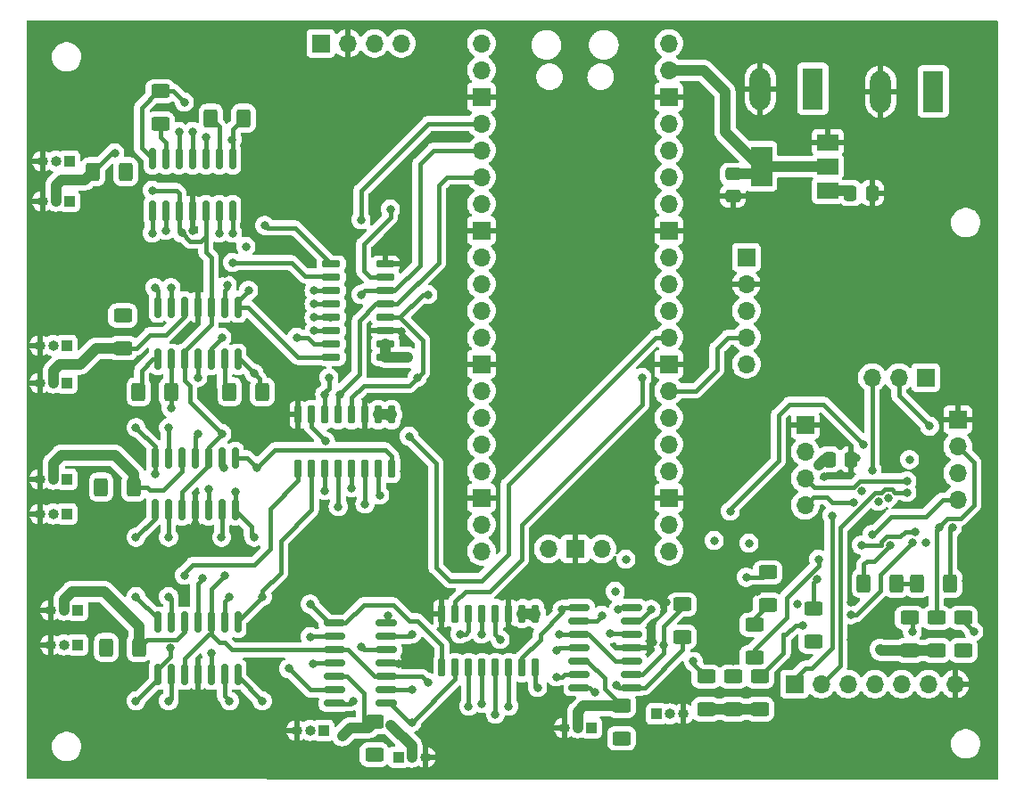
<source format=gbl>
%TF.GenerationSoftware,KiCad,Pcbnew,7.0.1*%
%TF.CreationDate,2023-04-28T23:02:29+02:00*%
%TF.ProjectId,Hexapod_Hardware,48657861-706f-4645-9f48-617264776172,rev?*%
%TF.SameCoordinates,Original*%
%TF.FileFunction,Copper,L4,Bot*%
%TF.FilePolarity,Positive*%
%FSLAX46Y46*%
G04 Gerber Fmt 4.6, Leading zero omitted, Abs format (unit mm)*
G04 Created by KiCad (PCBNEW 7.0.1) date 2023-04-28 23:02:29*
%MOMM*%
%LPD*%
G01*
G04 APERTURE LIST*
G04 Aperture macros list*
%AMRoundRect*
0 Rectangle with rounded corners*
0 $1 Rounding radius*
0 $2 $3 $4 $5 $6 $7 $8 $9 X,Y pos of 4 corners*
0 Add a 4 corners polygon primitive as box body*
4,1,4,$2,$3,$4,$5,$6,$7,$8,$9,$2,$3,0*
0 Add four circle primitives for the rounded corners*
1,1,$1+$1,$2,$3*
1,1,$1+$1,$4,$5*
1,1,$1+$1,$6,$7*
1,1,$1+$1,$8,$9*
0 Add four rect primitives between the rounded corners*
20,1,$1+$1,$2,$3,$4,$5,0*
20,1,$1+$1,$4,$5,$6,$7,0*
20,1,$1+$1,$6,$7,$8,$9,0*
20,1,$1+$1,$8,$9,$2,$3,0*%
G04 Aperture macros list end*
%TA.AperFunction,ComponentPad*%
%ADD10R,1.700000X1.700000*%
%TD*%
%TA.AperFunction,ComponentPad*%
%ADD11O,1.700000X1.700000*%
%TD*%
%TA.AperFunction,ComponentPad*%
%ADD12R,1.980000X3.960000*%
%TD*%
%TA.AperFunction,ComponentPad*%
%ADD13O,1.980000X3.960000*%
%TD*%
%TA.AperFunction,ComponentPad*%
%ADD14R,1.000000X1.000000*%
%TD*%
%TA.AperFunction,ComponentPad*%
%ADD15O,1.000000X1.000000*%
%TD*%
%TA.AperFunction,SMDPad,CuDef*%
%ADD16RoundRect,0.150000X-0.825000X-0.150000X0.825000X-0.150000X0.825000X0.150000X-0.825000X0.150000X0*%
%TD*%
%TA.AperFunction,SMDPad,CuDef*%
%ADD17R,2.000000X1.500000*%
%TD*%
%TA.AperFunction,SMDPad,CuDef*%
%ADD18R,2.000000X3.800000*%
%TD*%
%TA.AperFunction,SMDPad,CuDef*%
%ADD19RoundRect,0.250000X-0.400000X-0.625000X0.400000X-0.625000X0.400000X0.625000X-0.400000X0.625000X0*%
%TD*%
%TA.AperFunction,SMDPad,CuDef*%
%ADD20RoundRect,0.150000X-0.725000X-0.150000X0.725000X-0.150000X0.725000X0.150000X-0.725000X0.150000X0*%
%TD*%
%TA.AperFunction,SMDPad,CuDef*%
%ADD21RoundRect,0.250000X-0.625000X0.400000X-0.625000X-0.400000X0.625000X-0.400000X0.625000X0.400000X0*%
%TD*%
%TA.AperFunction,SMDPad,CuDef*%
%ADD22RoundRect,0.250000X0.625000X-0.400000X0.625000X0.400000X-0.625000X0.400000X-0.625000X-0.400000X0*%
%TD*%
%TA.AperFunction,SMDPad,CuDef*%
%ADD23RoundRect,0.250000X0.400000X0.625000X-0.400000X0.625000X-0.400000X-0.625000X0.400000X-0.625000X0*%
%TD*%
%TA.AperFunction,SMDPad,CuDef*%
%ADD24RoundRect,0.150000X-0.150000X0.825000X-0.150000X-0.825000X0.150000X-0.825000X0.150000X0.825000X0*%
%TD*%
%TA.AperFunction,SMDPad,CuDef*%
%ADD25RoundRect,0.250000X-0.337500X-0.475000X0.337500X-0.475000X0.337500X0.475000X-0.337500X0.475000X0*%
%TD*%
%TA.AperFunction,SMDPad,CuDef*%
%ADD26RoundRect,0.150000X0.150000X-0.725000X0.150000X0.725000X-0.150000X0.725000X-0.150000X-0.725000X0*%
%TD*%
%TA.AperFunction,SMDPad,CuDef*%
%ADD27RoundRect,0.250000X-0.475000X0.337500X-0.475000X-0.337500X0.475000X-0.337500X0.475000X0.337500X0*%
%TD*%
%TA.AperFunction,SMDPad,CuDef*%
%ADD28RoundRect,0.150000X0.150000X-0.825000X0.150000X0.825000X-0.150000X0.825000X-0.150000X-0.825000X0*%
%TD*%
%TA.AperFunction,SMDPad,CuDef*%
%ADD29RoundRect,0.250000X0.337500X0.475000X-0.337500X0.475000X-0.337500X-0.475000X0.337500X-0.475000X0*%
%TD*%
%TA.AperFunction,ViaPad*%
%ADD30C,0.800000*%
%TD*%
%TA.AperFunction,Conductor*%
%ADD31C,0.400000*%
%TD*%
%TA.AperFunction,Conductor*%
%ADD32C,1.000000*%
%TD*%
%TA.AperFunction,Conductor*%
%ADD33C,0.700000*%
%TD*%
G04 APERTURE END LIST*
D10*
%TO.P,J20,1,Pin_1*%
%TO.N,GND*%
X132588000Y-81466629D03*
D11*
%TO.P,J20,2,Pin_2*%
%TO.N,/Gripper/Gripper_servo/SERVO_PWR_0*%
X132588000Y-84006629D03*
%TO.P,J20,3,Pin_3*%
%TO.N,/Gripper/Gripper_servo/SERVO_PWM_0*%
X132588000Y-86546629D03*
%TO.P,J20,4,Pin_4*%
%TO.N,/Gripper/Gripper_servo/SERVO_POTENTIOMETER_0*%
X132588000Y-89086629D03*
%TD*%
D12*
%TO.P,J18,1,Pin_1*%
%TO.N,+8V*%
X133321000Y-49530000D03*
D13*
%TO.P,J18,2,Pin_2*%
%TO.N,GND*%
X128321000Y-49530000D03*
%TD*%
D14*
%TO.P,J9,1,Pin_1*%
%TO.N,/MCU/SERVO_6*%
X63500000Y-99060000D03*
D15*
%TO.P,J9,2,Pin_2*%
%TO.N,/SERVO + ADC/Current Sensors/SERVO_PWR_6*%
X62230000Y-99060000D03*
%TO.P,J9,3,Pin_3*%
%TO.N,GND*%
X60960000Y-99060000D03*
%TD*%
D10*
%TO.P,J2,1,Pin_1*%
%TO.N,+5V*%
X86614000Y-45212000D03*
D11*
%TO.P,J2,2,Pin_2*%
%TO.N,GND*%
X89154000Y-45212000D03*
%TO.P,J2,3,Pin_3*%
%TO.N,/MCU/RX*%
X91694000Y-45212000D03*
%TO.P,J2,4,Pin_4*%
%TO.N,/MCU/TX*%
X94234000Y-45212000D03*
%TD*%
D14*
%TO.P,J11,1,Pin_1*%
%TO.N,/MCU/SERVO_8*%
X86873000Y-110490000D03*
D15*
%TO.P,J11,2,Pin_2*%
%TO.N,/SERVO + ADC/Current Sensors/SERVO_PWR_8*%
X85603000Y-110490000D03*
%TO.P,J11,3,Pin_3*%
%TO.N,GND*%
X84333000Y-110490000D03*
%TD*%
D10*
%TO.P,J23,1,Pin_1*%
%TO.N,/Gripper/MCU_GRIPPER/SWCLK*%
X144018000Y-76949629D03*
D11*
%TO.P,J23,2,Pin_2*%
%TO.N,/Gripper/MCU_GRIPPER/SWDIO*%
X141478000Y-76949629D03*
%TO.P,J23,3,Pin_3*%
%TO.N,/Gripper/MCU_GRIPPER/NRST*%
X138938000Y-76949629D03*
%TD*%
D14*
%TO.P,J12,1,Pin_1*%
%TO.N,/MCU/SERVO_9*%
X93980000Y-113030000D03*
D15*
%TO.P,J12,2,Pin_2*%
%TO.N,/SERVO + ADC/Current Sensors/SERVO_PWR_9*%
X95250000Y-113030000D03*
%TO.P,J12,3,Pin_3*%
%TO.N,GND*%
X96520000Y-113030000D03*
%TD*%
D14*
%TO.P,J14,1,Pin_1*%
%TO.N,/MCU/SERVO_11*%
X118461500Y-108933500D03*
D15*
%TO.P,J14,2,Pin_2*%
%TO.N,/SERVO + ADC/Current Sensors/SERVO_PWR_11*%
X119731500Y-108933500D03*
%TO.P,J14,3,Pin_3*%
%TO.N,GND*%
X121001500Y-108933500D03*
%TD*%
D14*
%TO.P,J10,1,Pin_1*%
%TO.N,/MCU/SERVO_7*%
X63500000Y-102362000D03*
D15*
%TO.P,J10,2,Pin_2*%
%TO.N,/SERVO + ADC/Current Sensors/SERVO_PWR_7*%
X62230000Y-102362000D03*
%TO.P,J10,3,Pin_3*%
%TO.N,GND*%
X60960000Y-102362000D03*
%TD*%
D14*
%TO.P,J4,1,Pin_1*%
%TO.N,/MCU/SERVO_1*%
X62738000Y-60198000D03*
D15*
%TO.P,J4,2,Pin_2*%
%TO.N,/SERVO + ADC/Current Sensors/SERVO_PWR_1*%
X61468000Y-60198000D03*
%TO.P,J4,3,Pin_3*%
%TO.N,GND*%
X60198000Y-60198000D03*
%TD*%
D14*
%TO.P,J6,1,Pin_1*%
%TO.N,/MCU/SERVO_3*%
X62489000Y-77470000D03*
D15*
%TO.P,J6,2,Pin_2*%
%TO.N,/SERVO + ADC/Current Sensors/SERVO_PWR_3*%
X61219000Y-77470000D03*
%TO.P,J6,3,Pin_3*%
%TO.N,GND*%
X59949000Y-77470000D03*
%TD*%
D14*
%TO.P,J3,1,Pin_1*%
%TO.N,/MCU/SERVO_0*%
X62738000Y-56388000D03*
D15*
%TO.P,J3,2,Pin_2*%
%TO.N,/SERVO + ADC/Current Sensors/SERVO_PWR_0*%
X61468000Y-56388000D03*
%TO.P,J3,3,Pin_3*%
%TO.N,GND*%
X60198000Y-56388000D03*
%TD*%
D14*
%TO.P,J5,1,Pin_1*%
%TO.N,/MCU/SERVO_2*%
X62484000Y-73914000D03*
D15*
%TO.P,J5,2,Pin_2*%
%TO.N,/SERVO + ADC/Current Sensors/SERVO_PWR_2*%
X61214000Y-73914000D03*
%TO.P,J5,3,Pin_3*%
%TO.N,GND*%
X59944000Y-73914000D03*
%TD*%
D10*
%TO.P,J22,1,Pin_1*%
%TO.N,/Gripper/Gripper_servo/SERVO_POTENTIOMETER_GRIPPER*%
X131572000Y-106094629D03*
D11*
%TO.P,J22,2,Pin_2*%
%TO.N,/Gripper/Gripper_servo/SERVO_PWM_GRIPPER*%
X134112000Y-106094629D03*
%TO.P,J22,3,Pin_3*%
%TO.N,/Gripper/Gripper_servo/SERVO_PWR_GRIPPER*%
X136652000Y-106094629D03*
%TO.P,J22,4,Pin_4*%
%TO.N,/Gripper/Gripper_servo/SERVO_POTENTIOMETER_2*%
X139192000Y-106094629D03*
%TO.P,J22,5,Pin_5*%
%TO.N,/Gripper/Gripper_servo/SERVO_PWM_2*%
X141732000Y-106094629D03*
%TO.P,J22,6,Pin_6*%
%TO.N,/Gripper/Gripper_servo/SERVO_PWR_2*%
X144272000Y-106094629D03*
%TO.P,J22,7,Pin_7*%
%TO.N,GND*%
X146812000Y-106094629D03*
%TD*%
D10*
%TO.P,J21,1,Pin_1*%
%TO.N,GND*%
X147066000Y-80958629D03*
D11*
%TO.P,J21,2,Pin_2*%
%TO.N,/Gripper/Gripper_servo/SERVO_PWR_1*%
X147066000Y-83498629D03*
%TO.P,J21,3,Pin_3*%
%TO.N,/Gripper/Gripper_servo/SERVO_PWM_1*%
X147066000Y-86038629D03*
%TO.P,J21,4,Pin_4*%
%TO.N,/Gripper/Gripper_servo/SERVO_POTENTIOMETER_1*%
X147066000Y-88578629D03*
%TD*%
D12*
%TO.P,J19,1,Pin_1*%
%TO.N,+6V*%
X144751000Y-49784000D03*
D13*
%TO.P,J19,2,Pin_2*%
%TO.N,GND*%
X139751000Y-49784000D03*
%TD*%
D14*
%TO.P,J13,1,Pin_1*%
%TO.N,/MCU/SERVO_10*%
X112268000Y-110236000D03*
D15*
%TO.P,J13,2,Pin_2*%
%TO.N,/SERVO + ADC/Current Sensors/SERVO_PWR_10*%
X110998000Y-110236000D03*
%TO.P,J13,3,Pin_3*%
%TO.N,GND*%
X109728000Y-110236000D03*
%TD*%
D14*
%TO.P,J8,1,Pin_1*%
%TO.N,/MCU/SERVO_5*%
X62484000Y-89916000D03*
D15*
%TO.P,J8,2,Pin_2*%
%TO.N,/SERVO + ADC/Current Sensors/SERVO_PWR_5*%
X61214000Y-89916000D03*
%TO.P,J8,3,Pin_3*%
%TO.N,GND*%
X59944000Y-89916000D03*
%TD*%
D11*
%TO.P,U1,1,GPIO0*%
%TO.N,/MCU/TX*%
X101854000Y-45212000D03*
%TO.P,U1,2,GPIO1*%
%TO.N,/MCU/RX*%
X101854000Y-47752000D03*
D10*
%TO.P,U1,3,GND*%
%TO.N,GND*%
X101854000Y-50292000D03*
D11*
%TO.P,U1,4,GPIO2*%
%TO.N,/Gripper/SPI_SCK*%
X101854000Y-52832000D03*
%TO.P,U1,5,GPIO3*%
%TO.N,/Gripper/SPI_MOSI*%
X101854000Y-55372000D03*
%TO.P,U1,6,GPIO4*%
%TO.N,/Gripper/SPI_MISO*%
X101854000Y-57912000D03*
%TO.P,U1,7,GPIO5*%
%TO.N,/MCU/SPI_CS_0*%
X101854000Y-60452000D03*
D10*
%TO.P,U1,8,GND*%
%TO.N,GND*%
X101854000Y-62992000D03*
D11*
%TO.P,U1,9,GPIO6*%
%TO.N,/MCU/SERVO_0*%
X101854000Y-65532000D03*
%TO.P,U1,10,GPIO7*%
%TO.N,/MCU/SERVO_1*%
X101854000Y-68072000D03*
%TO.P,U1,11,GPIO8*%
%TO.N,/MCU/SERVO_2*%
X101854000Y-70612000D03*
%TO.P,U1,12,GPIO9*%
%TO.N,/MCU/SERVO_3*%
X101854000Y-73152000D03*
D10*
%TO.P,U1,13,GND*%
%TO.N,GND*%
X101854000Y-75692000D03*
D11*
%TO.P,U1,14,GPIO10*%
%TO.N,/MCU/SERVO_4*%
X101854000Y-78232000D03*
%TO.P,U1,15,GPIO11*%
%TO.N,/MCU/SERVO_5*%
X101854000Y-80772000D03*
%TO.P,U1,16,GPIO12*%
%TO.N,/MCU/SERVO_6*%
X101854000Y-83312000D03*
%TO.P,U1,17,GPIO13*%
%TO.N,/MCU/SERVO_7*%
X101854000Y-85852000D03*
D10*
%TO.P,U1,18,GND*%
%TO.N,GND*%
X101854000Y-88392000D03*
D11*
%TO.P,U1,19,GPIO14*%
%TO.N,/MCU/SERVO_8*%
X101854000Y-90932000D03*
%TO.P,U1,20,GPIO15*%
%TO.N,/MCU/SERVO_9*%
X101854000Y-93472000D03*
%TO.P,U1,21,GPIO16*%
%TO.N,/MCU/SERVO_10*%
X119634000Y-93472000D03*
%TO.P,U1,22,GPIO17*%
%TO.N,/MCU/SERVO_11*%
X119634000Y-90932000D03*
D10*
%TO.P,U1,23,GND*%
%TO.N,GND*%
X119634000Y-88392000D03*
D11*
%TO.P,U1,24,GPIO18*%
%TO.N,/Gripper/SPI_CS_GRIPPER*%
X119634000Y-85852000D03*
%TO.P,U1,25,GPIO19*%
%TO.N,/MCU/MPU6050_INT*%
X119634000Y-83312000D03*
%TO.P,U1,26,GPIO20*%
%TO.N,/MCU/I2C_SDA*%
X119634000Y-80772000D03*
%TO.P,U1,27,GPIO21*%
%TO.N,/MCU/I2C_SCL*%
X119634000Y-78232000D03*
D10*
%TO.P,U1,28,GND*%
%TO.N,GND*%
X119634000Y-75692000D03*
D11*
%TO.P,U1,29,GPIO22*%
%TO.N,/MCU/SPI_CS_1*%
X119634000Y-73152000D03*
%TO.P,U1,30,RUN*%
%TO.N,Net-(U1-RUN)*%
X119634000Y-70612000D03*
%TO.P,U1,31,GPIO26_ADC0*%
%TO.N,unconnected-(U1-GPIO26_ADC0-Pad31)*%
X119634000Y-68072000D03*
%TO.P,U1,32,GPIO27_ADC1*%
%TO.N,unconnected-(U1-GPIO27_ADC1-Pad32)*%
X119634000Y-65532000D03*
D10*
%TO.P,U1,33,AGND*%
%TO.N,GND*%
X119634000Y-62992000D03*
D11*
%TO.P,U1,34,GPIO28_ADC2*%
%TO.N,/MCU/SPI_CS_2*%
X119634000Y-60452000D03*
%TO.P,U1,35,ADC_VREF*%
%TO.N,unconnected-(U1-ADC_VREF-Pad35)*%
X119634000Y-57912000D03*
%TO.P,U1,36,3V3*%
%TO.N,+3.3V*%
X119634000Y-55372000D03*
%TO.P,U1,37,3V3_EN*%
%TO.N,unconnected-(U1-3V3_EN-Pad37)*%
X119634000Y-52832000D03*
D10*
%TO.P,U1,38,GND*%
%TO.N,GND*%
X119634000Y-50292000D03*
D11*
%TO.P,U1,39,VSYS*%
%TO.N,+5V*%
X119634000Y-47752000D03*
%TO.P,U1,40,VBUS*%
%TO.N,USB_CONNECTED*%
X119634000Y-45212000D03*
%TO.P,U1,41,SWCLK*%
%TO.N,unconnected-(U1-SWCLK-Pad41)*%
X108204000Y-93242000D03*
D10*
%TO.P,U1,42,GND*%
%TO.N,GND*%
X110744000Y-93242000D03*
D11*
%TO.P,U1,43,SWDIO*%
%TO.N,unconnected-(U1-SWDIO-Pad43)*%
X113284000Y-93242000D03*
%TD*%
D14*
%TO.P,J7,1,Pin_1*%
%TO.N,/MCU/SERVO_4*%
X62484000Y-86614000D03*
D15*
%TO.P,J7,2,Pin_2*%
%TO.N,/SERVO + ADC/Current Sensors/SERVO_PWR_4*%
X61214000Y-86614000D03*
%TO.P,J7,3,Pin_3*%
%TO.N,GND*%
X59944000Y-86614000D03*
%TD*%
D10*
%TO.P,J1,1,Pin_1*%
%TO.N,+3.3V*%
X127000000Y-65532000D03*
D11*
%TO.P,J1,2,Pin_2*%
%TO.N,GND*%
X127000000Y-68072000D03*
%TO.P,J1,3,Pin_3*%
%TO.N,/MCU/I2C_SDA*%
X127000000Y-70612000D03*
%TO.P,J1,4,Pin_4*%
%TO.N,/MCU/I2C_SCL*%
X127000000Y-73152000D03*
%TO.P,J1,5,Pin_5*%
%TO.N,/MCU/MPU6050_INT*%
X127000000Y-75692000D03*
%TD*%
D16*
%TO.P,U7,1*%
%TO.N,Net-(R34-Pad1)*%
X111128000Y-106426000D03*
%TO.P,U7,2,-*%
%TO.N,Net-(U7A--)*%
X111128000Y-105156000D03*
%TO.P,U7,3,+*%
%TO.N,/SERVO + ADC/Current Sensors/SERVO_PWR_10*%
X111128000Y-103886000D03*
%TO.P,U7,4,V+*%
%TO.N,+8V*%
X111128000Y-102616000D03*
%TO.P,U7,5,+*%
%TO.N,/SERVO + ADC/Current Sensors/V_BAT_REF*%
X111128000Y-101346000D03*
%TO.P,U7,6,-*%
%TO.N,Net-(U7B--)*%
X111128000Y-100076000D03*
%TO.P,U7,7*%
%TO.N,/SERVO + ADC/ADC/CURRENT_SENSOR_10*%
X111128000Y-98806000D03*
%TO.P,U7,8*%
%TO.N,Net-(R31-Pad1)*%
X116078000Y-98806000D03*
%TO.P,U7,9,-*%
%TO.N,Net-(U7C--)*%
X116078000Y-100076000D03*
%TO.P,U7,10,+*%
%TO.N,/SERVO + ADC/Current Sensors/SERVO_PWR_11*%
X116078000Y-101346000D03*
%TO.P,U7,11,V-*%
%TO.N,GND*%
X116078000Y-102616000D03*
%TO.P,U7,12,+*%
%TO.N,/SERVO + ADC/Current Sensors/V_BAT_REF*%
X116078000Y-103886000D03*
%TO.P,U7,13,-*%
%TO.N,Net-(U7D--)*%
X116078000Y-105156000D03*
%TO.P,U7,14*%
%TO.N,/SERVO + ADC/ADC/CURRENT_SENSOR_11*%
X116078000Y-106426000D03*
%TD*%
D17*
%TO.P,U8,1,ADJ*%
%TO.N,GND*%
X134722000Y-54596000D03*
%TO.P,U8,2,VO*%
%TO.N,+5V*%
X134722000Y-56896000D03*
D18*
X128422000Y-56896000D03*
D17*
%TO.P,U8,3,VI*%
%TO.N,+6V*%
X134722000Y-59196000D03*
%TD*%
D19*
%TO.P,R55,1*%
%TO.N,Net-(U2A--)*%
X77952000Y-78326500D03*
%TO.P,R55,2*%
%TO.N,Net-(R55-Pad2)*%
X81052000Y-78326500D03*
%TD*%
D20*
%TO.P,IC1,1,CH0*%
%TO.N,/SERVO + ADC/ADC/CURRENT_SENSOR_3*%
X87595000Y-75057000D03*
%TO.P,IC1,2,CH1*%
%TO.N,/SERVO + ADC/ADC/CURRENT_SENSOR_2*%
X87595000Y-73787000D03*
%TO.P,IC1,3,CH2*%
%TO.N,/SERVO + ADC/ADC/SERVO_POTENTIOMETER_3*%
X87595000Y-72517000D03*
%TO.P,IC1,4,CH3*%
%TO.N,/SERVO + ADC/ADC/SERVO_POTENTIOMETER_2*%
X87595000Y-71247000D03*
%TO.P,IC1,5,CH4*%
%TO.N,/SERVO + ADC/ADC/SERVO_POTENTIOMETER_1*%
X87595000Y-69977000D03*
%TO.P,IC1,6,CH5*%
%TO.N,/SERVO + ADC/ADC/SERVO_POTENTIOMETER_0*%
X87595000Y-68707000D03*
%TO.P,IC1,7,CH6*%
%TO.N,/SERVO + ADC/ADC/CURRENT_SENSOR_1*%
X87595000Y-67437000D03*
%TO.P,IC1,8,CH7*%
%TO.N,/SERVO + ADC/ADC/CURRENT_SENSOR_0*%
X87595000Y-66167000D03*
%TO.P,IC1,9,DGND*%
%TO.N,GND*%
X92745000Y-66167000D03*
%TO.P,IC1,10,~{CS}/SHDN*%
%TO.N,/MCU/SPI_CS_0*%
X92745000Y-67437000D03*
%TO.P,IC1,11,DIN*%
%TO.N,/Gripper/SPI_MOSI*%
X92745000Y-68707000D03*
%TO.P,IC1,12,DOUT*%
%TO.N,/Gripper/SPI_MISO*%
X92745000Y-69977000D03*
%TO.P,IC1,13,CLK*%
%TO.N,/Gripper/SPI_SCK*%
X92745000Y-71247000D03*
%TO.P,IC1,14,AGND*%
%TO.N,GND*%
X92745000Y-72517000D03*
%TO.P,IC1,15,VREF*%
%TO.N,+3.3V*%
X92745000Y-73787000D03*
%TO.P,IC1,16,VDD*%
X92745000Y-75057000D03*
%TD*%
D21*
%TO.P,R2,1*%
%TO.N,+6V*%
X67818000Y-71068000D03*
%TO.P,R2,2*%
%TO.N,/SERVO + ADC/Current Sensors/SERVO_PWR_3*%
X67818000Y-74168000D03*
%TD*%
D22*
%TO.P,R41,1*%
%TO.N,+6V*%
X145034000Y-102896000D03*
%TO.P,R41,2*%
%TO.N,/Gripper/Gripper_servo/SERVO_PWR_1*%
X145034000Y-99796000D03*
%TD*%
%TO.P,R53,1*%
%TO.N,Net-(U3A--)*%
X71374000Y-52858000D03*
%TO.P,R53,2*%
%TO.N,Net-(R53-Pad2)*%
X71374000Y-49758000D03*
%TD*%
%TO.P,R30,1*%
%TO.N,+6V*%
X115159500Y-111245500D03*
%TO.P,R30,2*%
%TO.N,/SERVO + ADC/Current Sensors/SERVO_PWR_10*%
X115159500Y-108145500D03*
%TD*%
D23*
%TO.P,R51,1*%
%TO.N,Net-(U11B--)*%
X141250000Y-96520000D03*
%TO.P,R51,2*%
%TO.N,/Gripper/Gripper_servo/SERVO_1_CURRENT*%
X138150000Y-96520000D03*
%TD*%
D19*
%TO.P,R54,1*%
%TO.N,Net-(U3B--)*%
X76174000Y-52324000D03*
%TO.P,R54,2*%
%TO.N,Net-(R54-Pad2)*%
X79274000Y-52324000D03*
%TD*%
D22*
%TO.P,R40,1*%
%TO.N,+6V*%
X123190000Y-108484000D03*
%TO.P,R40,2*%
%TO.N,/Gripper/Gripper_servo/SERVO_PWR_0*%
X123190000Y-105384000D03*
%TD*%
D24*
%TO.P,U4,1*%
%TO.N,Net-(R19-Pad1)*%
X70866000Y-84582000D03*
%TO.P,U4,2,-*%
%TO.N,Net-(U4A--)*%
X72136000Y-84582000D03*
%TO.P,U4,3,+*%
%TO.N,/SERVO + ADC/Current Sensors/SERVO_PWR_4*%
X73406000Y-84582000D03*
%TO.P,U4,4,V+*%
%TO.N,+8V*%
X74676000Y-84582000D03*
%TO.P,U4,5,+*%
%TO.N,/SERVO + ADC/Current Sensors/V_BAT_REF*%
X75946000Y-84582000D03*
%TO.P,U4,6,-*%
%TO.N,Net-(U4B--)*%
X77216000Y-84582000D03*
%TO.P,U4,7*%
%TO.N,/SERVO + ADC/ADC/CURRENT_SENSOR_4*%
X78486000Y-84582000D03*
%TO.P,U4,8*%
%TO.N,Net-(R20-Pad1)*%
X78486000Y-89532000D03*
%TO.P,U4,9,-*%
%TO.N,Net-(U4C--)*%
X77216000Y-89532000D03*
%TO.P,U4,10,+*%
%TO.N,/SERVO + ADC/Current Sensors/SERVO_PWR_5*%
X75946000Y-89532000D03*
%TO.P,U4,11,V-*%
%TO.N,GND*%
X74676000Y-89532000D03*
%TO.P,U4,12,+*%
%TO.N,/SERVO + ADC/Current Sensors/V_BAT_REF*%
X73406000Y-89532000D03*
%TO.P,U4,13,-*%
%TO.N,Net-(U4D--)*%
X72136000Y-89532000D03*
%TO.P,U4,14*%
%TO.N,/SERVO + ADC/ADC/CURRENT_SENSOR_5*%
X70866000Y-89532000D03*
%TD*%
D25*
%TO.P,C4,1*%
%TO.N,+6V*%
X136884500Y-59436000D03*
%TO.P,C4,2*%
%TO.N,GND*%
X138959500Y-59436000D03*
%TD*%
D26*
%TO.P,IC3,1,CH0*%
%TO.N,/SERVO + ADC/ADC/CURRENT_SENSOR_11*%
X106992000Y-104531000D03*
%TO.P,IC3,2,CH1*%
%TO.N,/SERVO + ADC/ADC/CURRENT_SENSOR_10*%
X105722000Y-104531000D03*
%TO.P,IC3,3,CH2*%
%TO.N,/SERVO + ADC/ADC/SERVO_POTENTIOMETER_11*%
X104452000Y-104531000D03*
%TO.P,IC3,4,CH3*%
%TO.N,/SERVO + ADC/ADC/SERVO_POTENTIOMETER_10*%
X103182000Y-104531000D03*
%TO.P,IC3,5,CH4*%
%TO.N,/SERVO + ADC/ADC/SERVO_POTENTIOMETER_9*%
X101912000Y-104531000D03*
%TO.P,IC3,6,CH5*%
%TO.N,/SERVO + ADC/ADC/SERVO_POTENTIOMETER_8*%
X100642000Y-104531000D03*
%TO.P,IC3,7,CH6*%
%TO.N,/SERVO + ADC/ADC/CURRENT_SENSOR_9*%
X99372000Y-104531000D03*
%TO.P,IC3,8,CH7*%
%TO.N,/SERVO + ADC/ADC/CURRENT_SENSOR_8*%
X98102000Y-104531000D03*
%TO.P,IC3,9,DGND*%
%TO.N,GND*%
X98102000Y-99381000D03*
%TO.P,IC3,10,~{CS}/SHDN*%
%TO.N,/MCU/SPI_CS_2*%
X99372000Y-99381000D03*
%TO.P,IC3,11,DIN*%
%TO.N,/Gripper/SPI_MOSI*%
X100642000Y-99381000D03*
%TO.P,IC3,12,DOUT*%
%TO.N,/Gripper/SPI_MISO*%
X101912000Y-99381000D03*
%TO.P,IC3,13,CLK*%
%TO.N,/Gripper/SPI_SCK*%
X103182000Y-99381000D03*
%TO.P,IC3,14,AGND*%
%TO.N,GND*%
X104452000Y-99381000D03*
%TO.P,IC3,15,VREF*%
%TO.N,+3.3V*%
X105722000Y-99381000D03*
%TO.P,IC3,16,VDD*%
X106992000Y-99381000D03*
%TD*%
D22*
%TO.P,R28,1*%
%TO.N,+6V*%
X91694000Y-112802000D03*
%TO.P,R28,2*%
%TO.N,/SERVO + ADC/Current Sensors/SERVO_PWR_8*%
X91694000Y-109702000D03*
%TD*%
D21*
%TO.P,R50,1*%
%TO.N,Net-(U10D--)*%
X127762000Y-100454629D03*
%TO.P,R50,2*%
%TO.N,/Gripper/Gripper_servo/SERVO_0_CURRENT*%
X127762000Y-103554629D03*
%TD*%
D22*
%TO.P,R52,1*%
%TO.N,Net-(U11D--)*%
X147574000Y-102896000D03*
%TO.P,R52,2*%
%TO.N,/Gripper/Gripper_servo/SERVO_2_CURRENT*%
X147574000Y-99796000D03*
%TD*%
D19*
%TO.P,R15,1*%
%TO.N,+6V*%
X65760000Y-87376000D03*
%TO.P,R15,2*%
%TO.N,/SERVO + ADC/Current Sensors/SERVO_PWR_4*%
X68860000Y-87376000D03*
%TD*%
D22*
%TO.P,R39,1*%
%TO.N,+6V*%
X128270000Y-108484000D03*
%TO.P,R39,2*%
%TO.N,/Gripper/Gripper_servo/SERVO_PWR_GRIPPER*%
X128270000Y-105384000D03*
%TD*%
D21*
%TO.P,R45,1*%
%TO.N,Net-(U10C--)*%
X129032000Y-95478000D03*
%TO.P,R45,2*%
%TO.N,Net-(U10D--)*%
X129032000Y-98578000D03*
%TD*%
D27*
%TO.P,C5,1*%
%TO.N,+5V*%
X125730000Y-57636500D03*
%TO.P,C5,2*%
%TO.N,GND*%
X125730000Y-59711500D03*
%TD*%
D23*
%TO.P,R11,1*%
%TO.N,Net-(U2B--)*%
X72416000Y-78326500D03*
%TO.P,R11,2*%
%TO.N,/SERVO + ADC/ADC/CURRENT_SENSOR_2*%
X69316000Y-78326500D03*
%TD*%
D21*
%TO.P,R38,1*%
%TO.N,Net-(U7D--)*%
X120904000Y-98526000D03*
%TO.P,R38,2*%
%TO.N,/SERVO + ADC/ADC/CURRENT_SENSOR_11*%
X120904000Y-101626000D03*
%TD*%
D23*
%TO.P,R46,1*%
%TO.N,Net-(U11A--)*%
X146330000Y-96520000D03*
%TO.P,R46,2*%
%TO.N,Net-(U11B--)*%
X143230000Y-96520000D03*
%TD*%
D22*
%TO.P,R43,1*%
%TO.N,+6V*%
X125730000Y-108484000D03*
%TO.P,R43,2*%
%TO.N,/Gripper/Gripper_servo/V_BAT_REF*%
X125730000Y-105384000D03*
%TD*%
D16*
%TO.P,U6,1*%
%TO.N,Net-(R32-Pad1)*%
X87884000Y-107924000D03*
%TO.P,U6,2,-*%
%TO.N,Net-(U6A--)*%
X87884000Y-106654000D03*
%TO.P,U6,3,+*%
%TO.N,/SERVO + ADC/Current Sensors/SERVO_PWR_8*%
X87884000Y-105384000D03*
%TO.P,U6,4,V+*%
%TO.N,+8V*%
X87884000Y-104114000D03*
%TO.P,U6,5,+*%
%TO.N,/SERVO + ADC/Current Sensors/V_BAT_REF*%
X87884000Y-102844000D03*
%TO.P,U6,6,-*%
%TO.N,Net-(U6B--)*%
X87884000Y-101574000D03*
%TO.P,U6,7*%
%TO.N,/SERVO + ADC/ADC/CURRENT_SENSOR_8*%
X87884000Y-100304000D03*
%TO.P,U6,8*%
%TO.N,Net-(R33-Pad1)*%
X92834000Y-100304000D03*
%TO.P,U6,9,-*%
%TO.N,Net-(U6C--)*%
X92834000Y-101574000D03*
%TO.P,U6,10,+*%
%TO.N,/SERVO + ADC/Current Sensors/SERVO_PWR_9*%
X92834000Y-102844000D03*
%TO.P,U6,11,V-*%
%TO.N,GND*%
X92834000Y-104114000D03*
%TO.P,U6,12,+*%
%TO.N,/SERVO + ADC/Current Sensors/V_BAT_REF*%
X92834000Y-105384000D03*
%TO.P,U6,13,-*%
%TO.N,Net-(U6D--)*%
X92834000Y-106654000D03*
%TO.P,U6,14*%
%TO.N,/SERVO + ADC/ADC/CURRENT_SENSOR_9*%
X92834000Y-107924000D03*
%TD*%
D24*
%TO.P,U5,1*%
%TO.N,Net-(R21-Pad1)*%
X71120000Y-100206000D03*
%TO.P,U5,2,-*%
%TO.N,Net-(U5A--)*%
X72390000Y-100206000D03*
%TO.P,U5,3,+*%
%TO.N,/SERVO + ADC/Current Sensors/SERVO_PWR_6*%
X73660000Y-100206000D03*
%TO.P,U5,4,V+*%
%TO.N,+8V*%
X74930000Y-100206000D03*
%TO.P,U5,5,+*%
%TO.N,/SERVO + ADC/Current Sensors/V_BAT_REF*%
X76200000Y-100206000D03*
%TO.P,U5,6,-*%
%TO.N,Net-(U5B--)*%
X77470000Y-100206000D03*
%TO.P,U5,7*%
%TO.N,/SERVO + ADC/ADC/CURRENT_SENSOR_6*%
X78740000Y-100206000D03*
%TO.P,U5,8*%
%TO.N,Net-(R22-Pad1)*%
X78740000Y-105156000D03*
%TO.P,U5,9,-*%
%TO.N,Net-(U5C--)*%
X77470000Y-105156000D03*
%TO.P,U5,10,+*%
%TO.N,/SERVO + ADC/Current Sensors/SERVO_PWR_7*%
X76200000Y-105156000D03*
%TO.P,U5,11,V-*%
%TO.N,GND*%
X74930000Y-105156000D03*
%TO.P,U5,12,+*%
%TO.N,/SERVO + ADC/Current Sensors/V_BAT_REF*%
X73660000Y-105156000D03*
%TO.P,U5,13,-*%
%TO.N,Net-(U5D--)*%
X72390000Y-105156000D03*
%TO.P,U5,14*%
%TO.N,/SERVO + ADC/ADC/CURRENT_SENSOR_7*%
X71120000Y-105156000D03*
%TD*%
D23*
%TO.P,R3,1*%
%TO.N,+6V*%
X68098000Y-57404000D03*
%TO.P,R3,2*%
%TO.N,/SERVO + ADC/Current Sensors/SERVO_PWR_1*%
X64998000Y-57404000D03*
%TD*%
D22*
%TO.P,R42,1*%
%TO.N,+6V*%
X142494000Y-102896000D03*
%TO.P,R42,2*%
%TO.N,/Gripper/Gripper_servo/SERVO_PWR_2*%
X142494000Y-99796000D03*
%TD*%
%TO.P,R44,1*%
%TO.N,Net-(U10A--)*%
X133350000Y-102056629D03*
%TO.P,R44,2*%
%TO.N,Net-(U10B--)*%
X133350000Y-98956629D03*
%TD*%
D26*
%TO.P,IC2,1,CH0*%
%TO.N,/SERVO + ADC/ADC/CURRENT_SENSOR_4*%
X93345000Y-85633000D03*
%TO.P,IC2,2,CH1*%
%TO.N,/SERVO + ADC/ADC/CURRENT_SENSOR_5*%
X92075000Y-85633000D03*
%TO.P,IC2,3,CH2*%
%TO.N,/SERVO + ADC/ADC/SERVO_POTENTIOMETER_4*%
X90805000Y-85633000D03*
%TO.P,IC2,4,CH3*%
%TO.N,/SERVO + ADC/ADC/SERVO_POTENTIOMETER_5*%
X89535000Y-85633000D03*
%TO.P,IC2,5,CH4*%
%TO.N,/SERVO + ADC/ADC/SERVO_POTENTIOMETER_6*%
X88265000Y-85633000D03*
%TO.P,IC2,6,CH5*%
%TO.N,/SERVO + ADC/ADC/SERVO_POTENTIOMETER_7*%
X86995000Y-85633000D03*
%TO.P,IC2,7,CH6*%
%TO.N,/SERVO + ADC/ADC/CURRENT_SENSOR_6*%
X85725000Y-85633000D03*
%TO.P,IC2,8,CH7*%
%TO.N,/SERVO + ADC/ADC/CURRENT_SENSOR_7*%
X84455000Y-85633000D03*
%TO.P,IC2,9,DGND*%
%TO.N,GND*%
X84455000Y-80483000D03*
%TO.P,IC2,10,~{CS}/SHDN*%
%TO.N,/MCU/SPI_CS_1*%
X85725000Y-80483000D03*
%TO.P,IC2,11,DIN*%
%TO.N,/Gripper/SPI_MOSI*%
X86995000Y-80483000D03*
%TO.P,IC2,12,DOUT*%
%TO.N,/Gripper/SPI_MISO*%
X88265000Y-80483000D03*
%TO.P,IC2,13,CLK*%
%TO.N,/Gripper/SPI_SCK*%
X89535000Y-80483000D03*
%TO.P,IC2,14,AGND*%
%TO.N,GND*%
X90805000Y-80483000D03*
%TO.P,IC2,15,VREF*%
%TO.N,+3.3V*%
X92075000Y-80483000D03*
%TO.P,IC2,16,VDD*%
X93345000Y-80483000D03*
%TD*%
D19*
%TO.P,R17,1*%
%TO.N,+6V*%
X66249500Y-102616000D03*
%TO.P,R17,2*%
%TO.N,/SERVO + ADC/Current Sensors/SERVO_PWR_6*%
X69349500Y-102616000D03*
%TD*%
D24*
%TO.P,U3,1*%
%TO.N,Net-(R53-Pad2)*%
X70612000Y-56199000D03*
%TO.P,U3,2,-*%
%TO.N,Net-(U3A--)*%
X71882000Y-56199000D03*
%TO.P,U3,3,+*%
%TO.N,/SERVO + ADC/Current Sensors/SERVO_PWR_0*%
X73152000Y-56199000D03*
%TO.P,U3,4,V+*%
%TO.N,+8V*%
X74422000Y-56199000D03*
%TO.P,U3,5,+*%
%TO.N,/SERVO + ADC/Current Sensors/SERVO_PWR_1*%
X75692000Y-56199000D03*
%TO.P,U3,6,-*%
%TO.N,Net-(U3B--)*%
X76962000Y-56199000D03*
%TO.P,U3,7*%
%TO.N,Net-(R54-Pad2)*%
X78232000Y-56199000D03*
%TO.P,U3,8*%
%TO.N,/SERVO + ADC/ADC/CURRENT_SENSOR_0*%
X78232000Y-61149000D03*
%TO.P,U3,9,-*%
%TO.N,Net-(U3C--)*%
X76962000Y-61149000D03*
%TO.P,U3,10,+*%
%TO.N,/SERVO + ADC/Current Sensors/V_BAT_REF*%
X75692000Y-61149000D03*
%TO.P,U3,11,V-*%
%TO.N,GND*%
X74422000Y-61149000D03*
%TO.P,U3,12,+*%
%TO.N,/SERVO + ADC/Current Sensors/V_BAT_REF*%
X73152000Y-61149000D03*
%TO.P,U3,13,-*%
%TO.N,Net-(U3D--)*%
X71882000Y-61149000D03*
%TO.P,U3,14*%
%TO.N,/SERVO + ADC/ADC/CURRENT_SENSOR_1*%
X70612000Y-61149000D03*
%TD*%
D28*
%TO.P,U2,1*%
%TO.N,Net-(R55-Pad2)*%
X78740000Y-75213500D03*
%TO.P,U2,2,-*%
%TO.N,Net-(U2A--)*%
X77470000Y-75213500D03*
%TO.P,U2,3,+*%
%TO.N,/SERVO + ADC/Current Sensors/SERVO_PWR_2*%
X76200000Y-75213500D03*
%TO.P,U2,4,V+*%
%TO.N,+8V*%
X74930000Y-75213500D03*
%TO.P,U2,5,+*%
%TO.N,/SERVO + ADC/Current Sensors/V_BAT_REF*%
X73660000Y-75213500D03*
%TO.P,U2,6,-*%
%TO.N,Net-(U2B--)*%
X72390000Y-75213500D03*
%TO.P,U2,7*%
%TO.N,/SERVO + ADC/ADC/CURRENT_SENSOR_2*%
X71120000Y-75213500D03*
%TO.P,U2,8*%
%TO.N,Net-(R56-Pad2)*%
X71120000Y-70263500D03*
%TO.P,U2,9,-*%
%TO.N,Net-(U2C--)*%
X72390000Y-70263500D03*
%TO.P,U2,10,+*%
%TO.N,/SERVO + ADC/Current Sensors/SERVO_PWR_3*%
X73660000Y-70263500D03*
%TO.P,U2,11,V-*%
%TO.N,GND*%
X74930000Y-70263500D03*
%TO.P,U2,12,+*%
%TO.N,/SERVO + ADC/Current Sensors/V_BAT_REF*%
X76200000Y-70263500D03*
%TO.P,U2,13,-*%
%TO.N,Net-(U2D--)*%
X77470000Y-70263500D03*
%TO.P,U2,14*%
%TO.N,/SERVO + ADC/ADC/CURRENT_SENSOR_3*%
X78740000Y-70263500D03*
%TD*%
D29*
%TO.P,C8,1*%
%TO.N,GND*%
X136949000Y-84758629D03*
%TO.P,C8,2*%
%TO.N,+3.3V*%
X134874000Y-84758629D03*
%TD*%
D30*
%TO.N,GND*%
X94234000Y-72606500D03*
X94029500Y-104140000D03*
X73914000Y-72644000D03*
X147828000Y-96266000D03*
X140208000Y-84328000D03*
X74676000Y-90841000D03*
X91694000Y-96774000D03*
X91186000Y-78994000D03*
X96012000Y-97282000D03*
X129540000Y-88900000D03*
X136906000Y-98298000D03*
X118110000Y-102108000D03*
X74676000Y-107442000D03*
X82550000Y-81280000D03*
X136906000Y-101854000D03*
X84582000Y-78740000D03*
X128016000Y-97282000D03*
X139192000Y-101092000D03*
X93472000Y-64770000D03*
X134366000Y-86360000D03*
X73660000Y-57912000D03*
X104648000Y-100838000D03*
X119380000Y-98298000D03*
X125730000Y-103886000D03*
X77216000Y-58674000D03*
X73660000Y-66802000D03*
X137414000Y-84582000D03*
X77470000Y-67056000D03*
X123735500Y-98946123D03*
X74422000Y-62992000D03*
X84582000Y-55880000D03*
X105150659Y-97790000D03*
X94488000Y-85852000D03*
X144018000Y-101346000D03*
%TO.N,+6V*%
X68098000Y-57404000D03*
X115062000Y-111252000D03*
X66294000Y-102616000D03*
X91694000Y-112776000D03*
X128270000Y-108484000D03*
X123190000Y-108458000D03*
X67818000Y-71120000D03*
X134722000Y-59196000D03*
X139700000Y-102792629D03*
X65786000Y-87376000D03*
%TO.N,/Gripper/MCU_GRIPPER/NRST*%
X138938000Y-85774629D03*
%TO.N,+3.3V*%
X92964000Y-80518000D03*
X106865000Y-99670000D03*
X94869000Y-75057000D03*
X133858000Y-85266629D03*
%TO.N,/Gripper/Gripper_servo/SERVO_POTENTIOMETER_GRIPPER*%
X135128000Y-90092629D03*
%TO.N,/Gripper/Gripper_servo/SERVO_POTENTIOMETER_0*%
X137154000Y-88828629D03*
%TO.N,/Gripper/Gripper_servo/SERVO_0_CURRENT*%
X133858000Y-94234000D03*
X127762000Y-103554629D03*
%TO.N,/Gripper/Gripper_servo/SERVO_POTENTIOMETER_1*%
X138938000Y-91870629D03*
%TO.N,/Gripper/Gripper_servo/SERVO_1_CURRENT*%
X140640500Y-92886629D03*
%TO.N,/Gripper/Gripper_servo/SERVO_POTENTIOMETER_2*%
X137922000Y-92886629D03*
X143002000Y-91616629D03*
%TO.N,/Gripper/Gripper_servo/SERVO_2_CURRENT*%
X148590000Y-101092000D03*
%TO.N,/Gripper/Gripper_servo/SERVO_PWM_GRIPPER*%
X142239500Y-87884000D03*
%TO.N,/Gripper/Gripper_servo/SERVO_PWM_0*%
X142240000Y-86790629D03*
%TO.N,/Gripper/Gripper_servo/SERVO_PWM_2*%
X142494000Y-84758629D03*
%TO.N,/Gripper/MCU_GRIPPER/SWDIO*%
X144399000Y-81583629D03*
%TO.N,/SERVO + ADC/ADC/CURRENT_SENSOR_0*%
X81280000Y-62510000D03*
X78232000Y-63246000D03*
%TO.N,/SERVO + ADC/ADC/CURRENT_SENSOR_1*%
X70612000Y-63246000D03*
X78232000Y-66040000D03*
%TO.N,/SERVO + ADC/ADC/SERVO_POTENTIOMETER_0*%
X85967500Y-68707000D03*
%TO.N,/SERVO + ADC/ADC/SERVO_POTENTIOMETER_1*%
X85967500Y-69977000D03*
%TO.N,/SERVO + ADC/ADC/SERVO_POTENTIOMETER_2*%
X85967500Y-71247000D03*
%TO.N,/SERVO + ADC/ADC/SERVO_POTENTIOMETER_3*%
X85967500Y-72517000D03*
%TO.N,/SERVO + ADC/ADC/CURRENT_SENSOR_2*%
X69316000Y-78326500D03*
X84328000Y-73152000D03*
%TO.N,/SERVO + ADC/ADC/CURRENT_SENSOR_3*%
X79756000Y-68674500D03*
%TO.N,/Gripper/SPI_MOSI*%
X140465267Y-88390852D03*
X99822000Y-101346000D03*
X115570000Y-94234000D03*
X90424000Y-69088000D03*
X86995000Y-78561500D03*
X123952000Y-92456000D03*
X87376000Y-76962500D03*
%TO.N,/Gripper/SPI_MISO*%
X138138500Y-83312000D03*
X101854000Y-101346000D03*
X114554000Y-97282000D03*
X88379431Y-78561500D03*
X125476000Y-89662000D03*
%TO.N,/Gripper/SPI_SCK*%
X103632000Y-101854000D03*
X139522332Y-88722332D03*
X96774000Y-69088000D03*
X127254000Y-92710000D03*
X90424000Y-61976000D03*
X95758000Y-76962000D03*
%TO.N,/SERVO + ADC/ADC/CURRENT_SENSOR_4*%
X80544000Y-85533000D03*
%TO.N,/SERVO + ADC/ADC/CURRENT_SENSOR_5*%
X92202000Y-88138000D03*
X69062000Y-92137000D03*
%TO.N,/SERVO + ADC/ADC/SERVO_POTENTIOMETER_4*%
X90805000Y-88970000D03*
%TO.N,/SERVO + ADC/ADC/SERVO_POTENTIOMETER_5*%
X89535000Y-87446000D03*
%TO.N,/SERVO + ADC/ADC/SERVO_POTENTIOMETER_6*%
X88265000Y-89224000D03*
%TO.N,/SERVO + ADC/ADC/SERVO_POTENTIOMETER_7*%
X86995000Y-87700000D03*
%TO.N,/SERVO + ADC/ADC/CURRENT_SENSOR_6*%
X81052000Y-97790000D03*
%TO.N,/SERVO + ADC/ADC/CURRENT_SENSOR_7*%
X69062000Y-107696000D03*
X72332668Y-102653500D03*
X73660000Y-95758000D03*
%TO.N,/SERVO + ADC/ADC/CURRENT_SENSOR_8*%
X85598000Y-98500000D03*
%TO.N,/SERVO + ADC/ADC/CURRENT_SENSOR_9*%
X95250000Y-109728000D03*
%TO.N,/SERVO + ADC/ADC/SERVO_POTENTIOMETER_8*%
X100642000Y-108204000D03*
%TO.N,/SERVO + ADC/ADC/SERVO_POTENTIOMETER_9*%
X101912000Y-107950000D03*
%TO.N,/SERVO + ADC/ADC/SERVO_POTENTIOMETER_10*%
X103182000Y-108966000D03*
%TO.N,/SERVO + ADC/ADC/SERVO_POTENTIOMETER_11*%
X104452000Y-108204000D03*
%TO.N,/SERVO + ADC/ADC/CURRENT_SENSOR_10*%
X109513000Y-98995000D03*
%TO.N,/SERVO + ADC/ADC/CURRENT_SENSOR_11*%
X114656500Y-106172000D03*
X107188000Y-106426000D03*
%TO.N,/Gripper/Gripper_servo/SERVO_PWR_0*%
X121977332Y-103943332D03*
%TO.N,/Gripper/Gripper_servo/SERVO_PWR_1*%
X145288000Y-91186000D03*
%TO.N,/Gripper/Gripper_servo/SERVO_PWR_GRIPPER*%
X132334000Y-100506629D03*
%TO.N,/Gripper/Gripper_servo/SERVO_PWR_2*%
X142748000Y-101092000D03*
%TO.N,/SERVO + ADC/Current Sensors/V_BAT_REF*%
X77470000Y-95758000D03*
X96774000Y-105918000D03*
X70612000Y-59182000D03*
X73406000Y-63208500D03*
X77216000Y-82296000D03*
X109220000Y-101346000D03*
%TO.N,/Gripper/SPI_CS_GRIPPER*%
X137954110Y-87744368D03*
%TO.N,Net-(U3D--)*%
X71882000Y-62992000D03*
%TO.N,Net-(U2B--)*%
X72390000Y-79850500D03*
%TO.N,Net-(U2C--)*%
X72390000Y-68420500D03*
%TO.N,Net-(U2D--)*%
X77724000Y-68166500D03*
%TO.N,Net-(U3C--)*%
X76962000Y-63246000D03*
%TO.N,Net-(U4A--)*%
X72162000Y-81723000D03*
%TO.N,Net-(U4B--)*%
X77444000Y-85533000D03*
%TO.N,Net-(U4C--)*%
X77190000Y-92137000D03*
%TO.N,Net-(U4D--)*%
X72162000Y-92137000D03*
%TO.N,/SERVO + ADC/Current Sensors/SERVO_PWR_0*%
X73152000Y-53594000D03*
%TO.N,/MCU/SERVO_1*%
X79502000Y-64516000D03*
%TO.N,/SERVO + ADC/Current Sensors/SERVO_PWR_1*%
X67056000Y-55626000D03*
X75692000Y-54102000D03*
%TO.N,/SERVO + ADC/Current Sensors/SERVO_PWR_2*%
X77216000Y-73152000D03*
%TO.N,/SERVO + ADC/Current Sensors/SERVO_PWR_5*%
X75946000Y-87565000D03*
%TO.N,/SERVO + ADC/Current Sensors/SERVO_PWR_7*%
X76200000Y-103124000D03*
%TO.N,/SERVO + ADC/Current Sensors/SERVO_PWR_8*%
X88646000Y-110998000D03*
%TO.N,/SERVO + ADC/Current Sensors/SERVO_PWR_9*%
X93269000Y-109982000D03*
X90424000Y-102590000D03*
%TO.N,/SERVO + ADC/Current Sensors/SERVO_PWR_11*%
X114111000Y-101281000D03*
%TO.N,Net-(U5A--)*%
X72162000Y-97790000D03*
%TO.N,Net-(U5B--)*%
X77952000Y-97790000D03*
%TO.N,Net-(U5C--)*%
X77952000Y-107696000D03*
%TO.N,Net-(U5D--)*%
X72162000Y-107696000D03*
%TO.N,Net-(U7C--)*%
X117947000Y-98995000D03*
%TO.N,Net-(U7D--)*%
X119126000Y-102362000D03*
%TO.N,Net-(U6A--)*%
X83566000Y-104622000D03*
%TO.N,Net-(U6B--)*%
X85598000Y-101600000D03*
%TO.N,Net-(U6C--)*%
X95250000Y-101346000D03*
%TO.N,Net-(U6D--)*%
X95250000Y-106628000D03*
%TO.N,Net-(U7A--)*%
X108966000Y-105410000D03*
%TO.N,Net-(U7B--)*%
X113284000Y-99568000D03*
%TO.N,/Gripper/Gripper_servo/V_BAT_REF*%
X142748000Y-92632629D03*
X125730000Y-105384000D03*
X136906000Y-99490629D03*
%TO.N,Net-(U10A--)*%
X133350000Y-102030629D03*
%TO.N,Net-(U10B--)*%
X133691961Y-96125961D03*
%TO.N,Net-(U10C--)*%
X127000000Y-95934629D03*
%TO.N,Net-(U10D--)*%
X127762000Y-100454629D03*
%TO.N,Net-(U11A--)*%
X146558000Y-91186000D03*
%TO.N,Net-(U11B--)*%
X141224000Y-96520000D03*
%TO.N,Net-(U11D--)*%
X147574000Y-102870000D03*
%TO.N,+8V*%
X131882282Y-98449493D03*
X144018000Y-92632629D03*
X74930000Y-76962000D03*
X75389092Y-96060909D03*
X108966000Y-102870000D03*
X85852000Y-104140000D03*
X74930000Y-82296000D03*
X74422000Y-53594000D03*
%TO.N,/MCU/SPI_CS_0*%
X93218000Y-60960000D03*
%TO.N,/MCU/SPI_CS_1*%
X94996000Y-82550000D03*
X87052332Y-82988332D03*
%TO.N,/MCU/SPI_CS_2*%
X117094000Y-76962000D03*
%TO.N,Net-(R54-Pad2)*%
X78194500Y-54356000D03*
%TO.N,Net-(R55-Pad2)*%
X80264000Y-76548500D03*
%TO.N,Net-(R56-Pad2)*%
X70866000Y-68420500D03*
%TO.N,Net-(R53-Pad2)*%
X73660000Y-50800000D03*
%TO.N,Net-(R19-Pad1)*%
X70866000Y-86106000D03*
X69062000Y-81723000D03*
%TO.N,Net-(R20-Pad1)*%
X78486000Y-87819000D03*
X80290000Y-92137000D03*
%TO.N,Net-(R21-Pad1)*%
X69062000Y-97790000D03*
%TO.N,Net-(R22-Pad1)*%
X81052000Y-107696000D03*
%TO.N,Net-(R31-Pad1)*%
X114847000Y-98995000D03*
%TO.N,Net-(R32-Pad1)*%
X89662000Y-107696000D03*
%TO.N,Net-(R33-Pad1)*%
X92964000Y-99568000D03*
%TO.N,Net-(R34-Pad1)*%
X112619500Y-106901500D03*
%TD*%
D31*
%TO.N,GND*%
X94003500Y-104114000D02*
X94029500Y-104140000D01*
X92834000Y-104114000D02*
X94003500Y-104114000D01*
D32*
%TO.N,+6V*%
X142494000Y-102896000D02*
X139803371Y-102896000D01*
X136644500Y-59196000D02*
X136884500Y-59436000D01*
X123216000Y-108484000D02*
X128270000Y-108484000D01*
X123190000Y-108458000D02*
X123216000Y-108484000D01*
X123190000Y-108458000D02*
X123190000Y-108484000D01*
X134722000Y-59196000D02*
X136644500Y-59196000D01*
X145034000Y-102896000D02*
X142494000Y-102896000D01*
X139803371Y-102896000D02*
X139700000Y-102792629D01*
D31*
%TO.N,/Gripper/MCU_GRIPPER/NRST*%
X138938000Y-85774629D02*
X138938000Y-76884629D01*
D32*
%TO.N,+3.3V*%
X92837000Y-80483000D02*
X92075000Y-80483000D01*
X92929000Y-80483000D02*
X92837000Y-80483000D01*
X93345000Y-80483000D02*
X92999000Y-80483000D01*
X106992000Y-99381000D02*
X106865000Y-99670000D01*
X92964000Y-80518000D02*
X92929000Y-80483000D01*
X134874000Y-84758629D02*
X134366000Y-84758629D01*
X92745000Y-75057000D02*
X92745000Y-73787000D01*
X92999000Y-80483000D02*
X92964000Y-80518000D01*
X134366000Y-84758629D02*
X133858000Y-85266629D01*
X106865000Y-99670000D02*
X106484000Y-99381000D01*
X106484000Y-99381000D02*
X105722000Y-99381000D01*
X94869000Y-75057000D02*
X92745000Y-75057000D01*
%TO.N,+5V*%
X122936000Y-47752000D02*
X119634000Y-47752000D01*
X128270000Y-56896000D02*
X124968000Y-53594000D01*
X125730000Y-57636500D02*
X127681500Y-57636500D01*
X127681500Y-57636500D02*
X128422000Y-56896000D01*
X128422000Y-56896000D02*
X128270000Y-56896000D01*
X134722000Y-56896000D02*
X128422000Y-56896000D01*
X124968000Y-49784000D02*
X122936000Y-47752000D01*
X124968000Y-53594000D02*
X124968000Y-49784000D01*
D31*
%TO.N,/Gripper/Gripper_servo/SERVO_POTENTIOMETER_GRIPPER*%
X133173371Y-104570629D02*
X132588000Y-104570629D01*
X135128000Y-102616000D02*
X133173371Y-104570629D01*
X132588000Y-104570629D02*
X131572000Y-105586629D01*
X131572000Y-105586629D02*
X131572000Y-106094629D01*
X135128000Y-90092629D02*
X135128000Y-102616000D01*
%TO.N,/Gripper/Gripper_servo/SERVO_POTENTIOMETER_0*%
X133360000Y-88314629D02*
X132588000Y-89086629D01*
X134620000Y-88314629D02*
X133360000Y-88314629D01*
X135134000Y-88828629D02*
X134620000Y-88314629D01*
X137154000Y-88828629D02*
X135134000Y-88828629D01*
%TO.N,/Gripper/Gripper_servo/SERVO_0_CURRENT*%
X127762000Y-102792629D02*
X130810000Y-99744629D01*
X130810000Y-99744629D02*
X130810000Y-97877258D01*
X130810000Y-97877258D02*
X133858000Y-94829258D01*
X133858000Y-94829258D02*
X133858000Y-94234000D01*
X127762000Y-103554629D02*
X127762000Y-102792629D01*
%TO.N,/Gripper/Gripper_servo/SERVO_POTENTIOMETER_1*%
X144018000Y-90170000D02*
X145609371Y-88578629D01*
X140716000Y-90170000D02*
X144018000Y-90170000D01*
X138938000Y-91870629D02*
X139015371Y-91870629D01*
X139015371Y-91870629D02*
X140716000Y-90170000D01*
X145609371Y-88578629D02*
X147066000Y-88578629D01*
%TO.N,/Gripper/Gripper_servo/SERVO_1_CURRENT*%
X139116500Y-94410629D02*
X138430000Y-94410629D01*
X140640500Y-92886629D02*
X139116500Y-94410629D01*
X138430000Y-94410629D02*
X138150000Y-94690629D01*
X138150000Y-94690629D02*
X138150000Y-95784000D01*
%TO.N,/Gripper/Gripper_servo/SERVO_POTENTIOMETER_2*%
X142063371Y-91616629D02*
X143002000Y-91616629D01*
X137922000Y-92886629D02*
X139791972Y-92886629D01*
X141593371Y-92086629D02*
X142063371Y-91616629D01*
X140309129Y-92086629D02*
X141593371Y-92086629D01*
X139840500Y-92555258D02*
X140309129Y-92086629D01*
X139840500Y-92838101D02*
X139840500Y-92555258D01*
X139791972Y-92886629D02*
X139840500Y-92838101D01*
%TO.N,/Gripper/Gripper_servo/SERVO_2_CURRENT*%
X147574000Y-99796000D02*
X147574000Y-100076000D01*
X147574000Y-100076000D02*
X148590000Y-101092000D01*
%TO.N,/Gripper/Gripper_servo/SERVO_PWM_GRIPPER*%
X141089786Y-87884000D02*
X140796638Y-87590852D01*
X135890000Y-91223293D02*
X135890000Y-104316629D01*
X135890000Y-104316629D02*
X134112000Y-106094629D01*
X140133896Y-87590852D02*
X139802416Y-87922332D01*
X139190961Y-87922332D02*
X135890000Y-91223293D01*
X140796638Y-87590852D02*
X140133896Y-87590852D01*
X142239500Y-87884000D02*
X141089786Y-87884000D01*
X139802416Y-87922332D02*
X139190961Y-87922332D01*
%TO.N,/Gripper/Gripper_servo/SERVO_PWM_0*%
X133417371Y-87376000D02*
X137191107Y-87376000D01*
X137776478Y-86790629D02*
X142240000Y-86790629D01*
X132588000Y-86546629D02*
X133417371Y-87376000D01*
X137191107Y-87376000D02*
X137776478Y-86790629D01*
%TO.N,/Gripper/MCU_GRIPPER/SWDIO*%
X141478000Y-78662629D02*
X141478000Y-76884629D01*
X144399000Y-81583629D02*
X141478000Y-78662629D01*
%TO.N,/SERVO + ADC/ADC/CURRENT_SENSOR_0*%
X87595000Y-66167000D02*
X84166000Y-62738000D01*
X81534000Y-62738000D02*
X81306000Y-62510000D01*
X78232000Y-63246000D02*
X78232000Y-61149000D01*
X81306000Y-62510000D02*
X81280000Y-62510000D01*
X84166000Y-62738000D02*
X81534000Y-62738000D01*
%TO.N,/SERVO + ADC/ADC/CURRENT_SENSOR_1*%
X85090000Y-67310000D02*
X87468000Y-67310000D01*
X70612000Y-63246000D02*
X70612000Y-61149000D01*
X87468000Y-67310000D02*
X87595000Y-67437000D01*
X78232000Y-66040000D02*
X83820000Y-66040000D01*
X83820000Y-66040000D02*
X85090000Y-67310000D01*
%TO.N,/SERVO + ADC/ADC/SERVO_POTENTIOMETER_0*%
X85967500Y-68707000D02*
X87595000Y-68707000D01*
X87468000Y-68580000D02*
X87595000Y-68707000D01*
%TO.N,/SERVO + ADC/ADC/SERVO_POTENTIOMETER_1*%
X85967500Y-69977000D02*
X87595000Y-69977000D01*
%TO.N,/SERVO + ADC/ADC/SERVO_POTENTIOMETER_2*%
X87468000Y-71374000D02*
X87595000Y-71247000D01*
X85967500Y-71247000D02*
X87595000Y-71247000D01*
%TO.N,/SERVO + ADC/ADC/SERVO_POTENTIOMETER_3*%
X85967500Y-72517000D02*
X87595000Y-72517000D01*
%TO.N,/SERVO + ADC/ADC/CURRENT_SENSOR_2*%
X85979000Y-73787000D02*
X87595000Y-73787000D01*
X69596000Y-76294500D02*
X69596000Y-78046500D01*
X71120000Y-75213500D02*
X70677000Y-75213500D01*
X85344000Y-73152000D02*
X85979000Y-73787000D01*
X70677000Y-75213500D02*
X69596000Y-76294500D01*
X84328000Y-73152000D02*
X85344000Y-73152000D01*
X69596000Y-78046500D02*
X69316000Y-78326500D01*
%TO.N,/SERVO + ADC/ADC/CURRENT_SENSOR_3*%
X87595000Y-75057000D02*
X84455000Y-75057000D01*
X79756000Y-68674500D02*
X78740000Y-69690500D01*
X79661500Y-70263500D02*
X78740000Y-70263500D01*
X84455000Y-75057000D02*
X79661500Y-70263500D01*
X78740000Y-69690500D02*
X78740000Y-70263500D01*
%TO.N,/Gripper/SPI_MOSI*%
X86995000Y-78359000D02*
X86995000Y-80483000D01*
X97282000Y-55372000D02*
X101854000Y-55372000D01*
X99822000Y-101346000D02*
X100330000Y-101346000D01*
X93599000Y-68707000D02*
X96012000Y-66294000D01*
X96012000Y-56642000D02*
X97282000Y-55372000D01*
X90424000Y-69088000D02*
X90805000Y-68707000D01*
X100330000Y-101346000D02*
X100642000Y-101034000D01*
X90805000Y-68707000D02*
X92745000Y-68707000D01*
X100642000Y-101034000D02*
X100642000Y-99381000D01*
X92745000Y-68707000D02*
X93599000Y-68707000D01*
X87376000Y-76962500D02*
X87376000Y-77978000D01*
X87376000Y-77978000D02*
X86995000Y-78359000D01*
X96012000Y-66294000D02*
X96012000Y-56642000D01*
%TO.N,/Gripper/SPI_MISO*%
X134328500Y-79502000D02*
X138138500Y-83312000D01*
X88265000Y-78675931D02*
X88265000Y-80483000D01*
X88379431Y-78561500D02*
X88265000Y-78675931D01*
X90262000Y-76616000D02*
X90262000Y-71536000D01*
X90262000Y-71536000D02*
X91821000Y-69977000D01*
X88379431Y-78561500D02*
X88379431Y-78498569D01*
X92745000Y-69977000D02*
X93853000Y-69977000D01*
X97790000Y-58674000D02*
X98552000Y-57912000D01*
X101912000Y-99381000D02*
X101912000Y-101288000D01*
X130048000Y-80518000D02*
X131064000Y-79502000D01*
X92872000Y-69850000D02*
X92745000Y-69977000D01*
X125476000Y-89662000D02*
X125476000Y-89408000D01*
X101912000Y-101288000D02*
X101854000Y-101346000D01*
X97790000Y-66040000D02*
X97790000Y-58674000D01*
X91821000Y-69977000D02*
X92745000Y-69977000D01*
X125476000Y-89408000D02*
X130048000Y-84836000D01*
X98552000Y-57912000D02*
X101854000Y-57912000D01*
X131064000Y-79502000D02*
X134328500Y-79502000D01*
X88379431Y-78498569D02*
X90262000Y-76616000D01*
X130048000Y-84836000D02*
X130048000Y-80518000D01*
X93853000Y-69977000D02*
X97790000Y-66040000D01*
%TO.N,/Gripper/SPI_SCK*%
X96774000Y-52832000D02*
X101854000Y-52832000D01*
X96266000Y-76454000D02*
X96266000Y-73406000D01*
X90424000Y-59182000D02*
X96774000Y-52832000D01*
X103632000Y-101854000D02*
X103182000Y-101404000D01*
X96774000Y-69088000D02*
X96266000Y-69088000D01*
X95758000Y-76962000D02*
X94996000Y-77724000D01*
X92745000Y-71247000D02*
X94107000Y-71247000D01*
X94996000Y-77724000D02*
X90678000Y-77724000D01*
X96266000Y-69088000D02*
X94107000Y-71247000D01*
X89535000Y-78867000D02*
X89535000Y-80483000D01*
X90424000Y-61976000D02*
X90424000Y-59182000D01*
X90678000Y-77724000D02*
X89535000Y-78867000D01*
X96266000Y-73406000D02*
X94107000Y-71247000D01*
X95758000Y-76962000D02*
X96266000Y-76454000D01*
X103182000Y-101404000D02*
X103182000Y-99381000D01*
%TO.N,/SERVO + ADC/ADC/CURRENT_SENSOR_4*%
X93345000Y-85633000D02*
X93345000Y-84455000D01*
X82257000Y-83820000D02*
X80544000Y-85533000D01*
X92710000Y-83820000D02*
X82257000Y-83820000D01*
X79593000Y-84582000D02*
X80544000Y-85533000D01*
X93345000Y-84455000D02*
X92710000Y-83820000D01*
X78486000Y-84582000D02*
X79593000Y-84582000D01*
%TO.N,/SERVO + ADC/ADC/CURRENT_SENSOR_5*%
X70866000Y-89532000D02*
X70866000Y-90333000D01*
X92075000Y-88011000D02*
X92075000Y-85633000D01*
X92202000Y-88138000D02*
X92075000Y-88011000D01*
X70866000Y-90333000D02*
X69062000Y-92137000D01*
%TO.N,/SERVO + ADC/ADC/SERVO_POTENTIOMETER_4*%
X90805000Y-88970000D02*
X90805000Y-85633000D01*
%TO.N,/SERVO + ADC/ADC/SERVO_POTENTIOMETER_5*%
X89535000Y-85633000D02*
X89535000Y-87446000D01*
%TO.N,/SERVO + ADC/ADC/SERVO_POTENTIOMETER_6*%
X88265000Y-89224000D02*
X88265000Y-85633000D01*
%TO.N,/SERVO + ADC/ADC/SERVO_POTENTIOMETER_7*%
X86995000Y-85633000D02*
X86995000Y-87700000D01*
%TO.N,/SERVO + ADC/ADC/CURRENT_SENSOR_6*%
X85725000Y-89535000D02*
X82804000Y-92456000D01*
X78740000Y-100102000D02*
X81052000Y-97790000D01*
X85725000Y-85633000D02*
X85725000Y-89535000D01*
X82804000Y-92456000D02*
X82804000Y-95504000D01*
X82804000Y-95504000D02*
X81052000Y-97256000D01*
X81052000Y-97256000D02*
X81052000Y-97790000D01*
X78740000Y-100206000D02*
X78740000Y-100102000D01*
%TO.N,/SERVO + ADC/ADC/CURRENT_SENSOR_7*%
X71120000Y-105638000D02*
X69062000Y-107696000D01*
X84455000Y-86741000D02*
X84455000Y-85633000D01*
X73660000Y-95504000D02*
X74422000Y-94742000D01*
X81788000Y-89408000D02*
X84455000Y-86741000D01*
X71120000Y-105156000D02*
X71120000Y-105638000D01*
X74422000Y-94742000D02*
X80264000Y-94742000D01*
X71120000Y-104673183D02*
X71120000Y-105156000D01*
X80264000Y-94742000D02*
X81788000Y-93218000D01*
X72332668Y-102653500D02*
X72332668Y-103460515D01*
X81788000Y-93218000D02*
X81788000Y-89408000D01*
X73660000Y-95758000D02*
X73660000Y-95504000D01*
X72332668Y-103460515D02*
X71120000Y-104673183D01*
%TO.N,/SERVO + ADC/ADC/CURRENT_SENSOR_8*%
X87884000Y-100304000D02*
X88926000Y-100304000D01*
X90678000Y-98552000D02*
X93472000Y-98552000D01*
X87402000Y-100304000D02*
X85598000Y-98500000D01*
X98102000Y-102420000D02*
X98102000Y-104531000D01*
X93472000Y-98552000D02*
X94996000Y-100076000D01*
X94996000Y-100076000D02*
X95758000Y-100076000D01*
X88926000Y-100304000D02*
X90678000Y-98552000D01*
X95758000Y-100076000D02*
X98102000Y-102420000D01*
X87884000Y-100304000D02*
X87402000Y-100304000D01*
%TO.N,/SERVO + ADC/ADC/CURRENT_SENSOR_9*%
X99372000Y-104531000D02*
X99372000Y-105606000D01*
X99372000Y-105606000D02*
X95250000Y-109728000D01*
X93192000Y-107924000D02*
X94996000Y-109728000D01*
X94996000Y-109728000D02*
X95250000Y-109728000D01*
X92834000Y-107924000D02*
X93192000Y-107924000D01*
%TO.N,/SERVO + ADC/ADC/SERVO_POTENTIOMETER_8*%
X100642000Y-104531000D02*
X100642000Y-108204000D01*
%TO.N,/SERVO + ADC/ADC/SERVO_POTENTIOMETER_9*%
X101912000Y-107950000D02*
X101912000Y-104531000D01*
%TO.N,/SERVO + ADC/ADC/SERVO_POTENTIOMETER_10*%
X103182000Y-104531000D02*
X103182000Y-108966000D01*
%TO.N,/SERVO + ADC/ADC/SERVO_POTENTIOMETER_11*%
X104452000Y-104531000D02*
X104452000Y-108204000D01*
%TO.N,/SERVO + ADC/ADC/CURRENT_SENSOR_10*%
X111128000Y-98806000D02*
X109702000Y-98806000D01*
X105722000Y-103574000D02*
X107442000Y-101854000D01*
X105722000Y-104531000D02*
X105722000Y-103574000D01*
X107442000Y-101854000D02*
X107442000Y-101346000D01*
X109702000Y-98806000D02*
X109513000Y-98995000D01*
X109513000Y-99275000D02*
X109513000Y-98995000D01*
X107442000Y-101346000D02*
X109513000Y-99275000D01*
%TO.N,/SERVO + ADC/ADC/CURRENT_SENSOR_11*%
X120942000Y-102832000D02*
X117348000Y-106426000D01*
X114910500Y-106426000D02*
X114656500Y-106172000D01*
X120942000Y-101664000D02*
X120942000Y-102832000D01*
X116078000Y-106426000D02*
X116182000Y-106426000D01*
X117348000Y-106426000D02*
X116078000Y-106426000D01*
X106992000Y-104531000D02*
X106992000Y-106230000D01*
X120904000Y-101626000D02*
X120942000Y-101664000D01*
X106992000Y-106230000D02*
X107188000Y-106426000D01*
X116078000Y-106426000D02*
X114910500Y-106426000D01*
%TO.N,/MCU/I2C_SCL*%
X119634000Y-78232000D02*
X122174000Y-78232000D01*
X124206000Y-74168000D02*
X125222000Y-73152000D01*
X125222000Y-73152000D02*
X127000000Y-73152000D01*
X122174000Y-78232000D02*
X124206000Y-76200000D01*
X124206000Y-76200000D02*
X124206000Y-74168000D01*
%TO.N,/Gripper/Gripper_servo/SERVO_PWR_0*%
X121977332Y-104171332D02*
X123190000Y-105384000D01*
X121977332Y-103943332D02*
X121977332Y-104171332D01*
%TO.N,/Gripper/Gripper_servo/SERVO_PWR_1*%
X147308629Y-90358000D02*
X148590000Y-89076629D01*
X148590000Y-89076629D02*
X148590000Y-85022629D01*
X145288000Y-91186000D02*
X145034000Y-91440000D01*
X145288000Y-91151472D02*
X146081472Y-90358000D01*
X145288000Y-91186000D02*
X145288000Y-91151472D01*
X146081472Y-90358000D02*
X147308629Y-90358000D01*
X145034000Y-91440000D02*
X145034000Y-99796000D01*
X148590000Y-85022629D02*
X147066000Y-83498629D01*
%TO.N,/Gripper/Gripper_servo/SERVO_PWR_GRIPPER*%
X130514610Y-103139390D02*
X130514610Y-101387390D01*
X131649371Y-100506629D02*
X132334000Y-100506629D01*
X128270000Y-105384000D02*
X130514610Y-103139390D01*
X130514610Y-101387390D02*
X130768610Y-101387390D01*
X130768610Y-101387390D02*
X131649371Y-100506629D01*
%TO.N,/Gripper/Gripper_servo/SERVO_PWR_2*%
X142748000Y-101092000D02*
X142748000Y-100050000D01*
X142748000Y-100050000D02*
X142494000Y-99796000D01*
%TO.N,/SERVO + ADC/Current Sensors/V_BAT_REF*%
X89154000Y-102844000D02*
X87884000Y-102844000D01*
X74168000Y-79248000D02*
X74168000Y-77724000D01*
X114554000Y-103886000D02*
X112014000Y-101346000D01*
X73152000Y-61149000D02*
X73152000Y-59436000D01*
X73406000Y-89532000D02*
X73406000Y-87819000D01*
X73660000Y-74422000D02*
X76200000Y-71882000D01*
X78206000Y-102844000D02*
X77470000Y-102108000D01*
X73152000Y-62954500D02*
X73152000Y-61149000D01*
X74205500Y-64008000D02*
X75184000Y-64008000D01*
X73406000Y-63208500D02*
X74205500Y-64008000D01*
X77216000Y-82296000D02*
X75946000Y-83566000D01*
X96240000Y-105384000D02*
X96774000Y-105918000D01*
X74168000Y-77724000D02*
X73660000Y-77216000D01*
X77470000Y-102108000D02*
X76962000Y-102108000D01*
X73660000Y-75213500D02*
X73660000Y-74422000D01*
X75946000Y-101346000D02*
X76200000Y-101346000D01*
X73152000Y-59436000D02*
X72898000Y-59182000D01*
X73406000Y-87819000D02*
X75946000Y-85279000D01*
X92834000Y-105384000D02*
X96240000Y-105384000D01*
X76200000Y-65532000D02*
X75692000Y-65024000D01*
X75946000Y-83566000D02*
X75946000Y-84582000D01*
X91694000Y-105384000D02*
X89154000Y-102844000D01*
X77216000Y-82296000D02*
X74168000Y-79248000D01*
X75184000Y-64008000D02*
X75692000Y-63500000D01*
X73660000Y-105156000D02*
X73660000Y-103632000D01*
X112014000Y-101346000D02*
X111128000Y-101346000D01*
X76200000Y-101346000D02*
X76200000Y-100206000D01*
X73660000Y-77216000D02*
X73660000Y-75213500D01*
X77470000Y-95758000D02*
X76200000Y-97028000D01*
X76200000Y-70263500D02*
X76200000Y-65532000D01*
X92834000Y-105384000D02*
X91694000Y-105384000D01*
X76200000Y-97028000D02*
X76200000Y-100206000D01*
X87884000Y-102844000D02*
X78206000Y-102844000D01*
X75692000Y-65024000D02*
X75692000Y-61149000D01*
X75946000Y-85279000D02*
X75946000Y-84582000D01*
X73660000Y-103632000D02*
X75946000Y-101346000D01*
X76962000Y-102108000D02*
X76200000Y-101346000D01*
X116078000Y-103886000D02*
X114554000Y-103886000D01*
X111128000Y-101346000D02*
X109220000Y-101346000D01*
X72898000Y-59182000D02*
X70612000Y-59182000D01*
X76200000Y-71882000D02*
X76200000Y-70263500D01*
X73406000Y-63208500D02*
X73152000Y-62954500D01*
%TO.N,Net-(U3B--)*%
X76174000Y-52324000D02*
X76962000Y-53112000D01*
X76962000Y-54356000D02*
X76962000Y-56199000D01*
X76962000Y-53112000D02*
X76962000Y-54356000D01*
%TO.N,Net-(U3D--)*%
X71882000Y-62992000D02*
X71882000Y-61149000D01*
%TO.N,Net-(U2A--)*%
X77470000Y-77844500D02*
X77952000Y-78326500D01*
X77470000Y-75213500D02*
X77470000Y-77844500D01*
%TO.N,Net-(U2B--)*%
X72390000Y-78300500D02*
X72416000Y-78326500D01*
X72390000Y-78352500D02*
X72416000Y-78326500D01*
X72390000Y-75213500D02*
X72390000Y-78300500D01*
X72390000Y-79850500D02*
X72390000Y-78352500D01*
%TO.N,Net-(U2C--)*%
X72390000Y-68420500D02*
X72390000Y-70263500D01*
%TO.N,Net-(U2D--)*%
X77470000Y-68674500D02*
X77470000Y-70263500D01*
X77724000Y-68420500D02*
X77470000Y-68674500D01*
X77724000Y-68166500D02*
X77724000Y-68420500D01*
%TO.N,Net-(U3A--)*%
X71882000Y-54610000D02*
X71882000Y-56199000D01*
X71374000Y-54102000D02*
X71882000Y-54610000D01*
X71374000Y-52858000D02*
X71374000Y-54102000D01*
X71882000Y-55716183D02*
X71882000Y-56199000D01*
%TO.N,Net-(U3C--)*%
X76962000Y-63246000D02*
X76962000Y-61149000D01*
%TO.N,Net-(U4A--)*%
X72136000Y-81749000D02*
X72162000Y-81723000D01*
X72136000Y-84582000D02*
X72136000Y-81749000D01*
%TO.N,Net-(U4B--)*%
X77216000Y-85305000D02*
X77444000Y-85533000D01*
X77216000Y-84582000D02*
X77216000Y-85305000D01*
%TO.N,Net-(U4C--)*%
X77216000Y-89532000D02*
X77216000Y-92111000D01*
X77216000Y-92111000D02*
X77190000Y-92137000D01*
%TO.N,Net-(U4D--)*%
X72136000Y-92111000D02*
X72162000Y-92137000D01*
X72136000Y-89532000D02*
X72136000Y-92111000D01*
%TO.N,/SERVO + ADC/Current Sensors/SERVO_PWR_0*%
X73152000Y-53594000D02*
X73152000Y-56199000D01*
D32*
%TO.N,/SERVO + ADC/Current Sensors/SERVO_PWR_1*%
X61976000Y-58166000D02*
X64236000Y-58166000D01*
D31*
X67056000Y-55626000D02*
X66776000Y-55626000D01*
D32*
X61468000Y-58674000D02*
X61976000Y-58166000D01*
X61468000Y-60198000D02*
X61468000Y-58674000D01*
D31*
X66776000Y-55626000D02*
X64998000Y-57404000D01*
D33*
X64998000Y-57404000D02*
X64744000Y-57658000D01*
D32*
X64236000Y-58166000D02*
X64998000Y-57404000D01*
D31*
X75692000Y-56199000D02*
X75692000Y-54102000D01*
%TO.N,/SERVO + ADC/Current Sensors/SERVO_PWR_2*%
X76200000Y-75213500D02*
X76200000Y-74168000D01*
X76200000Y-74168000D02*
X77216000Y-73152000D01*
%TO.N,/SERVO + ADC/Current Sensors/SERVO_PWR_3*%
X71882000Y-72898000D02*
X73660000Y-71120000D01*
D32*
X61219000Y-76340000D02*
X61219000Y-77470000D01*
X63754000Y-75692000D02*
X61867000Y-75692000D01*
X61867000Y-75692000D02*
X61219000Y-76340000D01*
X67818000Y-74168000D02*
X65278000Y-74168000D01*
D31*
X67818000Y-74168000D02*
X69088000Y-74168000D01*
X69088000Y-74168000D02*
X70358000Y-72898000D01*
X73660000Y-71120000D02*
X73660000Y-70263500D01*
D32*
X65278000Y-74168000D02*
X63754000Y-75692000D01*
D31*
X70358000Y-72898000D02*
X71882000Y-72898000D01*
%TO.N,/SERVO + ADC/Current Sensors/SERVO_PWR_4*%
X73406000Y-85852000D02*
X73406000Y-84582000D01*
D32*
X68860000Y-86132000D02*
X68860000Y-87376000D01*
X61214000Y-85090000D02*
X61976000Y-84328000D01*
X61976000Y-84328000D02*
X67056000Y-84328000D01*
X67056000Y-84328000D02*
X68860000Y-86132000D01*
D31*
X70358000Y-87630000D02*
X71628000Y-87630000D01*
X71628000Y-87630000D02*
X73406000Y-85852000D01*
X70104000Y-87376000D02*
X70358000Y-87630000D01*
X68860000Y-87376000D02*
X70104000Y-87376000D01*
D32*
X61214000Y-86614000D02*
X61214000Y-85090000D01*
D31*
%TO.N,/SERVO + ADC/Current Sensors/SERVO_PWR_5*%
X75946000Y-87565000D02*
X75946000Y-89532000D01*
D32*
%TO.N,/SERVO + ADC/Current Sensors/SERVO_PWR_6*%
X62230000Y-98044000D02*
X62992000Y-97282000D01*
D31*
X70111500Y-101854000D02*
X72898000Y-101854000D01*
D32*
X62230000Y-99060000D02*
X62230000Y-98044000D01*
D31*
X72898000Y-101854000D02*
X73660000Y-101092000D01*
D32*
X69349500Y-100591500D02*
X69349500Y-102616000D01*
D31*
X73660000Y-101092000D02*
X73660000Y-100206000D01*
D32*
X66040000Y-97282000D02*
X69349500Y-100591500D01*
D31*
X69349500Y-102616000D02*
X70111500Y-101854000D01*
D32*
X62992000Y-97282000D02*
X66040000Y-97282000D01*
D31*
%TO.N,/SERVO + ADC/Current Sensors/SERVO_PWR_7*%
X76200000Y-103124000D02*
X76200000Y-105156000D01*
%TO.N,/SERVO + ADC/Current Sensors/SERVO_PWR_8*%
X89128000Y-105384000D02*
X87884000Y-105384000D01*
D32*
X91160000Y-110236000D02*
X91694000Y-109702000D01*
X88646000Y-110998000D02*
X89408000Y-110236000D01*
D31*
X90678000Y-109702000D02*
X90678000Y-106934000D01*
D32*
X89408000Y-110236000D02*
X91160000Y-110236000D01*
D31*
X90678000Y-106934000D02*
X89128000Y-105384000D01*
%TO.N,/SERVO + ADC/Current Sensors/SERVO_PWR_9*%
X90424000Y-102590000D02*
X90678000Y-102844000D01*
X90678000Y-102844000D02*
X92834000Y-102844000D01*
D32*
X95250000Y-111963000D02*
X93269000Y-109982000D01*
X95250000Y-113030000D02*
X95250000Y-111963000D01*
D31*
%TO.N,/SERVO + ADC/Current Sensors/SERVO_PWR_10*%
X111890000Y-103886000D02*
X111128000Y-103886000D01*
D32*
X111564500Y-108145500D02*
X115159500Y-108145500D01*
D31*
X113538000Y-105534000D02*
X111890000Y-103886000D01*
X115159500Y-108145500D02*
X113538000Y-106524000D01*
D32*
X110998000Y-110236000D02*
X110998000Y-108712000D01*
X110998000Y-108712000D02*
X111564500Y-108145500D01*
D31*
X113538000Y-106524000D02*
X113538000Y-105534000D01*
%TO.N,/SERVO + ADC/Current Sensors/SERVO_PWR_11*%
X114111000Y-101281000D02*
X116013000Y-101281000D01*
X116013000Y-101281000D02*
X116078000Y-101346000D01*
%TO.N,Net-(U5A--)*%
X72390000Y-100206000D02*
X72390000Y-98018000D01*
X72390000Y-98018000D02*
X72162000Y-97790000D01*
%TO.N,Net-(U5B--)*%
X77470000Y-98272000D02*
X77952000Y-97790000D01*
X77470000Y-100206000D02*
X77470000Y-98272000D01*
%TO.N,Net-(U5C--)*%
X77470000Y-105156000D02*
X77470000Y-107214000D01*
X77470000Y-107214000D02*
X77952000Y-107696000D01*
%TO.N,Net-(U5D--)*%
X72390000Y-105156000D02*
X72390000Y-107468000D01*
X72390000Y-107468000D02*
X72162000Y-107696000D01*
%TO.N,Net-(U7C--)*%
X116078000Y-100076000D02*
X116866000Y-100076000D01*
X116078000Y-100076000D02*
X116143000Y-100011000D01*
X116866000Y-100076000D02*
X117947000Y-98995000D01*
%TO.N,Net-(U7D--)*%
X117094000Y-105156000D02*
X116078000Y-105156000D01*
X120904000Y-98806000D02*
X119126000Y-100584000D01*
X119126000Y-103124000D02*
X117094000Y-105156000D01*
X120904000Y-98526000D02*
X120904000Y-98806000D01*
X119126000Y-100584000D02*
X119126000Y-102362000D01*
X119126000Y-102362000D02*
X119126000Y-103124000D01*
%TO.N,Net-(U6A--)*%
X85598000Y-106654000D02*
X83566000Y-104622000D01*
X87884000Y-106654000D02*
X85598000Y-106654000D01*
%TO.N,Net-(U6B--)*%
X87884000Y-101574000D02*
X85624000Y-101574000D01*
X85624000Y-101574000D02*
X85598000Y-101600000D01*
%TO.N,Net-(U6C--)*%
X92834000Y-101574000D02*
X95022000Y-101574000D01*
X95022000Y-101574000D02*
X95250000Y-101346000D01*
%TO.N,Net-(U6D--)*%
X92834000Y-106654000D02*
X95224000Y-106654000D01*
X95224000Y-106654000D02*
X95250000Y-106628000D01*
%TO.N,Net-(U7A--)*%
X109474000Y-105410000D02*
X109728000Y-105156000D01*
X109728000Y-105156000D02*
X111128000Y-105156000D01*
X108966000Y-105410000D02*
X109474000Y-105410000D01*
%TO.N,Net-(U7B--)*%
X112776000Y-100076000D02*
X113284000Y-99568000D01*
X111128000Y-100076000D02*
X112776000Y-100076000D01*
%TO.N,/Gripper/Gripper_servo/V_BAT_REF*%
X139700000Y-97204629D02*
X139700000Y-95680629D01*
X139700000Y-95680629D02*
X142748000Y-92632629D01*
X136906000Y-99490629D02*
X137414000Y-99490629D01*
X137414000Y-99490629D02*
X139700000Y-97204629D01*
%TO.N,Net-(U10A--)*%
X133350000Y-102056629D02*
X133350000Y-102030629D01*
%TO.N,Net-(U10B--)*%
X133691961Y-96125961D02*
X133350000Y-96467922D01*
X133350000Y-96467922D02*
X133350000Y-98956629D01*
%TO.N,Net-(U10C--)*%
X128575371Y-95934629D02*
X127000000Y-95934629D01*
X129032000Y-95478000D02*
X128575371Y-95934629D01*
%TO.N,Net-(U10D--)*%
X127762000Y-100454629D02*
X127762000Y-99848000D01*
X127762000Y-100532629D02*
X127762000Y-100454629D01*
X127762000Y-99848000D02*
X129032000Y-98578000D01*
%TO.N,Net-(U11A--)*%
X146330000Y-91414000D02*
X146330000Y-96520000D01*
X146558000Y-91186000D02*
X146330000Y-91414000D01*
%TO.N,Net-(U11B--)*%
X141250000Y-96520000D02*
X143230000Y-96520000D01*
%TO.N,Net-(U11D--)*%
X147574000Y-102896000D02*
X147574000Y-102870000D01*
%TO.N,+8V*%
X74422000Y-56199000D02*
X74422000Y-53594000D01*
X75389092Y-96060909D02*
X74930000Y-96520001D01*
X111128000Y-102616000D02*
X109220000Y-102616000D01*
X74930000Y-96520001D02*
X74930000Y-100206000D01*
X87884000Y-104114000D02*
X85878000Y-104114000D01*
X85878000Y-104114000D02*
X85852000Y-104140000D01*
X74676000Y-82550000D02*
X74930000Y-82296000D01*
X109220000Y-102616000D02*
X108966000Y-102870000D01*
X74930000Y-76802500D02*
X74930000Y-76962000D01*
X74930000Y-76962000D02*
X74930000Y-75213500D01*
X74676000Y-84582000D02*
X74676000Y-82550000D01*
%TO.N,/MCU/SPI_CS_0*%
X93218000Y-60960000D02*
X93218000Y-61722000D01*
X91313000Y-67437000D02*
X92745000Y-67437000D01*
X90678000Y-66802000D02*
X91313000Y-67437000D01*
X90678000Y-64262000D02*
X90678000Y-66802000D01*
X93218000Y-61722000D02*
X90678000Y-64262000D01*
%TO.N,/MCU/SPI_CS_1*%
X101854000Y-96266000D02*
X104394000Y-93726000D01*
X118364000Y-73152000D02*
X119634000Y-73152000D01*
X94996000Y-82550000D02*
X97536000Y-85090000D01*
X104394000Y-87122000D02*
X118364000Y-73152000D01*
X86614000Y-82550000D02*
X87052332Y-82988332D01*
X98806000Y-96266000D02*
X101854000Y-96266000D01*
X85725000Y-80483000D02*
X85725000Y-81661000D01*
X97536000Y-94996000D02*
X98806000Y-96266000D01*
X104394000Y-93726000D02*
X104394000Y-87122000D01*
X85725000Y-81661000D02*
X86614000Y-82550000D01*
X97536000Y-85090000D02*
X97536000Y-94996000D01*
%TO.N,/MCU/SPI_CS_2*%
X99372000Y-99381000D02*
X99372000Y-98240000D01*
X99372000Y-98240000D02*
X100330000Y-97282000D01*
X100330000Y-97282000D02*
X102616000Y-97282000D01*
X102616000Y-97282000D02*
X105664000Y-94234000D01*
X105664000Y-90932000D02*
X117094000Y-79502000D01*
X105664000Y-94234000D02*
X105664000Y-90932000D01*
X117094000Y-79502000D02*
X117094000Y-76962000D01*
%TO.N,Net-(R54-Pad2)*%
X78232000Y-56199000D02*
X78232000Y-53340000D01*
X79248000Y-52324000D02*
X79274000Y-52324000D01*
X78232000Y-53340000D02*
X79248000Y-52324000D01*
%TO.N,Net-(R55-Pad2)*%
X80772000Y-78046500D02*
X81052000Y-78326500D01*
X78740000Y-75213500D02*
X78929000Y-75213500D01*
X80772000Y-77056500D02*
X80772000Y-78046500D01*
X80264000Y-76548500D02*
X80772000Y-77056500D01*
X78929000Y-75213500D02*
X80264000Y-76548500D01*
%TO.N,Net-(R56-Pad2)*%
X71120000Y-68674500D02*
X70866000Y-68420500D01*
X71120000Y-70263500D02*
X71120000Y-68674500D01*
%TO.N,Net-(R53-Pad2)*%
X69596000Y-51308000D02*
X69596000Y-55183000D01*
X71374000Y-49758000D02*
X72618000Y-49758000D01*
X71146000Y-49758000D02*
X69596000Y-51308000D01*
X69596000Y-55183000D02*
X70612000Y-56199000D01*
X72618000Y-49758000D02*
X73660000Y-50800000D01*
X71374000Y-49758000D02*
X71146000Y-49758000D01*
%TO.N,Net-(R19-Pad1)*%
X70866000Y-86106000D02*
X70866000Y-84582000D01*
X70866000Y-83527000D02*
X69062000Y-81723000D01*
X70866000Y-84582000D02*
X70866000Y-83527000D01*
%TO.N,Net-(R20-Pad1)*%
X78486000Y-89597000D02*
X80010000Y-91121000D01*
X78486000Y-89532000D02*
X78486000Y-87819000D01*
X78486000Y-89532000D02*
X78486000Y-89597000D01*
X80010000Y-91857000D02*
X80290000Y-92137000D01*
X80010000Y-91121000D02*
X80010000Y-91857000D01*
%TO.N,Net-(R21-Pad1)*%
X71120000Y-100206000D02*
X71120000Y-99848000D01*
X71120000Y-99848000D02*
X69062000Y-97790000D01*
%TO.N,Net-(R22-Pad1)*%
X78740000Y-105384000D02*
X81052000Y-107696000D01*
X78740000Y-105156000D02*
X78740000Y-105384000D01*
%TO.N,Net-(R31-Pad1)*%
X115036000Y-98806000D02*
X114847000Y-98995000D01*
X116078000Y-98806000D02*
X115036000Y-98806000D01*
%TO.N,Net-(R32-Pad1)*%
X89662000Y-107696000D02*
X89408000Y-107950000D01*
X89408000Y-107950000D02*
X87910000Y-107950000D01*
X87910000Y-107950000D02*
X87884000Y-107924000D01*
%TO.N,Net-(R33-Pad1)*%
X92964000Y-99568000D02*
X92964000Y-100174000D01*
X92964000Y-100174000D02*
X92834000Y-100304000D01*
%TO.N,Net-(R34-Pad1)*%
X112619500Y-106901500D02*
X112144000Y-106426000D01*
X112144000Y-106426000D02*
X111128000Y-106426000D01*
%TD*%
%TA.AperFunction,Conductor*%
%TO.N,GND*%
G36*
X96251797Y-101594487D02*
G01*
X96306691Y-101626661D01*
X97356595Y-102676565D01*
X97383909Y-102717442D01*
X97393500Y-102765660D01*
X97393500Y-103422294D01*
X97375953Y-103486433D01*
X97342855Y-103542397D01*
X97296438Y-103702166D01*
X97295455Y-103714655D01*
X97293556Y-103738794D01*
X97293500Y-103739503D01*
X97293500Y-104960797D01*
X97278231Y-105020919D01*
X97236124Y-105066470D01*
X97177385Y-105086409D01*
X97116254Y-105075904D01*
X97056288Y-105049206D01*
X97056287Y-105049205D01*
X97056283Y-105049204D01*
X96903431Y-105016714D01*
X96869506Y-105004199D01*
X96840533Y-104982563D01*
X96758827Y-104900857D01*
X96753610Y-104895316D01*
X96733889Y-104873056D01*
X96713273Y-104849785D01*
X96680543Y-104827193D01*
X96663220Y-104815235D01*
X96657092Y-104810725D01*
X96609224Y-104773223D01*
X96599922Y-104769036D01*
X96580068Y-104757839D01*
X96577479Y-104756052D01*
X96571675Y-104752046D01*
X96571673Y-104752045D01*
X96514822Y-104730483D01*
X96507794Y-104727572D01*
X96452329Y-104702610D01*
X96442289Y-104700770D01*
X96420332Y-104694649D01*
X96410801Y-104691035D01*
X96350432Y-104683704D01*
X96342914Y-104682559D01*
X96335129Y-104681133D01*
X96283093Y-104671597D01*
X96222390Y-104675270D01*
X96214782Y-104675500D01*
X94392471Y-104675500D01*
X94336151Y-104662213D01*
X94291710Y-104625153D01*
X94268521Y-104572137D01*
X94271474Y-104514346D01*
X94313993Y-104368000D01*
X92706000Y-104368000D01*
X92643000Y-104351119D01*
X92596881Y-104305000D01*
X92580000Y-104242000D01*
X92580000Y-103986000D01*
X92596881Y-103923000D01*
X92643000Y-103876881D01*
X92706000Y-103860000D01*
X94313992Y-103860000D01*
X94267681Y-103700600D01*
X94174952Y-103543801D01*
X94178548Y-103541674D01*
X94161383Y-103511935D01*
X94161406Y-103446684D01*
X94178821Y-103416561D01*
X94175350Y-103414508D01*
X94183453Y-103400807D01*
X94268145Y-103257601D01*
X94314562Y-103097831D01*
X94317500Y-103060502D01*
X94317500Y-102627498D01*
X94314562Y-102590169D01*
X94271994Y-102443650D01*
X94269042Y-102385863D01*
X94292232Y-102332847D01*
X94336673Y-102295787D01*
X94392992Y-102282500D01*
X94996782Y-102282500D01*
X95004390Y-102282730D01*
X95065091Y-102286402D01*
X95065091Y-102286401D01*
X95065093Y-102286402D01*
X95124941Y-102275434D01*
X95132398Y-102274299D01*
X95192801Y-102266965D01*
X95202332Y-102263349D01*
X95224314Y-102257224D01*
X95227939Y-102256559D01*
X95250628Y-102254500D01*
X95345485Y-102254500D01*
X95345487Y-102254500D01*
X95532288Y-102214794D01*
X95706752Y-102137118D01*
X95861253Y-102024866D01*
X95989040Y-101882944D01*
X96084527Y-101717556D01*
X96097763Y-101676819D01*
X96132067Y-101623232D01*
X96188182Y-101593237D01*
X96251797Y-101594487D01*
G37*
%TD.AperFunction*%
%TA.AperFunction,Conductor*%
G36*
X143853094Y-100712777D02*
G01*
X143935344Y-100795027D01*
X143935346Y-100795028D01*
X143935348Y-100795030D01*
X144086262Y-100888115D01*
X144254574Y-100943887D01*
X144358455Y-100954500D01*
X145709544Y-100954499D01*
X145813426Y-100943887D01*
X145981738Y-100888115D01*
X146132652Y-100795030D01*
X146170295Y-100757387D01*
X146214905Y-100712778D01*
X146271389Y-100680166D01*
X146336611Y-100680166D01*
X146393095Y-100712778D01*
X146475344Y-100795027D01*
X146475346Y-100795028D01*
X146475348Y-100795030D01*
X146626262Y-100888115D01*
X146794574Y-100943887D01*
X146898455Y-100954500D01*
X147398339Y-100954499D01*
X147446557Y-100964090D01*
X147487434Y-100991404D01*
X147655335Y-101159305D01*
X147679966Y-101194155D01*
X147691549Y-101235226D01*
X147695300Y-101270917D01*
X147696458Y-101281929D01*
X147755472Y-101463556D01*
X147804515Y-101548500D01*
X147821396Y-101611500D01*
X147804515Y-101674500D01*
X147758396Y-101720619D01*
X147695396Y-101737500D01*
X146898459Y-101737500D01*
X146794573Y-101748113D01*
X146626262Y-101803885D01*
X146475344Y-101896972D01*
X146393095Y-101979222D01*
X146336611Y-102011834D01*
X146271389Y-102011834D01*
X146214905Y-101979222D01*
X146132655Y-101896972D01*
X146132652Y-101896970D01*
X145981738Y-101803885D01*
X145813426Y-101748113D01*
X145709545Y-101737500D01*
X145709540Y-101737500D01*
X144358459Y-101737500D01*
X144254573Y-101748113D01*
X144086259Y-101803886D01*
X143981113Y-101868741D01*
X143914967Y-101887500D01*
X143613033Y-101887500D01*
X143546886Y-101868741D01*
X143498153Y-101838682D01*
X143458927Y-101800525D01*
X143439577Y-101749338D01*
X143443753Y-101694775D01*
X143470664Y-101647131D01*
X143487040Y-101628944D01*
X143582527Y-101463556D01*
X143641542Y-101281928D01*
X143661504Y-101092000D01*
X143641542Y-100902072D01*
X143627160Y-100857812D01*
X143624475Y-100789466D01*
X143657896Y-100729785D01*
X143658164Y-100729517D01*
X143674904Y-100712776D01*
X143731385Y-100680166D01*
X143796609Y-100680165D01*
X143853094Y-100712777D01*
G37*
%TD.AperFunction*%
%TA.AperFunction,Conductor*%
G36*
X140363263Y-89297966D02*
G01*
X140420464Y-89326764D01*
X140456121Y-89379963D01*
X140461019Y-89443819D01*
X140433894Y-89501834D01*
X140396379Y-89528589D01*
X140396911Y-89529359D01*
X140375926Y-89543842D01*
X140356076Y-89555038D01*
X140346776Y-89559224D01*
X140346774Y-89559225D01*
X140346775Y-89559225D01*
X140298899Y-89596731D01*
X140292785Y-89601230D01*
X140242730Y-89635781D01*
X140202388Y-89681317D01*
X140197172Y-89686856D01*
X138958803Y-90925226D01*
X138917929Y-90952538D01*
X138869711Y-90962129D01*
X138842513Y-90962129D01*
X138736443Y-90984675D01*
X138655711Y-91001835D01*
X138539409Y-91053616D01*
X138484849Y-91077908D01*
X138481246Y-91079512D01*
X138326747Y-91191762D01*
X138198958Y-91333686D01*
X138103472Y-91499072D01*
X138044458Y-91680699D01*
X138025056Y-91865300D01*
X138004205Y-91922588D01*
X137958899Y-91963380D01*
X137899746Y-91978129D01*
X137826513Y-91978129D01*
X137701978Y-92004599D01*
X137639711Y-92017835D01*
X137465246Y-92095512D01*
X137310747Y-92207762D01*
X137182958Y-92349686D01*
X137087472Y-92515072D01*
X137028458Y-92696699D01*
X137014705Y-92827556D01*
X137008496Y-92886629D01*
X137018476Y-92981592D01*
X137028458Y-93076558D01*
X137087472Y-93258185D01*
X137182958Y-93423571D01*
X137221496Y-93466372D01*
X137310747Y-93565495D01*
X137465248Y-93677747D01*
X137639712Y-93755423D01*
X137778496Y-93784922D01*
X137837827Y-93815644D01*
X137873109Y-93872383D01*
X137874421Y-93939184D01*
X137841393Y-93997264D01*
X137666856Y-94171801D01*
X137661317Y-94177017D01*
X137615782Y-94217358D01*
X137581238Y-94267402D01*
X137576731Y-94273527D01*
X137539224Y-94321403D01*
X137535036Y-94330707D01*
X137523843Y-94350552D01*
X137518048Y-94358948D01*
X137496482Y-94415812D01*
X137493570Y-94422840D01*
X137468611Y-94478297D01*
X137466771Y-94488339D01*
X137460651Y-94510291D01*
X137457035Y-94519826D01*
X137449705Y-94580183D01*
X137448561Y-94587700D01*
X137437597Y-94647535D01*
X137441270Y-94708239D01*
X137441500Y-94715847D01*
X137441500Y-95123780D01*
X137425524Y-95185186D01*
X137381647Y-95231021D01*
X137276344Y-95295972D01*
X137150972Y-95421344D01*
X137135089Y-95447095D01*
X137057885Y-95572262D01*
X137002113Y-95740574D01*
X136992398Y-95835673D01*
X136991500Y-95844459D01*
X136991500Y-97195540D01*
X137001632Y-97294716D01*
X137002113Y-97299426D01*
X137057885Y-97467738D01*
X137139509Y-97600071D01*
X137150972Y-97618655D01*
X137276344Y-97744027D01*
X137276346Y-97744028D01*
X137276348Y-97744030D01*
X137427262Y-97837115D01*
X137595574Y-97892887D01*
X137699455Y-97903500D01*
X137699460Y-97903499D01*
X137705842Y-97904152D01*
X137705645Y-97906072D01*
X137752124Y-97917209D01*
X137796881Y-97955406D01*
X137819413Y-98009762D01*
X137814805Y-98068423D01*
X137784063Y-98118594D01*
X137312977Y-98589680D01*
X137259668Y-98621396D01*
X137197685Y-98623832D01*
X137101942Y-98603481D01*
X137001487Y-98582129D01*
X136810513Y-98582129D01*
X136750694Y-98594843D01*
X136695086Y-98594116D01*
X136645206Y-98569518D01*
X136610774Y-98525841D01*
X136598500Y-98471597D01*
X136598500Y-91568953D01*
X136608091Y-91520735D01*
X136635405Y-91479858D01*
X137670134Y-90445129D01*
X138723847Y-89391414D01*
X138782460Y-89358253D01*
X138849781Y-89360016D01*
X138906578Y-89396200D01*
X138909602Y-89399558D01*
X138911079Y-89401198D01*
X139065580Y-89513450D01*
X139240044Y-89591126D01*
X139426845Y-89630832D01*
X139617817Y-89630832D01*
X139617819Y-89630832D01*
X139804620Y-89591126D01*
X139979084Y-89513450D01*
X140133585Y-89401198D01*
X140199822Y-89327632D01*
X140254521Y-89292110D01*
X140319654Y-89288697D01*
X140363263Y-89297966D01*
G37*
%TD.AperFunction*%
%TA.AperFunction,Conductor*%
G36*
X79650001Y-71277379D02*
G01*
X79705849Y-71309819D01*
X83936171Y-75540141D01*
X83941388Y-75545682D01*
X83981727Y-75591215D01*
X84031783Y-75625766D01*
X84037891Y-75630260D01*
X84085774Y-75667775D01*
X84095071Y-75671959D01*
X84114931Y-75683161D01*
X84123321Y-75688952D01*
X84123323Y-75688952D01*
X84123325Y-75688954D01*
X84180203Y-75710524D01*
X84187189Y-75713418D01*
X84242671Y-75738389D01*
X84252704Y-75740227D01*
X84274666Y-75746349D01*
X84284199Y-75749965D01*
X84344565Y-75757294D01*
X84352064Y-75758435D01*
X84411908Y-75769402D01*
X84472616Y-75765729D01*
X84480223Y-75765500D01*
X86486294Y-75765500D01*
X86550433Y-75783047D01*
X86593372Y-75808441D01*
X86606399Y-75816145D01*
X86766169Y-75862562D01*
X86803498Y-75865500D01*
X86803503Y-75865500D01*
X87013488Y-75865500D01*
X87078759Y-75883724D01*
X87125150Y-75933125D01*
X87139239Y-75999412D01*
X87116953Y-76063410D01*
X87064738Y-76106605D01*
X86937147Y-76163413D01*
X86919246Y-76171383D01*
X86764747Y-76283633D01*
X86636958Y-76425557D01*
X86541472Y-76590943D01*
X86482458Y-76772570D01*
X86462496Y-76962500D01*
X86482458Y-77152429D01*
X86541472Y-77334056D01*
X86643581Y-77510913D01*
X86643451Y-77510987D01*
X86659130Y-77536573D01*
X86667500Y-77581729D01*
X86667500Y-77631010D01*
X86658325Y-77678210D01*
X86632137Y-77718537D01*
X86592751Y-77746115D01*
X86538248Y-77770382D01*
X86538246Y-77770383D01*
X86383747Y-77882633D01*
X86255958Y-78024557D01*
X86160472Y-78189943D01*
X86101458Y-78371570D01*
X86081496Y-78561500D01*
X86101458Y-78751429D01*
X86164565Y-78945651D01*
X86163040Y-78946146D01*
X86174600Y-78985476D01*
X86163418Y-79043754D01*
X86126802Y-79090450D01*
X86072873Y-79115208D01*
X86013593Y-79112537D01*
X85978833Y-79102438D01*
X85968165Y-79101598D01*
X85941502Y-79099500D01*
X85508498Y-79099500D01*
X85485167Y-79101336D01*
X85471166Y-79102438D01*
X85311400Y-79148854D01*
X85154492Y-79241650D01*
X85152443Y-79238186D01*
X85122200Y-79255624D01*
X85057006Y-79255601D01*
X85027322Y-79238457D01*
X85025199Y-79242048D01*
X84868399Y-79149318D01*
X84709000Y-79103007D01*
X84709000Y-81862992D01*
X84883684Y-81812241D01*
X84884081Y-81813608D01*
X84932895Y-81800947D01*
X84999360Y-81822011D01*
X85044449Y-81875193D01*
X85068572Y-81928794D01*
X85071483Y-81935822D01*
X85093045Y-81992673D01*
X85098839Y-82001068D01*
X85110036Y-82020922D01*
X85114223Y-82030224D01*
X85151725Y-82078092D01*
X85156235Y-82084220D01*
X85166530Y-82099134D01*
X85190785Y-82134273D01*
X85213101Y-82154043D01*
X85236316Y-82174610D01*
X85241857Y-82179827D01*
X85958435Y-82896405D01*
X85989173Y-82946564D01*
X85993789Y-83005211D01*
X85971276Y-83059561D01*
X85926543Y-83097767D01*
X85869340Y-83111500D01*
X82282223Y-83111500D01*
X82274616Y-83111270D01*
X82272540Y-83111144D01*
X82213906Y-83107597D01*
X82154090Y-83118559D01*
X82146569Y-83119704D01*
X82086197Y-83127035D01*
X82076662Y-83130651D01*
X82054711Y-83136770D01*
X82052609Y-83137155D01*
X82044668Y-83138611D01*
X81989211Y-83163570D01*
X81982183Y-83166482D01*
X81925319Y-83188048D01*
X81916923Y-83193843D01*
X81897078Y-83205036D01*
X81887774Y-83209224D01*
X81839898Y-83246731D01*
X81833773Y-83251238D01*
X81783729Y-83285782D01*
X81743388Y-83331317D01*
X81738172Y-83336856D01*
X80633094Y-84441934D01*
X80576610Y-84474546D01*
X80511388Y-84474546D01*
X80454904Y-84441934D01*
X80111827Y-84098857D01*
X80106610Y-84093316D01*
X80094602Y-84079762D01*
X80066273Y-84047785D01*
X80035743Y-84026711D01*
X80016220Y-84013235D01*
X80010092Y-84008725D01*
X79962224Y-83971223D01*
X79952922Y-83967036D01*
X79933068Y-83955839D01*
X79931781Y-83954951D01*
X79924675Y-83950046D01*
X79924673Y-83950045D01*
X79867822Y-83928483D01*
X79860794Y-83925572D01*
X79805329Y-83900610D01*
X79795289Y-83898770D01*
X79773332Y-83892649D01*
X79763801Y-83889035D01*
X79703432Y-83881704D01*
X79695914Y-83880559D01*
X79688153Y-83879137D01*
X79636093Y-83869597D01*
X79575390Y-83873270D01*
X79567782Y-83873500D01*
X79420500Y-83873500D01*
X79357500Y-83856619D01*
X79311381Y-83810500D01*
X79294500Y-83747500D01*
X79294500Y-83690503D01*
X79294067Y-83684996D01*
X79291562Y-83653169D01*
X79245145Y-83493399D01*
X79160453Y-83350193D01*
X79160451Y-83350191D01*
X79160450Y-83350189D01*
X79042810Y-83232549D01*
X79036582Y-83228866D01*
X78899601Y-83147855D01*
X78899600Y-83147854D01*
X78899599Y-83147854D01*
X78739833Y-83101438D01*
X78729165Y-83100598D01*
X78702502Y-83098500D01*
X78269498Y-83098500D01*
X78246167Y-83100336D01*
X78232166Y-83101438D01*
X78072400Y-83147854D01*
X77915492Y-83240650D01*
X77913375Y-83237071D01*
X77883611Y-83254256D01*
X77818389Y-83254256D01*
X77788622Y-83237069D01*
X77786506Y-83240649D01*
X77772406Y-83232310D01*
X77728600Y-83188845D01*
X77710687Y-83129791D01*
X77722964Y-83069314D01*
X77762483Y-83021923D01*
X77827253Y-82974866D01*
X77955040Y-82832944D01*
X78050527Y-82667556D01*
X78109542Y-82485928D01*
X78129504Y-82296000D01*
X78109542Y-82106072D01*
X78067767Y-81977502D01*
X78050527Y-81924443D01*
X77955041Y-81759057D01*
X77882300Y-81678270D01*
X77827253Y-81617134D01*
X77824054Y-81614810D01*
X77711552Y-81533072D01*
X77672752Y-81504882D01*
X77498288Y-81427206D01*
X77498284Y-81427204D01*
X77345431Y-81394714D01*
X77311506Y-81382199D01*
X77282533Y-81360563D01*
X76658970Y-80737000D01*
X83647001Y-80737000D01*
X83647001Y-81274454D01*
X83649935Y-81311752D01*
X83696317Y-81471398D01*
X83780947Y-81614501D01*
X83898498Y-81732052D01*
X84041600Y-81816681D01*
X84201000Y-81862992D01*
X84201000Y-80737000D01*
X83647001Y-80737000D01*
X76658970Y-80737000D01*
X76150970Y-80229000D01*
X83647000Y-80229000D01*
X84201000Y-80229000D01*
X84201000Y-79103007D01*
X84041600Y-79149318D01*
X83898498Y-79233947D01*
X83780947Y-79351498D01*
X83696318Y-79494600D01*
X83649935Y-79654247D01*
X83647000Y-79691547D01*
X83647000Y-80229000D01*
X76150970Y-80229000D01*
X74913405Y-78991435D01*
X74886091Y-78950558D01*
X74876500Y-78902340D01*
X74876500Y-77996500D01*
X74893381Y-77933500D01*
X74939500Y-77887381D01*
X75002500Y-77870500D01*
X75025485Y-77870500D01*
X75025487Y-77870500D01*
X75212288Y-77830794D01*
X75386752Y-77753118D01*
X75541253Y-77640866D01*
X75669040Y-77498944D01*
X75764527Y-77333556D01*
X75823542Y-77151928D01*
X75843504Y-76962000D01*
X75830086Y-76834342D01*
X75836350Y-76779897D01*
X75865142Y-76733257D01*
X75911012Y-76703254D01*
X75965280Y-76695566D01*
X75983498Y-76697000D01*
X76416497Y-76697000D01*
X76416502Y-76697000D01*
X76453831Y-76694062D01*
X76600349Y-76651494D01*
X76658137Y-76648542D01*
X76711153Y-76671732D01*
X76748213Y-76716173D01*
X76761500Y-76772492D01*
X76761500Y-77819282D01*
X76761270Y-77826890D01*
X76757597Y-77887593D01*
X76768559Y-77947410D01*
X76769704Y-77954932D01*
X76777035Y-78015301D01*
X76780649Y-78024832D01*
X76786770Y-78046789D01*
X76791368Y-78071873D01*
X76788672Y-78072367D01*
X76793500Y-78094739D01*
X76793500Y-79002040D01*
X76801767Y-79082964D01*
X76804113Y-79105926D01*
X76859885Y-79274238D01*
X76942861Y-79408763D01*
X76952972Y-79425155D01*
X77078344Y-79550527D01*
X77078346Y-79550528D01*
X77078348Y-79550530D01*
X77229262Y-79643615D01*
X77397574Y-79699387D01*
X77501455Y-79710000D01*
X78402544Y-79709999D01*
X78506426Y-79699387D01*
X78674738Y-79643615D01*
X78825652Y-79550530D01*
X78951030Y-79425152D01*
X79044115Y-79274238D01*
X79099887Y-79105926D01*
X79110500Y-79002045D01*
X79110499Y-77650956D01*
X79099887Y-77547074D01*
X79044115Y-77378762D01*
X78951030Y-77227848D01*
X78951028Y-77227846D01*
X78951027Y-77227844D01*
X78825655Y-77102472D01*
X78825652Y-77102470D01*
X78674738Y-77009385D01*
X78506426Y-76953613D01*
X78402545Y-76943000D01*
X78402541Y-76943000D01*
X78304500Y-76943000D01*
X78241500Y-76926119D01*
X78195381Y-76880000D01*
X78178500Y-76817000D01*
X78178500Y-76772492D01*
X78191787Y-76716173D01*
X78228847Y-76671732D01*
X78281863Y-76648542D01*
X78339650Y-76651494D01*
X78486169Y-76694062D01*
X78523498Y-76697000D01*
X78956497Y-76697000D01*
X78956502Y-76697000D01*
X78993831Y-76694062D01*
X79153601Y-76647645D01*
X79179849Y-76632121D01*
X79239698Y-76614647D01*
X79300600Y-76628007D01*
X79347639Y-76668931D01*
X79369298Y-76727398D01*
X79370457Y-76738425D01*
X79429472Y-76920056D01*
X79524958Y-77085442D01*
X79585273Y-77152429D01*
X79652747Y-77227366D01*
X79807248Y-77339618D01*
X79847315Y-77357456D01*
X79895504Y-77395182D01*
X79920234Y-77451163D01*
X79915670Y-77512193D01*
X79904114Y-77547069D01*
X79904113Y-77547071D01*
X79904113Y-77547074D01*
X79896153Y-77624991D01*
X79893500Y-77650959D01*
X79893500Y-79002040D01*
X79901767Y-79082964D01*
X79904113Y-79105926D01*
X79959885Y-79274238D01*
X80042861Y-79408763D01*
X80052972Y-79425155D01*
X80178344Y-79550527D01*
X80178346Y-79550528D01*
X80178348Y-79550530D01*
X80329262Y-79643615D01*
X80497574Y-79699387D01*
X80601455Y-79710000D01*
X81502544Y-79709999D01*
X81606426Y-79699387D01*
X81774738Y-79643615D01*
X81925652Y-79550530D01*
X82051030Y-79425152D01*
X82144115Y-79274238D01*
X82199887Y-79105926D01*
X82210500Y-79002045D01*
X82210499Y-77650956D01*
X82199887Y-77547074D01*
X82144115Y-77378762D01*
X82051030Y-77227848D01*
X82051028Y-77227846D01*
X82051027Y-77227844D01*
X81925655Y-77102472D01*
X81925652Y-77102470D01*
X81774738Y-77009385D01*
X81606426Y-76953613D01*
X81606423Y-76953612D01*
X81606421Y-76953612D01*
X81564989Y-76949379D01*
X81513983Y-76932678D01*
X81474555Y-76896263D01*
X81453859Y-76846742D01*
X81453388Y-76844170D01*
X81428428Y-76788713D01*
X81425521Y-76781693D01*
X81403953Y-76724822D01*
X81398159Y-76716428D01*
X81386957Y-76696567D01*
X81382774Y-76687275D01*
X81382774Y-76687274D01*
X81345263Y-76639395D01*
X81340773Y-76633293D01*
X81306215Y-76583227D01*
X81284985Y-76564419D01*
X81260698Y-76542902D01*
X81255157Y-76537686D01*
X81246739Y-76529268D01*
X81198663Y-76481192D01*
X81174033Y-76446342D01*
X81162449Y-76405266D01*
X81160797Y-76389550D01*
X81157542Y-76358572D01*
X81144917Y-76319718D01*
X81115004Y-76227655D01*
X81098527Y-76176944D01*
X81097276Y-76174777D01*
X81003041Y-76011557D01*
X80925351Y-75925274D01*
X80875253Y-75869634D01*
X80865519Y-75862562D01*
X80774735Y-75796603D01*
X80720752Y-75757382D01*
X80573899Y-75691999D01*
X80546284Y-75679704D01*
X80393431Y-75647214D01*
X80359506Y-75634699D01*
X80330533Y-75613063D01*
X79585405Y-74867935D01*
X79558091Y-74827058D01*
X79548500Y-74778840D01*
X79548500Y-74322003D01*
X79548438Y-74321215D01*
X79545562Y-74284669D01*
X79499145Y-74124899D01*
X79414453Y-73981693D01*
X79414451Y-73981691D01*
X79414450Y-73981689D01*
X79296810Y-73864049D01*
X79249931Y-73836325D01*
X79153601Y-73779355D01*
X79153600Y-73779354D01*
X79153599Y-73779354D01*
X78993833Y-73732938D01*
X78983165Y-73732098D01*
X78956502Y-73730000D01*
X78523498Y-73730000D01*
X78500167Y-73731836D01*
X78486166Y-73732938D01*
X78326400Y-73779354D01*
X78169492Y-73872150D01*
X78167375Y-73868571D01*
X78137611Y-73885756D01*
X78072389Y-73885756D01*
X78042623Y-73868570D01*
X78040507Y-73872149D01*
X78005266Y-73851307D01*
X77959849Y-73805090D01*
X77943407Y-73742413D01*
X77960285Y-73679858D01*
X78050527Y-73523556D01*
X78109542Y-73341928D01*
X78129504Y-73152000D01*
X78109542Y-72962072D01*
X78073374Y-72850759D01*
X78050527Y-72780443D01*
X77955041Y-72615057D01*
X77874712Y-72525843D01*
X77827253Y-72473134D01*
X77823780Y-72470611D01*
X77724004Y-72398119D01*
X77672752Y-72360882D01*
X77498288Y-72283206D01*
X77311487Y-72243500D01*
X77120513Y-72243500D01*
X77084165Y-72251226D01*
X77024947Y-72263813D01*
X76956569Y-72259295D01*
X76900668Y-72219659D01*
X76873779Y-72156627D01*
X76880745Y-72109770D01*
X76878630Y-72109383D01*
X76883224Y-72084307D01*
X76889349Y-72062333D01*
X76892965Y-72052801D01*
X76900298Y-71992392D01*
X76901435Y-71984927D01*
X76912401Y-71925093D01*
X76911780Y-71914833D01*
X76908730Y-71864402D01*
X76908500Y-71856794D01*
X76908500Y-71822492D01*
X76921787Y-71766173D01*
X76958847Y-71721732D01*
X77011863Y-71698542D01*
X77069650Y-71701494D01*
X77216169Y-71744062D01*
X77253498Y-71747000D01*
X77686497Y-71747000D01*
X77686502Y-71747000D01*
X77723831Y-71744062D01*
X77883601Y-71697645D01*
X78026807Y-71612953D01*
X78026807Y-71612952D01*
X78040508Y-71604850D01*
X78042632Y-71608442D01*
X78072331Y-71591259D01*
X78137669Y-71591259D01*
X78167367Y-71608442D01*
X78169492Y-71604850D01*
X78183192Y-71612952D01*
X78183193Y-71612953D01*
X78326399Y-71697645D01*
X78486169Y-71744062D01*
X78523498Y-71747000D01*
X78956497Y-71747000D01*
X78956502Y-71747000D01*
X78993831Y-71744062D01*
X79153601Y-71697645D01*
X79296807Y-71612953D01*
X79414453Y-71495307D01*
X79499145Y-71352101D01*
X79499145Y-71352098D01*
X79507247Y-71338400D01*
X79510033Y-71340048D01*
X79529066Y-71308433D01*
X79585417Y-71276873D01*
X79650001Y-71277379D01*
G37*
%TD.AperFunction*%
%TA.AperFunction,Conductor*%
G36*
X91375863Y-71599494D02*
G01*
X91409176Y-71654823D01*
X91410853Y-71660597D01*
X91410854Y-71660599D01*
X91410855Y-71660601D01*
X91495547Y-71803807D01*
X91503650Y-71817508D01*
X91500189Y-71819554D01*
X91517591Y-71849676D01*
X91517644Y-71914833D01*
X91500464Y-71944681D01*
X91504048Y-71946801D01*
X91411318Y-72103600D01*
X91365007Y-72263000D01*
X94068840Y-72263000D01*
X94117058Y-72272591D01*
X94157935Y-72299905D01*
X95520595Y-73662565D01*
X95547909Y-73703442D01*
X95557500Y-73751660D01*
X95557500Y-74071266D01*
X95541131Y-74133371D01*
X95496277Y-74179340D01*
X95434592Y-74197228D01*
X95372104Y-74182388D01*
X95320692Y-74154908D01*
X95256804Y-74120759D01*
X95256803Y-74120758D01*
X95256802Y-74120758D01*
X95066701Y-74063091D01*
X94918550Y-74048500D01*
X94918547Y-74048500D01*
X94254500Y-74048500D01*
X94191500Y-74031619D01*
X94145381Y-73985500D01*
X94128500Y-73922500D01*
X94128500Y-73570503D01*
X94128500Y-73570498D01*
X94125562Y-73533169D01*
X94079145Y-73373399D01*
X93994453Y-73230193D01*
X93994452Y-73230192D01*
X93986350Y-73216492D01*
X93989824Y-73214437D01*
X93972373Y-73184191D01*
X93972426Y-73118903D01*
X93989553Y-73089328D01*
X93985952Y-73087199D01*
X94078681Y-72930399D01*
X94124993Y-72771000D01*
X91365007Y-72771000D01*
X91411318Y-72930399D01*
X91504048Y-73087199D01*
X91500457Y-73089322D01*
X91517601Y-73119006D01*
X91517624Y-73184200D01*
X91500186Y-73214443D01*
X91503650Y-73216492D01*
X91495547Y-73230192D01*
X91495547Y-73230193D01*
X91492586Y-73235200D01*
X91410854Y-73373400D01*
X91364438Y-73533166D01*
X91364438Y-73533169D01*
X91361500Y-73570498D01*
X91361500Y-74003502D01*
X91362861Y-74020794D01*
X91364438Y-74040833D01*
X91410854Y-74200599D01*
X91410855Y-74200601D01*
X91492650Y-74338909D01*
X91503650Y-74357508D01*
X91500071Y-74359624D01*
X91517256Y-74389389D01*
X91517256Y-74454611D01*
X91500071Y-74484375D01*
X91503650Y-74486492D01*
X91495547Y-74500192D01*
X91495547Y-74500193D01*
X91487583Y-74513660D01*
X91410854Y-74643400D01*
X91364438Y-74803166D01*
X91364438Y-74803169D01*
X91362765Y-74824432D01*
X91361500Y-74840503D01*
X91361500Y-75273497D01*
X91364438Y-75310833D01*
X91409991Y-75467627D01*
X91410855Y-75470601D01*
X91453578Y-75542842D01*
X91495549Y-75613810D01*
X91613189Y-75731450D01*
X91613191Y-75731451D01*
X91613193Y-75731453D01*
X91756399Y-75816145D01*
X91916169Y-75862562D01*
X91953498Y-75865500D01*
X92095368Y-75865500D01*
X92137816Y-75872865D01*
X92175298Y-75894098D01*
X92181996Y-75899595D01*
X92357196Y-75993241D01*
X92417573Y-76011556D01*
X92547298Y-76050908D01*
X92744998Y-76070380D01*
X92744999Y-76070379D01*
X92745000Y-76070380D01*
X92788384Y-76066106D01*
X92800735Y-76065500D01*
X94918549Y-76065500D01*
X94963689Y-76061053D01*
X95066701Y-76050908D01*
X95066703Y-76050907D01*
X95067133Y-76050865D01*
X95131334Y-76061421D01*
X95181709Y-76102596D01*
X95204828Y-76163413D01*
X95194525Y-76227655D01*
X95153548Y-76278192D01*
X95146748Y-76283132D01*
X95018958Y-76425057D01*
X94923472Y-76590443D01*
X94864458Y-76772070D01*
X94859550Y-76818769D01*
X94847966Y-76859842D01*
X94823337Y-76894691D01*
X94739436Y-76978594D01*
X94698558Y-77005909D01*
X94650339Y-77015500D01*
X91054031Y-77015500D01*
X90993798Y-77000170D01*
X90948221Y-76957912D01*
X90928390Y-76899006D01*
X90939132Y-76837788D01*
X90943387Y-76828333D01*
X90943386Y-76828333D01*
X90943389Y-76828329D01*
X90945228Y-76818290D01*
X90951350Y-76796332D01*
X90952210Y-76794064D01*
X90954965Y-76786801D01*
X90962299Y-76726396D01*
X90963433Y-76718945D01*
X90974402Y-76659092D01*
X90973942Y-76651495D01*
X90970730Y-76598385D01*
X90970500Y-76590777D01*
X90970500Y-71881660D01*
X90980091Y-71833442D01*
X91007401Y-71792568D01*
X91199088Y-71600881D01*
X91254931Y-71568445D01*
X91319513Y-71567937D01*
X91375863Y-71599494D01*
G37*
%TD.AperFunction*%
%TA.AperFunction,Conductor*%
G36*
X77671059Y-63961420D02*
G01*
X77775248Y-64037118D01*
X77949712Y-64114794D01*
X78136513Y-64154500D01*
X78327485Y-64154500D01*
X78327487Y-64154500D01*
X78475718Y-64122992D01*
X78540849Y-64126406D01*
X78595549Y-64161928D01*
X78625159Y-64220041D01*
X78621747Y-64285172D01*
X78608458Y-64326072D01*
X78588496Y-64516000D01*
X78591251Y-64542214D01*
X78608458Y-64705929D01*
X78667472Y-64887556D01*
X78747005Y-65025311D01*
X78763858Y-65085672D01*
X78749548Y-65146686D01*
X78707613Y-65193259D01*
X78648430Y-65213869D01*
X78586638Y-65203418D01*
X78514288Y-65171206D01*
X78327487Y-65131500D01*
X78136513Y-65131500D01*
X78011979Y-65157970D01*
X77949711Y-65171206D01*
X77775246Y-65248883D01*
X77620747Y-65361133D01*
X77492958Y-65503057D01*
X77397472Y-65668443D01*
X77338458Y-65850070D01*
X77318496Y-66040000D01*
X77338458Y-66229929D01*
X77397472Y-66411556D01*
X77492958Y-66576942D01*
X77579616Y-66673185D01*
X77620747Y-66718866D01*
X77775248Y-66831118D01*
X77949712Y-66908794D01*
X78136513Y-66948500D01*
X78327485Y-66948500D01*
X78327487Y-66948500D01*
X78514288Y-66908794D01*
X78688752Y-66831118D01*
X78769344Y-66772563D01*
X78804469Y-66754667D01*
X78843405Y-66748500D01*
X83474340Y-66748500D01*
X83522558Y-66758091D01*
X83563435Y-66785405D01*
X84571171Y-67793141D01*
X84576388Y-67798682D01*
X84616727Y-67844215D01*
X84666768Y-67878756D01*
X84672899Y-67883267D01*
X84720774Y-67920775D01*
X84730060Y-67924954D01*
X84749933Y-67936162D01*
X84758323Y-67941953D01*
X84758324Y-67941953D01*
X84758325Y-67941954D01*
X84815192Y-67963520D01*
X84822205Y-67966424D01*
X84877671Y-67991388D01*
X84887695Y-67993224D01*
X84909662Y-67999348D01*
X84919199Y-68002965D01*
X84979588Y-68010297D01*
X84987068Y-68011435D01*
X85046907Y-68022401D01*
X85089482Y-68019825D01*
X85155080Y-68033733D01*
X85204255Y-68079327D01*
X85223075Y-68143691D01*
X85206209Y-68208594D01*
X85132972Y-68335445D01*
X85073958Y-68517070D01*
X85053996Y-68707000D01*
X85073958Y-68896929D01*
X85132972Y-69078556D01*
X85228458Y-69243942D01*
X85240836Y-69257689D01*
X85269457Y-69311517D01*
X85269458Y-69372481D01*
X85240838Y-69426309D01*
X85228458Y-69440058D01*
X85132972Y-69605444D01*
X85073958Y-69787070D01*
X85053996Y-69977000D01*
X85073958Y-70166929D01*
X85132972Y-70348556D01*
X85228458Y-70513943D01*
X85240837Y-70527691D01*
X85269456Y-70581519D01*
X85269456Y-70642481D01*
X85240837Y-70696309D01*
X85228458Y-70710056D01*
X85132972Y-70875443D01*
X85073958Y-71057070D01*
X85053996Y-71246999D01*
X85053996Y-71247000D01*
X85062054Y-71323668D01*
X85073958Y-71436929D01*
X85132972Y-71618556D01*
X85228458Y-71783942D01*
X85240835Y-71797688D01*
X85269456Y-71851515D01*
X85269457Y-71912478D01*
X85240839Y-71966306D01*
X85228459Y-71980056D01*
X85132972Y-72145443D01*
X85073957Y-72327074D01*
X85073579Y-72330674D01*
X85052727Y-72387960D01*
X85007422Y-72428752D01*
X84948270Y-72443500D01*
X84939405Y-72443500D01*
X84900469Y-72437333D01*
X84865344Y-72419436D01*
X84819896Y-72386416D01*
X84784752Y-72360882D01*
X84610288Y-72283206D01*
X84423487Y-72243500D01*
X84232513Y-72243500D01*
X84126443Y-72266046D01*
X84045711Y-72283206D01*
X83871246Y-72360883D01*
X83716747Y-72473133D01*
X83588958Y-72615057D01*
X83493471Y-72780446D01*
X83480235Y-72821181D01*
X83445931Y-72874769D01*
X83389816Y-72904762D01*
X83326201Y-72903512D01*
X83271308Y-72871338D01*
X80180327Y-69780357D01*
X80175110Y-69774816D01*
X80134772Y-69729284D01*
X80117865Y-69717614D01*
X80075283Y-69667244D01*
X80063983Y-69602262D01*
X80087062Y-69540474D01*
X80138192Y-69498813D01*
X80212752Y-69465618D01*
X80367253Y-69353366D01*
X80495040Y-69211444D01*
X80590527Y-69046056D01*
X80649542Y-68864428D01*
X80669504Y-68674500D01*
X80649542Y-68484572D01*
X80607905Y-68356428D01*
X80590527Y-68302943D01*
X80495041Y-68137557D01*
X80394244Y-68025611D01*
X80367253Y-67995634D01*
X80366778Y-67995289D01*
X80264219Y-67920775D01*
X80212752Y-67883382D01*
X80038288Y-67805706D01*
X79851487Y-67766000D01*
X79660513Y-67766000D01*
X79535979Y-67792470D01*
X79473711Y-67805706D01*
X79352082Y-67859859D01*
X79299507Y-67883267D01*
X79299246Y-67883383D01*
X79144747Y-67995633D01*
X79016958Y-68137557D01*
X78921472Y-68302943D01*
X78862458Y-68484570D01*
X78857550Y-68531269D01*
X78845965Y-68572342D01*
X78821335Y-68607192D01*
X78769868Y-68658659D01*
X78712108Y-68691605D01*
X78645620Y-68690561D01*
X78588923Y-68655817D01*
X78557807Y-68597050D01*
X78560939Y-68530630D01*
X78617542Y-68356428D01*
X78637504Y-68166500D01*
X78617542Y-67976572D01*
X78573774Y-67841870D01*
X78558527Y-67794943D01*
X78463041Y-67629557D01*
X78335252Y-67487633D01*
X78180753Y-67375383D01*
X78180752Y-67375382D01*
X78006288Y-67297706D01*
X77819487Y-67258000D01*
X77628513Y-67258000D01*
X77503979Y-67284470D01*
X77441711Y-67297706D01*
X77267246Y-67375383D01*
X77108561Y-67490675D01*
X77044386Y-67514351D01*
X76977297Y-67501006D01*
X76927067Y-67454574D01*
X76908500Y-67388739D01*
X76908500Y-65557206D01*
X76908730Y-65549598D01*
X76912401Y-65488908D01*
X76909162Y-65471235D01*
X76901437Y-65429081D01*
X76900296Y-65421579D01*
X76892965Y-65361202D01*
X76892965Y-65361199D01*
X76889349Y-65351664D01*
X76883225Y-65329697D01*
X76881388Y-65319670D01*
X76856428Y-65264213D01*
X76853521Y-65257193D01*
X76831953Y-65200322D01*
X76826159Y-65191928D01*
X76814957Y-65172067D01*
X76810774Y-65162775D01*
X76810774Y-65162774D01*
X76773263Y-65114895D01*
X76768773Y-65108793D01*
X76734215Y-65058727D01*
X76727687Y-65052944D01*
X76688699Y-65018403D01*
X76683158Y-65013187D01*
X76666450Y-64996479D01*
X76437404Y-64767434D01*
X76410091Y-64726557D01*
X76400500Y-64678339D01*
X76400500Y-64184504D01*
X76415769Y-64124382D01*
X76457875Y-64078832D01*
X76516614Y-64058892D01*
X76577747Y-64069396D01*
X76679712Y-64114794D01*
X76866513Y-64154500D01*
X77057485Y-64154500D01*
X77057487Y-64154500D01*
X77244288Y-64114794D01*
X77418752Y-64037118D01*
X77522940Y-63961420D01*
X77570803Y-63940110D01*
X77623197Y-63940110D01*
X77671059Y-63961420D01*
G37*
%TD.AperFunction*%
%TA.AperFunction,Conductor*%
G36*
X100685931Y-53555686D02*
G01*
X100731444Y-53597583D01*
X100778278Y-53669268D01*
X100927266Y-53831111D01*
X100930762Y-53834908D01*
X101108418Y-53973185D01*
X101108420Y-53973186D01*
X101108424Y-53973189D01*
X101141682Y-53991187D01*
X101189952Y-54037503D01*
X101207711Y-54102000D01*
X101189952Y-54166497D01*
X101141682Y-54212812D01*
X101116794Y-54226281D01*
X101108418Y-54230814D01*
X100930762Y-54369091D01*
X100778278Y-54534731D01*
X100751791Y-54575273D01*
X100742497Y-54589500D01*
X100731445Y-54606416D01*
X100685931Y-54648314D01*
X100625962Y-54663500D01*
X97307206Y-54663500D01*
X97299598Y-54663270D01*
X97238907Y-54659598D01*
X97179087Y-54670559D01*
X97171570Y-54671703D01*
X97111195Y-54679035D01*
X97101655Y-54682653D01*
X97079705Y-54688772D01*
X97069675Y-54690610D01*
X97014219Y-54715568D01*
X97007191Y-54718479D01*
X96950323Y-54740046D01*
X96941928Y-54745841D01*
X96922073Y-54757039D01*
X96912775Y-54761224D01*
X96864899Y-54798731D01*
X96858774Y-54803238D01*
X96808729Y-54837783D01*
X96768388Y-54883317D01*
X96763172Y-54888856D01*
X95528856Y-56123172D01*
X95523317Y-56128388D01*
X95477782Y-56168729D01*
X95443238Y-56218773D01*
X95438731Y-56224898D01*
X95401224Y-56272774D01*
X95397036Y-56282078D01*
X95385843Y-56301923D01*
X95380048Y-56310319D01*
X95358482Y-56367183D01*
X95355570Y-56374211D01*
X95330611Y-56429668D01*
X95328771Y-56439710D01*
X95322651Y-56461662D01*
X95319035Y-56471197D01*
X95311705Y-56531554D01*
X95310561Y-56539071D01*
X95299597Y-56598906D01*
X95303270Y-56659610D01*
X95303500Y-56667218D01*
X95303500Y-65948340D01*
X95293909Y-65996558D01*
X95266595Y-66037435D01*
X94268882Y-67035147D01*
X94220600Y-67065259D01*
X94163995Y-67071058D01*
X94110610Y-67051364D01*
X94071335Y-67010193D01*
X93994453Y-66880193D01*
X93994452Y-66880192D01*
X93986350Y-66866492D01*
X93989824Y-66864437D01*
X93972373Y-66834191D01*
X93972426Y-66768903D01*
X93989553Y-66739328D01*
X93985952Y-66737199D01*
X94078681Y-66580399D01*
X94124993Y-66421000D01*
X92617000Y-66421000D01*
X92554000Y-66404119D01*
X92507881Y-66358000D01*
X92491000Y-66295000D01*
X92491000Y-65359001D01*
X91953546Y-65359001D01*
X91916247Y-65361935D01*
X91756601Y-65408317D01*
X91613498Y-65492947D01*
X91601595Y-65504851D01*
X91551436Y-65535589D01*
X91492789Y-65540205D01*
X91438439Y-65517692D01*
X91400233Y-65472959D01*
X91386500Y-65415756D01*
X91386500Y-65359000D01*
X92999000Y-65359000D01*
X92999000Y-65913000D01*
X94124992Y-65913000D01*
X94078681Y-65753600D01*
X93994052Y-65610498D01*
X93876501Y-65492947D01*
X93733399Y-65408318D01*
X93573752Y-65361935D01*
X93536453Y-65359000D01*
X92999000Y-65359000D01*
X91386500Y-65359000D01*
X91386500Y-64607660D01*
X91396091Y-64559442D01*
X91423405Y-64518565D01*
X92540356Y-63401614D01*
X93701166Y-62240803D01*
X93706692Y-62235602D01*
X93752215Y-62195273D01*
X93786764Y-62145219D01*
X93791269Y-62139098D01*
X93798609Y-62129727D01*
X93828774Y-62091226D01*
X93832958Y-62081928D01*
X93844157Y-62062072D01*
X93849954Y-62053675D01*
X93871532Y-61996775D01*
X93874430Y-61989782D01*
X93899388Y-61934330D01*
X93901225Y-61924302D01*
X93907349Y-61902333D01*
X93910965Y-61892801D01*
X93918298Y-61832392D01*
X93919435Y-61824927D01*
X93930401Y-61765093D01*
X93926729Y-61704401D01*
X93926500Y-61696794D01*
X93926500Y-61579229D01*
X93934870Y-61534073D01*
X93950548Y-61508487D01*
X93950419Y-61508413D01*
X94052527Y-61331556D01*
X94066267Y-61289268D01*
X94111542Y-61149928D01*
X94131504Y-60960000D01*
X94111542Y-60770072D01*
X94057294Y-60603114D01*
X94052527Y-60588443D01*
X93957041Y-60423057D01*
X93829252Y-60281133D01*
X93674753Y-60168883D01*
X93674752Y-60168882D01*
X93500288Y-60091206D01*
X93313487Y-60051500D01*
X93122513Y-60051500D01*
X92997979Y-60077970D01*
X92935711Y-60091206D01*
X92761246Y-60168883D01*
X92606747Y-60281133D01*
X92478958Y-60423057D01*
X92383472Y-60588443D01*
X92324458Y-60770070D01*
X92304496Y-60959999D01*
X92324458Y-61149929D01*
X92383472Y-61331554D01*
X92416755Y-61389203D01*
X92433156Y-61441221D01*
X92426036Y-61495297D01*
X92396730Y-61541297D01*
X91469868Y-62468159D01*
X91412108Y-62501105D01*
X91345620Y-62500061D01*
X91288923Y-62465317D01*
X91257807Y-62406550D01*
X91260939Y-62340130D01*
X91317542Y-62165928D01*
X91337504Y-61976000D01*
X91317542Y-61786072D01*
X91270472Y-61641206D01*
X91258527Y-61604443D01*
X91156419Y-61427587D01*
X91156548Y-61427512D01*
X91140870Y-61401927D01*
X91132500Y-61356771D01*
X91132500Y-59527660D01*
X91142091Y-59479442D01*
X91169405Y-59438565D01*
X97030565Y-53577405D01*
X97071442Y-53550091D01*
X97119660Y-53540500D01*
X100625962Y-53540500D01*
X100685931Y-53555686D01*
G37*
%TD.AperFunction*%
%TA.AperFunction,Conductor*%
G36*
X150812500Y-43070381D02*
G01*
X150858619Y-43116500D01*
X150875500Y-43179500D01*
X150875500Y-115062500D01*
X150858619Y-115125500D01*
X150812500Y-115171619D01*
X150749500Y-115188500D01*
X104607510Y-115188500D01*
X58800153Y-115062347D01*
X58737300Y-115045350D01*
X58691323Y-114999247D01*
X58674500Y-114936347D01*
X58674500Y-112014000D01*
X61078700Y-112014000D01*
X61097866Y-112245305D01*
X61097866Y-112245308D01*
X61097867Y-112245309D01*
X61154842Y-112470299D01*
X61248076Y-112682849D01*
X61375021Y-112877154D01*
X61532212Y-113047909D01*
X61532216Y-113047913D01*
X61669442Y-113154720D01*
X61715375Y-113190471D01*
X61888202Y-113284000D01*
X61919497Y-113300936D01*
X62139019Y-113376298D01*
X62367951Y-113414500D01*
X62600046Y-113414500D01*
X62600049Y-113414500D01*
X62828981Y-113376298D01*
X63048503Y-113300936D01*
X63252626Y-113190470D01*
X63435784Y-113047913D01*
X63592979Y-112877153D01*
X63719924Y-112682849D01*
X63813157Y-112470300D01*
X63870134Y-112245305D01*
X63889300Y-112014000D01*
X63870134Y-111782695D01*
X63813157Y-111557700D01*
X63719924Y-111345151D01*
X63629151Y-111206212D01*
X63592978Y-111150845D01*
X63435787Y-110980090D01*
X63435786Y-110980089D01*
X63435784Y-110980087D01*
X63282137Y-110860499D01*
X63252624Y-110837528D01*
X63079799Y-110744000D01*
X83356693Y-110744000D01*
X83397223Y-110877609D01*
X83490823Y-111052723D01*
X83616787Y-111206212D01*
X83770276Y-111332176D01*
X83945390Y-111425776D01*
X84078999Y-111466307D01*
X84079000Y-111466307D01*
X84079000Y-110744000D01*
X83356693Y-110744000D01*
X63079799Y-110744000D01*
X63048502Y-110727063D01*
X62845357Y-110657324D01*
X62828981Y-110651702D01*
X62600049Y-110613500D01*
X62367951Y-110613500D01*
X62139019Y-110651702D01*
X62139016Y-110651702D01*
X62139016Y-110651703D01*
X61919497Y-110727063D01*
X61715375Y-110837528D01*
X61532212Y-110980090D01*
X61375021Y-111150845D01*
X61248076Y-111345150D01*
X61154842Y-111557700D01*
X61102271Y-111765299D01*
X61097866Y-111782695D01*
X61078700Y-112014000D01*
X58674500Y-112014000D01*
X58674500Y-110235999D01*
X83356692Y-110235999D01*
X83356693Y-110236000D01*
X84079000Y-110236000D01*
X84079000Y-109513693D01*
X84078999Y-109513692D01*
X83945390Y-109554223D01*
X83770276Y-109647823D01*
X83616787Y-109773787D01*
X83490823Y-109927276D01*
X83397223Y-110102390D01*
X83356692Y-110235999D01*
X58674500Y-110235999D01*
X58674500Y-102616000D01*
X59983693Y-102616000D01*
X60024223Y-102749609D01*
X60117823Y-102924723D01*
X60243787Y-103078212D01*
X60397276Y-103204176D01*
X60572390Y-103297776D01*
X60705999Y-103338307D01*
X60706000Y-103338307D01*
X61214000Y-103338307D01*
X61347609Y-103297776D01*
X61533669Y-103198326D01*
X61534978Y-103200775D01*
X61565966Y-103185481D01*
X61623217Y-103185475D01*
X61654813Y-103201061D01*
X61656052Y-103198745D01*
X61666994Y-103204594D01*
X61666996Y-103204595D01*
X61842196Y-103298241D01*
X61936303Y-103326788D01*
X62032298Y-103355908D01*
X62229999Y-103375380D01*
X62229999Y-103375379D01*
X62230000Y-103375380D01*
X62427701Y-103355908D01*
X62617804Y-103298241D01*
X62617806Y-103298239D01*
X62629680Y-103294638D01*
X62630252Y-103296525D01*
X62683952Y-103285216D01*
X62749917Y-103309985D01*
X62753796Y-103312889D01*
X62890799Y-103363989D01*
X62951362Y-103370500D01*
X64048638Y-103370500D01*
X64109201Y-103363989D01*
X64246204Y-103312889D01*
X64274723Y-103291540D01*
X65091000Y-103291540D01*
X65099067Y-103370500D01*
X65101613Y-103395426D01*
X65157385Y-103563738D01*
X65250470Y-103714652D01*
X65250472Y-103714655D01*
X65375844Y-103840027D01*
X65375846Y-103840028D01*
X65375848Y-103840030D01*
X65526762Y-103933115D01*
X65695074Y-103988887D01*
X65798955Y-103999500D01*
X66700044Y-103999499D01*
X66803926Y-103988887D01*
X66972238Y-103933115D01*
X67123152Y-103840030D01*
X67248530Y-103714652D01*
X67341615Y-103563738D01*
X67397387Y-103395426D01*
X67408000Y-103291545D01*
X67407999Y-101940456D01*
X67397387Y-101836574D01*
X67341615Y-101668262D01*
X67248530Y-101517348D01*
X67248528Y-101517346D01*
X67248527Y-101517344D01*
X67123155Y-101391972D01*
X67112975Y-101385693D01*
X66972238Y-101298885D01*
X66803926Y-101243113D01*
X66700045Y-101232500D01*
X66700040Y-101232500D01*
X65798959Y-101232500D01*
X65695073Y-101243113D01*
X65526762Y-101298885D01*
X65375844Y-101391972D01*
X65250472Y-101517344D01*
X65222242Y-101563113D01*
X65157385Y-101668262D01*
X65101613Y-101836574D01*
X65092660Y-101924212D01*
X65091000Y-101940459D01*
X65091000Y-103291540D01*
X64274723Y-103291540D01*
X64363261Y-103225261D01*
X64450889Y-103108204D01*
X64501989Y-102971201D01*
X64508500Y-102910638D01*
X64508500Y-101813362D01*
X64501989Y-101752799D01*
X64450889Y-101615796D01*
X64448892Y-101613128D01*
X64363261Y-101498738D01*
X64246205Y-101411111D01*
X64177702Y-101385560D01*
X64109201Y-101360011D01*
X64048638Y-101353500D01*
X62951362Y-101353500D01*
X62890799Y-101360011D01*
X62831717Y-101382047D01*
X62753792Y-101411112D01*
X62749915Y-101414015D01*
X62683959Y-101438783D01*
X62630250Y-101427476D01*
X62629679Y-101429361D01*
X62427701Y-101368091D01*
X62229999Y-101348619D01*
X62032298Y-101368091D01*
X61842195Y-101425758D01*
X61656051Y-101525254D01*
X61654816Y-101522944D01*
X61623204Y-101538526D01*
X61566007Y-101538527D01*
X61534973Y-101523231D01*
X61533668Y-101525674D01*
X61347609Y-101426223D01*
X61214000Y-101385692D01*
X61214000Y-103338307D01*
X60706000Y-103338307D01*
X60706000Y-102616000D01*
X59983693Y-102616000D01*
X58674500Y-102616000D01*
X58674500Y-102107999D01*
X59983692Y-102107999D01*
X59983693Y-102108000D01*
X60706000Y-102108000D01*
X60706000Y-101385693D01*
X60705999Y-101385692D01*
X60572390Y-101426223D01*
X60397276Y-101519823D01*
X60243787Y-101645787D01*
X60117823Y-101799276D01*
X60024223Y-101974390D01*
X59983692Y-102107999D01*
X58674500Y-102107999D01*
X58674500Y-99314000D01*
X59983693Y-99314000D01*
X60024223Y-99447609D01*
X60117823Y-99622723D01*
X60243787Y-99776212D01*
X60397276Y-99902176D01*
X60572390Y-99995776D01*
X60705999Y-100036307D01*
X60706000Y-100036307D01*
X60706000Y-99314000D01*
X59983693Y-99314000D01*
X58674500Y-99314000D01*
X58674500Y-98805999D01*
X59983692Y-98805999D01*
X59983693Y-98806000D01*
X60706000Y-98806000D01*
X60706000Y-98083693D01*
X60705999Y-98083692D01*
X60572390Y-98124223D01*
X60397276Y-98217823D01*
X60243787Y-98343787D01*
X60117823Y-98497276D01*
X60024223Y-98672390D01*
X59983692Y-98805999D01*
X58674500Y-98805999D01*
X58674500Y-90170000D01*
X58967693Y-90170000D01*
X59008223Y-90303609D01*
X59101823Y-90478723D01*
X59227787Y-90632212D01*
X59381276Y-90758176D01*
X59556390Y-90851776D01*
X59689999Y-90892307D01*
X59690000Y-90892307D01*
X60198000Y-90892307D01*
X60331609Y-90851776D01*
X60517669Y-90752326D01*
X60518978Y-90754775D01*
X60549966Y-90739481D01*
X60607217Y-90739475D01*
X60638813Y-90755061D01*
X60640052Y-90752745D01*
X60650994Y-90758594D01*
X60650996Y-90758595D01*
X60826196Y-90852241D01*
X60913519Y-90878730D01*
X61016298Y-90909908D01*
X61214000Y-90929380D01*
X61411701Y-90909908D01*
X61601804Y-90852241D01*
X61601806Y-90852239D01*
X61613680Y-90848638D01*
X61614252Y-90850525D01*
X61667952Y-90839216D01*
X61733917Y-90863985D01*
X61737796Y-90866889D01*
X61874799Y-90917989D01*
X61935362Y-90924500D01*
X63032638Y-90924500D01*
X63093201Y-90917989D01*
X63230204Y-90866889D01*
X63347261Y-90779261D01*
X63434889Y-90662204D01*
X63485989Y-90525201D01*
X63492500Y-90464638D01*
X63492500Y-89367362D01*
X63485989Y-89306799D01*
X63434889Y-89169796D01*
X63412742Y-89140211D01*
X63347261Y-89052738D01*
X63230205Y-88965111D01*
X63161702Y-88939560D01*
X63093201Y-88914011D01*
X63032638Y-88907500D01*
X61935362Y-88907500D01*
X61874799Y-88914011D01*
X61815717Y-88936047D01*
X61737792Y-88965112D01*
X61733915Y-88968015D01*
X61667959Y-88992783D01*
X61614250Y-88981476D01*
X61613679Y-88983361D01*
X61411701Y-88922091D01*
X61214000Y-88902619D01*
X61016298Y-88922091D01*
X60826195Y-88979758D01*
X60640051Y-89079254D01*
X60638816Y-89076944D01*
X60607204Y-89092526D01*
X60550007Y-89092527D01*
X60518973Y-89077231D01*
X60517668Y-89079674D01*
X60331609Y-88980223D01*
X60198000Y-88939692D01*
X60198000Y-90892307D01*
X59690000Y-90892307D01*
X59690000Y-90170000D01*
X58967693Y-90170000D01*
X58674500Y-90170000D01*
X58674500Y-89661999D01*
X58967692Y-89661999D01*
X58967693Y-89662000D01*
X59690000Y-89662000D01*
X59690000Y-88939693D01*
X59689999Y-88939692D01*
X59556390Y-88980223D01*
X59381276Y-89073823D01*
X59227787Y-89199787D01*
X59101823Y-89353276D01*
X59008223Y-89528390D01*
X58967692Y-89661999D01*
X58674500Y-89661999D01*
X58674500Y-88051540D01*
X64601500Y-88051540D01*
X64607725Y-88112470D01*
X64612113Y-88155426D01*
X64667885Y-88323738D01*
X64738263Y-88437838D01*
X64760972Y-88474655D01*
X64886344Y-88600027D01*
X64886346Y-88600028D01*
X64886348Y-88600030D01*
X65037262Y-88693115D01*
X65205574Y-88748887D01*
X65309455Y-88759500D01*
X66210544Y-88759499D01*
X66314426Y-88748887D01*
X66482738Y-88693115D01*
X66633652Y-88600030D01*
X66759030Y-88474652D01*
X66852115Y-88323738D01*
X66907887Y-88155426D01*
X66918500Y-88051545D01*
X66918499Y-86700456D01*
X66907887Y-86596574D01*
X66852115Y-86428262D01*
X66759030Y-86277348D01*
X66759028Y-86277346D01*
X66759027Y-86277344D01*
X66633655Y-86151972D01*
X66607373Y-86135761D01*
X66482738Y-86058885D01*
X66314426Y-86003113D01*
X66210545Y-85992500D01*
X66210540Y-85992500D01*
X65309459Y-85992500D01*
X65205573Y-86003113D01*
X65037262Y-86058885D01*
X64886344Y-86151972D01*
X64760972Y-86277344D01*
X64745803Y-86301937D01*
X64667885Y-86428262D01*
X64612113Y-86596574D01*
X64606419Y-86652314D01*
X64601500Y-86700459D01*
X64601500Y-88051540D01*
X58674500Y-88051540D01*
X58674500Y-86868000D01*
X58967693Y-86868000D01*
X59008223Y-87001609D01*
X59101823Y-87176723D01*
X59227787Y-87330212D01*
X59381276Y-87456176D01*
X59556390Y-87549776D01*
X59689999Y-87590307D01*
X59690000Y-87590307D01*
X60198000Y-87590307D01*
X60331609Y-87549776D01*
X60517669Y-87450326D01*
X60518978Y-87452775D01*
X60549966Y-87437481D01*
X60607217Y-87437475D01*
X60638813Y-87453061D01*
X60640052Y-87450745D01*
X60650994Y-87456594D01*
X60650996Y-87456595D01*
X60826196Y-87550241D01*
X60874850Y-87565000D01*
X61016298Y-87607908D01*
X61214000Y-87627380D01*
X61411701Y-87607908D01*
X61601804Y-87550241D01*
X61601806Y-87550239D01*
X61613680Y-87546638D01*
X61614252Y-87548525D01*
X61667952Y-87537216D01*
X61733917Y-87561985D01*
X61737796Y-87564889D01*
X61874799Y-87615989D01*
X61935362Y-87622500D01*
X63032638Y-87622500D01*
X63093201Y-87615989D01*
X63230204Y-87564889D01*
X63347261Y-87477261D01*
X63434889Y-87360204D01*
X63485989Y-87223201D01*
X63492500Y-87162638D01*
X63492500Y-86065362D01*
X63485989Y-86004799D01*
X63434889Y-85867796D01*
X63434578Y-85867380D01*
X63347261Y-85750738D01*
X63230205Y-85663111D01*
X63161702Y-85637561D01*
X63093201Y-85612011D01*
X63032638Y-85605500D01*
X62428924Y-85605500D01*
X62371721Y-85591767D01*
X62326988Y-85553561D01*
X62304475Y-85499211D01*
X62309091Y-85440564D01*
X62339829Y-85390405D01*
X62356829Y-85373405D01*
X62397706Y-85346091D01*
X62445924Y-85336500D01*
X66586076Y-85336500D01*
X66634294Y-85346091D01*
X66675171Y-85373405D01*
X67703507Y-86401741D01*
X67737015Y-86461777D01*
X67734017Y-86530466D01*
X67712113Y-86596569D01*
X67701500Y-86700459D01*
X67701500Y-88051540D01*
X67707725Y-88112470D01*
X67712113Y-88155426D01*
X67767885Y-88323738D01*
X67838263Y-88437838D01*
X67860972Y-88474655D01*
X67986344Y-88600027D01*
X67986346Y-88600028D01*
X67986348Y-88600030D01*
X68137262Y-88693115D01*
X68305574Y-88748887D01*
X68409455Y-88759500D01*
X69310544Y-88759499D01*
X69414426Y-88748887D01*
X69582738Y-88693115D01*
X69733652Y-88600030D01*
X69848538Y-88485143D01*
X69905529Y-88452398D01*
X69971258Y-88452810D01*
X70027837Y-88486268D01*
X70059866Y-88543666D01*
X70058993Y-88590105D01*
X70061451Y-88590299D01*
X70060438Y-88603168D01*
X70060438Y-88603169D01*
X70057997Y-88634190D01*
X70057500Y-88640503D01*
X70057500Y-90087340D01*
X70047909Y-90135558D01*
X70020595Y-90176435D01*
X68995466Y-91201563D01*
X68966493Y-91223199D01*
X68932569Y-91235714D01*
X68779714Y-91268205D01*
X68771550Y-91271840D01*
X68617676Y-91340349D01*
X68605246Y-91345883D01*
X68450747Y-91458133D01*
X68322958Y-91600057D01*
X68227472Y-91765443D01*
X68168458Y-91947070D01*
X68148496Y-92137000D01*
X68168458Y-92326929D01*
X68227472Y-92508556D01*
X68322958Y-92673942D01*
X68322960Y-92673944D01*
X68450747Y-92815866D01*
X68605248Y-92928118D01*
X68779712Y-93005794D01*
X68966513Y-93045500D01*
X69157485Y-93045500D01*
X69157487Y-93045500D01*
X69344288Y-93005794D01*
X69518752Y-92928118D01*
X69673253Y-92815866D01*
X69801040Y-92673944D01*
X69896527Y-92508556D01*
X69955542Y-92326928D01*
X69960449Y-92280229D01*
X69972033Y-92239156D01*
X69996661Y-92204307D01*
X71193614Y-91007354D01*
X71247553Y-90975455D01*
X71266356Y-90969992D01*
X71324141Y-90967043D01*
X71377155Y-90990233D01*
X71414213Y-91034674D01*
X71427500Y-91090992D01*
X71427500Y-91558431D01*
X71410619Y-91621431D01*
X71327472Y-91765444D01*
X71268458Y-91947070D01*
X71248496Y-92137000D01*
X71268458Y-92326929D01*
X71327472Y-92508556D01*
X71422958Y-92673942D01*
X71422960Y-92673944D01*
X71550747Y-92815866D01*
X71705248Y-92928118D01*
X71879712Y-93005794D01*
X72066513Y-93045500D01*
X72257485Y-93045500D01*
X72257487Y-93045500D01*
X72444288Y-93005794D01*
X72618752Y-92928118D01*
X72773253Y-92815866D01*
X72901040Y-92673944D01*
X72996527Y-92508556D01*
X73055542Y-92326928D01*
X73075504Y-92137000D01*
X73055542Y-91947072D01*
X73018082Y-91831782D01*
X72996527Y-91765443D01*
X72901041Y-91600057D01*
X72876864Y-91573206D01*
X72852869Y-91534050D01*
X72844500Y-91488895D01*
X72844500Y-91090992D01*
X72857787Y-91034673D01*
X72894847Y-90990232D01*
X72947863Y-90967042D01*
X73005650Y-90969994D01*
X73152169Y-91012562D01*
X73189498Y-91015500D01*
X73622497Y-91015500D01*
X73622502Y-91015500D01*
X73659831Y-91012562D01*
X73819601Y-90966145D01*
X73962807Y-90881453D01*
X73962807Y-90881452D01*
X73976508Y-90873350D01*
X73978561Y-90876821D01*
X74008684Y-90859406D01*
X74073935Y-90859383D01*
X74103674Y-90876548D01*
X74105801Y-90872952D01*
X74262600Y-90965681D01*
X74422000Y-91011992D01*
X74422000Y-88052008D01*
X74397017Y-88033250D01*
X74354573Y-87976409D01*
X74349562Y-87905647D01*
X74383571Y-87843397D01*
X74824420Y-87402548D01*
X74877093Y-87371025D01*
X74938415Y-87368133D01*
X74993826Y-87394562D01*
X75030170Y-87444038D01*
X75038821Y-87504816D01*
X75032496Y-87564998D01*
X75032496Y-87565000D01*
X75045404Y-87687813D01*
X75052458Y-87754929D01*
X75098274Y-87895934D01*
X75101187Y-87963321D01*
X75068925Y-88022555D01*
X75010734Y-88056662D01*
X74943288Y-88055867D01*
X74930000Y-88052006D01*
X74930000Y-91011992D01*
X75089399Y-90965681D01*
X75246199Y-90872952D01*
X75248328Y-90876553D01*
X75277903Y-90859426D01*
X75343191Y-90859373D01*
X75373437Y-90876824D01*
X75375492Y-90873350D01*
X75389192Y-90881452D01*
X75389193Y-90881453D01*
X75532399Y-90966145D01*
X75692169Y-91012562D01*
X75729498Y-91015500D01*
X76162497Y-91015500D01*
X76162502Y-91015500D01*
X76199831Y-91012562D01*
X76346349Y-90969994D01*
X76404137Y-90967042D01*
X76457153Y-90990232D01*
X76494213Y-91034673D01*
X76507500Y-91090992D01*
X76507500Y-91488895D01*
X76499131Y-91534050D01*
X76475136Y-91573206D01*
X76450958Y-91600057D01*
X76355472Y-91765443D01*
X76296458Y-91947070D01*
X76276496Y-92137000D01*
X76296458Y-92326929D01*
X76355472Y-92508556D01*
X76450958Y-92673942D01*
X76450960Y-92673944D01*
X76578747Y-92815866D01*
X76733248Y-92928118D01*
X76907712Y-93005794D01*
X77094513Y-93045500D01*
X77285485Y-93045500D01*
X77285487Y-93045500D01*
X77472288Y-93005794D01*
X77646752Y-92928118D01*
X77801253Y-92815866D01*
X77929040Y-92673944D01*
X78024527Y-92508556D01*
X78083542Y-92326928D01*
X78103504Y-92137000D01*
X78083542Y-91947072D01*
X78024527Y-91765444D01*
X77941381Y-91621431D01*
X77924500Y-91558431D01*
X77924500Y-91090992D01*
X77937787Y-91034673D01*
X77974847Y-90990232D01*
X78027863Y-90967042D01*
X78085650Y-90969994D01*
X78232169Y-91012562D01*
X78269498Y-91015500D01*
X78702497Y-91015500D01*
X78702502Y-91015500D01*
X78739831Y-91012562D01*
X78792066Y-90997385D01*
X78858555Y-90996340D01*
X78916316Y-91029286D01*
X79100222Y-91213193D01*
X79264596Y-91377567D01*
X79291909Y-91418444D01*
X79301500Y-91466662D01*
X79301500Y-91831782D01*
X79301270Y-91839390D01*
X79297597Y-91900093D01*
X79303977Y-91934906D01*
X79308550Y-91959864D01*
X79308559Y-91959910D01*
X79309704Y-91967432D01*
X79317035Y-92027801D01*
X79320649Y-92037332D01*
X79326770Y-92059289D01*
X79328610Y-92069329D01*
X79353572Y-92124794D01*
X79356484Y-92131823D01*
X79377623Y-92187561D01*
X79385121Y-92219070D01*
X79396458Y-92326929D01*
X79455472Y-92508556D01*
X79550958Y-92673942D01*
X79550960Y-92673944D01*
X79678747Y-92815866D01*
X79833248Y-92928118D01*
X80007712Y-93005794D01*
X80194513Y-93045500D01*
X80385485Y-93045500D01*
X80385487Y-93045500D01*
X80572288Y-93005794D01*
X80719021Y-92940464D01*
X80787366Y-92930738D01*
X80850581Y-92958487D01*
X80889685Y-93015383D01*
X80892937Y-93084344D01*
X80859361Y-93144667D01*
X80007432Y-93996597D01*
X79966558Y-94023909D01*
X79918340Y-94033500D01*
X74447223Y-94033500D01*
X74439616Y-94033270D01*
X74437540Y-94033144D01*
X74378906Y-94029597D01*
X74319090Y-94040559D01*
X74311569Y-94041704D01*
X74251197Y-94049035D01*
X74241662Y-94052651D01*
X74219711Y-94058770D01*
X74217609Y-94059155D01*
X74209668Y-94060611D01*
X74154211Y-94085570D01*
X74147183Y-94088482D01*
X74090319Y-94110048D01*
X74081923Y-94115843D01*
X74062078Y-94127036D01*
X74052774Y-94131224D01*
X74004898Y-94168731D01*
X73998773Y-94173238D01*
X73948729Y-94207782D01*
X73908388Y-94253317D01*
X73903172Y-94258856D01*
X73180644Y-94981384D01*
X73165611Y-94994224D01*
X73048749Y-95079131D01*
X72920958Y-95221057D01*
X72825472Y-95386443D01*
X72766458Y-95568070D01*
X72746496Y-95757999D01*
X72766458Y-95947929D01*
X72825472Y-96129556D01*
X72920958Y-96294942D01*
X72920960Y-96294944D01*
X73048747Y-96436866D01*
X73203248Y-96549118D01*
X73377712Y-96626794D01*
X73564513Y-96666500D01*
X73755485Y-96666500D01*
X73755487Y-96666500D01*
X73942288Y-96626794D01*
X74044252Y-96581396D01*
X74105386Y-96570892D01*
X74164125Y-96590832D01*
X74206231Y-96636382D01*
X74221500Y-96696504D01*
X74221500Y-98647008D01*
X74208213Y-98703327D01*
X74171153Y-98747768D01*
X74118137Y-98770958D01*
X74060349Y-98768005D01*
X73985702Y-98746318D01*
X73913833Y-98725438D01*
X73903165Y-98724598D01*
X73876502Y-98722500D01*
X73443498Y-98722500D01*
X73420167Y-98724336D01*
X73406166Y-98725438D01*
X73329308Y-98747768D01*
X73259650Y-98768005D01*
X73201863Y-98770958D01*
X73148847Y-98747768D01*
X73111787Y-98703327D01*
X73098500Y-98647008D01*
X73098500Y-98043223D01*
X73098730Y-98035615D01*
X73099809Y-98017785D01*
X73102402Y-97974908D01*
X73091435Y-97915064D01*
X73090293Y-97907555D01*
X73089577Y-97901658D01*
X73082965Y-97847199D01*
X73082963Y-97847196D01*
X73082167Y-97840633D01*
X73077307Y-97803127D01*
X73076888Y-97803172D01*
X73075504Y-97790000D01*
X73055542Y-97600072D01*
X73016851Y-97480995D01*
X72996527Y-97418443D01*
X72901041Y-97253057D01*
X72773252Y-97111133D01*
X72685982Y-97047728D01*
X72618752Y-96998882D01*
X72444288Y-96921206D01*
X72257487Y-96881500D01*
X72066513Y-96881500D01*
X71971038Y-96901794D01*
X71879711Y-96921206D01*
X71705246Y-96998883D01*
X71550747Y-97111133D01*
X71422958Y-97253057D01*
X71327472Y-97418443D01*
X71268458Y-97600070D01*
X71253196Y-97745279D01*
X71248496Y-97790000D01*
X71249890Y-97803261D01*
X71268458Y-97979929D01*
X71327472Y-98161556D01*
X71422958Y-98326942D01*
X71550747Y-98468866D01*
X71629561Y-98526128D01*
X71667767Y-98570861D01*
X71681500Y-98628064D01*
X71681500Y-98647008D01*
X71668213Y-98703327D01*
X71631153Y-98747768D01*
X71578137Y-98770958D01*
X71520349Y-98768005D01*
X71445702Y-98746318D01*
X71373833Y-98725438D01*
X71363165Y-98724598D01*
X71336502Y-98722500D01*
X71336497Y-98722500D01*
X71048660Y-98722500D01*
X71000442Y-98712909D01*
X70959565Y-98685595D01*
X69996664Y-97722694D01*
X69972033Y-97687842D01*
X69960449Y-97646767D01*
X69958995Y-97632935D01*
X69955542Y-97600072D01*
X69955541Y-97600070D01*
X69918325Y-97485531D01*
X69896527Y-97418444D01*
X69867115Y-97367501D01*
X69801041Y-97253057D01*
X69673252Y-97111133D01*
X69585982Y-97047728D01*
X69518752Y-96998882D01*
X69344288Y-96921206D01*
X69157487Y-96881500D01*
X68966513Y-96881500D01*
X68871038Y-96901794D01*
X68779711Y-96921206D01*
X68605246Y-96998883D01*
X68450747Y-97111133D01*
X68322958Y-97253057D01*
X68227472Y-97418443D01*
X68168458Y-97600070D01*
X68159535Y-97684972D01*
X68133175Y-97749807D01*
X68076284Y-97790574D01*
X68006417Y-97794694D01*
X67945130Y-97760896D01*
X66792532Y-96608298D01*
X66784227Y-96599135D01*
X66756569Y-96565433D01*
X66603004Y-96439404D01*
X66427805Y-96345759D01*
X66420336Y-96343493D01*
X66403182Y-96338290D01*
X66297348Y-96306185D01*
X66237699Y-96288090D01*
X66040001Y-96268619D01*
X65999741Y-96272584D01*
X65996612Y-96272893D01*
X65984263Y-96273500D01*
X63047737Y-96273500D01*
X63035387Y-96272893D01*
X63031905Y-96272550D01*
X62991998Y-96268619D01*
X62794299Y-96288090D01*
X62690762Y-96319499D01*
X62690761Y-96319499D01*
X62690760Y-96319500D01*
X62604196Y-96345759D01*
X62604193Y-96345760D01*
X62428995Y-96439404D01*
X62275430Y-96565433D01*
X62247765Y-96599142D01*
X62239463Y-96608301D01*
X61556301Y-97291463D01*
X61547142Y-97299765D01*
X61513433Y-97327430D01*
X61387404Y-97480995D01*
X61323759Y-97600070D01*
X61316487Y-97613675D01*
X61306192Y-97632935D01*
X61293757Y-97656199D01*
X61236090Y-97846298D01*
X61218082Y-98029144D01*
X61214000Y-98042032D01*
X61214000Y-100036307D01*
X61347609Y-99995776D01*
X61533669Y-99896326D01*
X61534978Y-99898775D01*
X61565966Y-99883481D01*
X61623217Y-99883475D01*
X61654813Y-99899061D01*
X61656052Y-99896745D01*
X61666994Y-99902594D01*
X61666996Y-99902595D01*
X61842196Y-99996241D01*
X61936474Y-100024840D01*
X62032298Y-100053908D01*
X62230000Y-100073380D01*
X62427701Y-100053908D01*
X62617804Y-99996241D01*
X62617806Y-99996239D01*
X62629680Y-99992638D01*
X62630252Y-99994525D01*
X62683952Y-99983216D01*
X62749917Y-100007985D01*
X62753796Y-100010889D01*
X62890799Y-100061989D01*
X62951362Y-100068500D01*
X64048638Y-100068500D01*
X64109201Y-100061989D01*
X64246204Y-100010889D01*
X64363261Y-99923261D01*
X64450889Y-99806204D01*
X64501989Y-99669201D01*
X64508500Y-99608638D01*
X64508500Y-98511362D01*
X64501989Y-98450799D01*
X64501988Y-98450797D01*
X64500297Y-98435064D01*
X64502621Y-98434814D01*
X64498658Y-98400792D01*
X64520178Y-98344636D01*
X64565275Y-98304851D01*
X64623675Y-98290500D01*
X65570076Y-98290500D01*
X65618294Y-98300091D01*
X65659171Y-98327405D01*
X68304095Y-100972329D01*
X68331409Y-101013206D01*
X68341000Y-101061424D01*
X68341000Y-101496967D01*
X68322241Y-101563113D01*
X68257386Y-101668258D01*
X68212204Y-101804611D01*
X68201613Y-101836574D01*
X68192660Y-101924212D01*
X68191000Y-101940459D01*
X68191000Y-103291540D01*
X68199067Y-103370500D01*
X68201613Y-103395426D01*
X68257385Y-103563738D01*
X68350470Y-103714652D01*
X68350472Y-103714655D01*
X68475844Y-103840027D01*
X68475846Y-103840028D01*
X68475848Y-103840030D01*
X68626762Y-103933115D01*
X68795074Y-103988887D01*
X68898955Y-103999500D01*
X69800044Y-103999499D01*
X69903926Y-103988887D01*
X70072238Y-103933115D01*
X70217195Y-103843703D01*
X70280670Y-103824974D01*
X70344885Y-103841000D01*
X70392119Y-103887362D01*
X70409339Y-103951267D01*
X70391793Y-104015084D01*
X70360855Y-104067397D01*
X70314438Y-104227166D01*
X70311500Y-104264503D01*
X70311500Y-105392340D01*
X70301909Y-105440558D01*
X70274595Y-105481435D01*
X68995466Y-106760563D01*
X68966493Y-106782199D01*
X68932569Y-106794714D01*
X68779714Y-106827205D01*
X68605246Y-106904883D01*
X68450747Y-107017133D01*
X68322958Y-107159057D01*
X68227472Y-107324443D01*
X68168458Y-107506070D01*
X68152381Y-107659035D01*
X68148496Y-107696000D01*
X68149705Y-107707503D01*
X68168458Y-107885929D01*
X68227472Y-108067556D01*
X68322958Y-108232942D01*
X68322960Y-108232944D01*
X68450747Y-108374866D01*
X68605248Y-108487118D01*
X68779712Y-108564794D01*
X68966513Y-108604500D01*
X69157485Y-108604500D01*
X69157487Y-108604500D01*
X69344288Y-108564794D01*
X69518752Y-108487118D01*
X69673253Y-108374866D01*
X69801040Y-108232944D01*
X69896527Y-108067556D01*
X69955542Y-107885928D01*
X69960450Y-107839228D01*
X69972033Y-107798156D01*
X69996659Y-107763309D01*
X71083567Y-106676402D01*
X71124442Y-106649091D01*
X71172660Y-106639500D01*
X71336497Y-106639500D01*
X71336502Y-106639500D01*
X71373831Y-106636562D01*
X71520349Y-106593994D01*
X71578137Y-106591042D01*
X71631153Y-106614232D01*
X71668213Y-106658673D01*
X71681500Y-106714992D01*
X71681500Y-106857936D01*
X71667767Y-106915139D01*
X71629561Y-106959872D01*
X71550747Y-107017133D01*
X71422958Y-107159057D01*
X71327472Y-107324443D01*
X71268458Y-107506070D01*
X71252381Y-107659035D01*
X71248496Y-107696000D01*
X71249705Y-107707503D01*
X71268458Y-107885929D01*
X71327472Y-108067556D01*
X71422958Y-108232942D01*
X71422960Y-108232944D01*
X71550747Y-108374866D01*
X71705248Y-108487118D01*
X71879712Y-108564794D01*
X72066513Y-108604500D01*
X72257485Y-108604500D01*
X72257487Y-108604500D01*
X72444288Y-108564794D01*
X72618752Y-108487118D01*
X72773253Y-108374866D01*
X72901040Y-108232944D01*
X72996527Y-108067556D01*
X73055542Y-107885928D01*
X73075504Y-107696000D01*
X73075503Y-107695997D01*
X73076888Y-107682828D01*
X73077308Y-107682872D01*
X73082145Y-107645545D01*
X73082963Y-107638805D01*
X73082965Y-107638801D01*
X73090299Y-107578396D01*
X73091433Y-107570945D01*
X73102402Y-107511092D01*
X73100839Y-107485259D01*
X73098730Y-107450385D01*
X73098500Y-107442777D01*
X73098500Y-106714992D01*
X73111787Y-106658673D01*
X73148847Y-106614232D01*
X73201863Y-106591042D01*
X73259650Y-106593994D01*
X73406169Y-106636562D01*
X73443498Y-106639500D01*
X73876497Y-106639500D01*
X73876502Y-106639500D01*
X73913831Y-106636562D01*
X74073601Y-106590145D01*
X74216807Y-106505453D01*
X74216807Y-106505452D01*
X74230508Y-106497350D01*
X74232561Y-106500821D01*
X74262684Y-106483406D01*
X74327935Y-106483383D01*
X74357674Y-106500548D01*
X74359801Y-106496952D01*
X74516600Y-106589681D01*
X74676000Y-106635992D01*
X74676000Y-103670159D01*
X74685591Y-103621941D01*
X74712903Y-103581065D01*
X75088621Y-103205347D01*
X75149908Y-103171550D01*
X75219775Y-103175670D01*
X75276665Y-103216436D01*
X75303025Y-103281269D01*
X75304431Y-103294638D01*
X75306458Y-103313929D01*
X75365472Y-103495556D01*
X75370510Y-103504281D01*
X75387245Y-103561214D01*
X75376064Y-103619492D01*
X75339449Y-103666190D01*
X75285519Y-103690949D01*
X75226238Y-103688278D01*
X75184000Y-103676006D01*
X75184000Y-106635992D01*
X75343399Y-106589681D01*
X75500199Y-106496952D01*
X75502328Y-106500553D01*
X75531903Y-106483426D01*
X75597191Y-106483373D01*
X75627437Y-106500824D01*
X75629492Y-106497350D01*
X75643192Y-106505452D01*
X75643193Y-106505453D01*
X75786399Y-106590145D01*
X75946169Y-106636562D01*
X75983498Y-106639500D01*
X76416497Y-106639500D01*
X76416502Y-106639500D01*
X76453831Y-106636562D01*
X76600349Y-106593994D01*
X76658137Y-106591042D01*
X76711153Y-106614232D01*
X76748213Y-106658673D01*
X76761500Y-106714992D01*
X76761500Y-107188782D01*
X76761270Y-107196390D01*
X76757597Y-107257093D01*
X76768559Y-107316910D01*
X76769704Y-107324432D01*
X76777035Y-107384801D01*
X76780649Y-107394332D01*
X76786770Y-107416289D01*
X76788610Y-107426329D01*
X76813572Y-107481794D01*
X76816483Y-107488822D01*
X76838045Y-107545673D01*
X76843839Y-107554068D01*
X76855036Y-107573922D01*
X76859223Y-107583224D01*
X76896725Y-107631092D01*
X76901235Y-107637220D01*
X76906982Y-107645545D01*
X76935785Y-107687273D01*
X76958620Y-107707503D01*
X76981316Y-107727610D01*
X76986857Y-107732827D01*
X77017335Y-107763305D01*
X77041966Y-107798155D01*
X77053550Y-107839228D01*
X77058458Y-107885929D01*
X77117472Y-108067556D01*
X77212958Y-108232942D01*
X77212960Y-108232944D01*
X77340747Y-108374866D01*
X77495248Y-108487118D01*
X77669712Y-108564794D01*
X77856513Y-108604500D01*
X78047485Y-108604500D01*
X78047487Y-108604500D01*
X78234288Y-108564794D01*
X78408752Y-108487118D01*
X78563253Y-108374866D01*
X78691040Y-108232944D01*
X78786527Y-108067556D01*
X78845542Y-107885928D01*
X78865504Y-107696000D01*
X78845542Y-107506072D01*
X78803255Y-107375926D01*
X78786527Y-107324443D01*
X78691041Y-107159057D01*
X78567303Y-107021632D01*
X78563253Y-107017134D01*
X78516010Y-106982810D01*
X78408752Y-106904882D01*
X78253249Y-106835648D01*
X78213863Y-106808070D01*
X78187675Y-106767744D01*
X78178500Y-106720543D01*
X78178500Y-106714992D01*
X78191787Y-106658673D01*
X78228847Y-106614232D01*
X78281863Y-106591042D01*
X78339650Y-106593994D01*
X78486169Y-106636562D01*
X78523498Y-106639500D01*
X78523503Y-106639500D01*
X78941340Y-106639500D01*
X78989558Y-106649091D01*
X79030435Y-106676405D01*
X80117335Y-107763305D01*
X80141966Y-107798155D01*
X80153550Y-107839228D01*
X80158458Y-107885929D01*
X80217472Y-108067556D01*
X80312958Y-108232942D01*
X80312960Y-108232944D01*
X80440747Y-108374866D01*
X80595248Y-108487118D01*
X80769712Y-108564794D01*
X80956513Y-108604500D01*
X81147485Y-108604500D01*
X81147487Y-108604500D01*
X81334288Y-108564794D01*
X81508752Y-108487118D01*
X81663253Y-108374866D01*
X81791040Y-108232944D01*
X81886527Y-108067556D01*
X81945542Y-107885928D01*
X81965504Y-107696000D01*
X81945542Y-107506072D01*
X81903255Y-107375926D01*
X81886527Y-107324443D01*
X81791041Y-107159057D01*
X81667303Y-107021632D01*
X81663253Y-107017134D01*
X81508752Y-106904882D01*
X81334288Y-106827206D01*
X81334284Y-106827204D01*
X81181431Y-106794714D01*
X81147506Y-106782199D01*
X81118533Y-106760563D01*
X79585405Y-105227435D01*
X79558091Y-105186558D01*
X79548500Y-105138340D01*
X79548500Y-104264503D01*
X79548500Y-104264498D01*
X79545562Y-104227169D01*
X79499145Y-104067399D01*
X79414453Y-103924193D01*
X79414451Y-103924191D01*
X79414450Y-103924189D01*
X79296810Y-103806549D01*
X79296807Y-103806547D01*
X79263674Y-103786952D01*
X79218172Y-103740584D01*
X79201817Y-103677709D01*
X79218961Y-103615044D01*
X79265044Y-103569249D01*
X79327815Y-103552500D01*
X83141722Y-103552500D01*
X83206993Y-103570724D01*
X83253384Y-103620125D01*
X83267473Y-103686412D01*
X83245187Y-103750410D01*
X83192972Y-103793605D01*
X83109248Y-103830882D01*
X83109246Y-103830883D01*
X82954747Y-103943133D01*
X82826958Y-104085057D01*
X82731472Y-104250443D01*
X82672458Y-104432070D01*
X82652496Y-104621999D01*
X82672458Y-104811929D01*
X82731472Y-104993556D01*
X82826958Y-105158942D01*
X82935175Y-105279129D01*
X82954747Y-105300866D01*
X83109248Y-105413118D01*
X83283712Y-105490794D01*
X83436572Y-105523285D01*
X83470493Y-105535800D01*
X83499466Y-105557436D01*
X85079171Y-107137141D01*
X85084388Y-107142682D01*
X85124727Y-107188215D01*
X85174783Y-107222766D01*
X85180891Y-107227260D01*
X85228774Y-107264775D01*
X85238071Y-107268959D01*
X85257931Y-107280161D01*
X85266321Y-107285952D01*
X85266323Y-107285952D01*
X85266325Y-107285954D01*
X85323203Y-107307524D01*
X85330189Y-107310418D01*
X85385671Y-107335389D01*
X85395704Y-107337227D01*
X85417666Y-107343349D01*
X85427199Y-107346965D01*
X85487565Y-107354294D01*
X85495064Y-107355435D01*
X85554908Y-107366402D01*
X85615616Y-107362729D01*
X85623223Y-107362500D01*
X86325008Y-107362500D01*
X86381327Y-107375787D01*
X86425768Y-107412847D01*
X86448958Y-107465863D01*
X86446005Y-107523650D01*
X86432274Y-107570915D01*
X86403438Y-107670166D01*
X86400500Y-107707503D01*
X86400500Y-108140497D01*
X86403438Y-108177833D01*
X86445990Y-108324299D01*
X86449855Y-108337601D01*
X86483167Y-108393929D01*
X86534549Y-108480810D01*
X86652189Y-108598450D01*
X86652191Y-108598451D01*
X86652193Y-108598453D01*
X86795399Y-108683145D01*
X86955169Y-108729562D01*
X86992498Y-108732500D01*
X88775497Y-108732500D01*
X88775502Y-108732500D01*
X88812831Y-108729562D01*
X88972601Y-108683145D01*
X88984604Y-108676046D01*
X89048743Y-108658500D01*
X89382782Y-108658500D01*
X89390390Y-108658730D01*
X89451091Y-108662402D01*
X89451091Y-108662401D01*
X89451093Y-108662402D01*
X89510941Y-108651434D01*
X89518398Y-108650299D01*
X89578801Y-108642965D01*
X89588328Y-108639351D01*
X89610294Y-108633227D01*
X89620329Y-108631389D01*
X89655407Y-108615600D01*
X89707121Y-108604500D01*
X89757485Y-108604500D01*
X89757487Y-108604500D01*
X89817305Y-108591785D01*
X89872914Y-108592513D01*
X89922794Y-108617111D01*
X89957226Y-108660788D01*
X89969500Y-108715032D01*
X89969500Y-109101500D01*
X89952619Y-109164500D01*
X89906500Y-109210619D01*
X89843500Y-109227500D01*
X89463737Y-109227500D01*
X89451387Y-109226893D01*
X89447905Y-109226550D01*
X89407998Y-109222619D01*
X89210300Y-109242090D01*
X89068484Y-109285110D01*
X89068483Y-109285111D01*
X89042671Y-109292940D01*
X89020194Y-109299759D01*
X88844995Y-109393404D01*
X88691430Y-109519433D01*
X88663770Y-109553136D01*
X88655469Y-109562295D01*
X88096596Y-110121170D01*
X88046436Y-110151908D01*
X87987789Y-110156524D01*
X87933439Y-110134011D01*
X87895233Y-110089278D01*
X87881500Y-110032075D01*
X87881500Y-109941362D01*
X87880000Y-109927408D01*
X87874989Y-109880799D01*
X87823889Y-109743796D01*
X87823888Y-109743794D01*
X87736261Y-109626738D01*
X87619205Y-109539111D01*
X87544531Y-109511259D01*
X87482201Y-109488011D01*
X87421638Y-109481500D01*
X86324362Y-109481500D01*
X86263799Y-109488011D01*
X86204717Y-109510047D01*
X86126792Y-109539112D01*
X86122915Y-109542015D01*
X86056959Y-109566783D01*
X86003250Y-109555476D01*
X86002679Y-109557361D01*
X85800701Y-109496091D01*
X85603000Y-109476619D01*
X85405298Y-109496091D01*
X85215195Y-109553758D01*
X85029051Y-109653254D01*
X85027816Y-109650944D01*
X84996204Y-109666526D01*
X84939007Y-109666527D01*
X84907973Y-109651231D01*
X84906668Y-109653674D01*
X84720609Y-109554223D01*
X84587000Y-109513692D01*
X84587000Y-111466307D01*
X84720609Y-111425776D01*
X84906669Y-111326326D01*
X84907978Y-111328775D01*
X84938966Y-111313481D01*
X84996217Y-111313475D01*
X85027813Y-111329061D01*
X85029052Y-111326745D01*
X85039994Y-111332594D01*
X85039996Y-111332595D01*
X85215196Y-111426241D01*
X85267381Y-111442071D01*
X85405298Y-111483908D01*
X85603000Y-111503380D01*
X85800701Y-111483908D01*
X85990804Y-111426241D01*
X85990806Y-111426239D01*
X86002680Y-111422638D01*
X86003252Y-111424525D01*
X86056952Y-111413216D01*
X86122917Y-111437985D01*
X86126796Y-111440889D01*
X86263799Y-111491989D01*
X86324362Y-111498500D01*
X87421638Y-111498500D01*
X87482201Y-111491989D01*
X87616034Y-111442071D01*
X87675398Y-111435063D01*
X87731310Y-111456202D01*
X87771188Y-111500730D01*
X87803405Y-111561003D01*
X87852648Y-111621006D01*
X87929431Y-111714568D01*
X87967911Y-111746147D01*
X88082997Y-111840595D01*
X88176644Y-111890650D01*
X88258197Y-111934242D01*
X88448298Y-111991909D01*
X88646000Y-112011380D01*
X88843701Y-111991909D01*
X89033804Y-111934241D01*
X89209003Y-111840595D01*
X89324082Y-111746152D01*
X89788829Y-111281404D01*
X89829706Y-111254091D01*
X89877924Y-111244500D01*
X91104263Y-111244500D01*
X91116612Y-111245106D01*
X91160000Y-111249380D01*
X91160000Y-111249379D01*
X91160001Y-111249380D01*
X91357701Y-111229909D01*
X91394434Y-111218766D01*
X91547804Y-111172241D01*
X91581165Y-111154409D01*
X91723004Y-111078595D01*
X91876568Y-110952568D01*
X91904248Y-110918838D01*
X91912517Y-110909715D01*
X91924835Y-110897397D01*
X91965708Y-110870089D01*
X92013924Y-110860499D01*
X92369540Y-110860499D01*
X92369544Y-110860499D01*
X92473426Y-110849887D01*
X92577838Y-110815288D01*
X92646526Y-110812289D01*
X92706564Y-110845798D01*
X93667171Y-111806405D01*
X93697909Y-111856564D01*
X93702525Y-111915211D01*
X93680012Y-111969561D01*
X93635279Y-112007767D01*
X93578076Y-112021500D01*
X93431362Y-112021500D01*
X93370799Y-112028011D01*
X93233794Y-112079111D01*
X93191762Y-112110576D01*
X93127455Y-112135209D01*
X93059803Y-112122355D01*
X93009014Y-112075855D01*
X92918030Y-111928348D01*
X92918029Y-111928347D01*
X92918028Y-111928345D01*
X92792655Y-111802972D01*
X92759773Y-111782690D01*
X92641738Y-111709885D01*
X92473426Y-111654113D01*
X92369545Y-111643500D01*
X92369540Y-111643500D01*
X91018459Y-111643500D01*
X90914573Y-111654113D01*
X90746262Y-111709885D01*
X90595344Y-111802972D01*
X90469972Y-111928344D01*
X90420984Y-112007767D01*
X90376885Y-112079262D01*
X90321113Y-112247574D01*
X90311915Y-112337613D01*
X90310500Y-112351459D01*
X90310500Y-113252540D01*
X90313714Y-113284000D01*
X90321113Y-113356426D01*
X90376885Y-113524738D01*
X90415555Y-113587431D01*
X90469972Y-113675655D01*
X90595344Y-113801027D01*
X90595346Y-113801028D01*
X90595348Y-113801030D01*
X90746262Y-113894115D01*
X90914574Y-113949887D01*
X91018455Y-113960500D01*
X92369544Y-113960499D01*
X92473426Y-113949887D01*
X92641738Y-113894115D01*
X92792652Y-113801030D01*
X92835689Y-113757992D01*
X92880747Y-113729035D01*
X92933768Y-113721411D01*
X92985166Y-113736502D01*
X93025649Y-113771581D01*
X93116738Y-113893261D01*
X93233794Y-113980888D01*
X93233795Y-113980888D01*
X93233796Y-113980889D01*
X93370799Y-114031989D01*
X93431362Y-114038500D01*
X94528638Y-114038500D01*
X94589201Y-114031989D01*
X94726204Y-113980889D01*
X94730079Y-113977987D01*
X94796043Y-113953216D01*
X94849747Y-113964524D01*
X94850320Y-113962638D01*
X94862193Y-113966239D01*
X94862196Y-113966241D01*
X95052299Y-114023908D01*
X95250000Y-114043380D01*
X95447701Y-114023908D01*
X95447701Y-114023907D01*
X95637804Y-113966241D01*
X95813004Y-113872595D01*
X95813003Y-113872595D01*
X95823949Y-113866745D01*
X95825187Y-113869061D01*
X95856750Y-113853482D01*
X95913998Y-113853473D01*
X95945023Y-113868773D01*
X95946332Y-113866326D01*
X96132390Y-113965776D01*
X96265999Y-114006307D01*
X96266000Y-114006307D01*
X96266000Y-113284000D01*
X96774000Y-113284000D01*
X96774000Y-114006307D01*
X96907609Y-113965776D01*
X97082723Y-113872176D01*
X97236212Y-113746212D01*
X97362176Y-113592723D01*
X97455776Y-113417609D01*
X97496307Y-113284000D01*
X96774000Y-113284000D01*
X96266000Y-113284000D01*
X96266000Y-112053692D01*
X96774000Y-112053692D01*
X96774000Y-112776000D01*
X97496307Y-112776000D01*
X97496307Y-112775999D01*
X97455776Y-112642390D01*
X97362176Y-112467276D01*
X97236212Y-112313787D01*
X97082723Y-112187823D01*
X96907609Y-112094223D01*
X96774000Y-112053692D01*
X96266000Y-112053692D01*
X96266000Y-111998103D01*
X96262230Y-111974671D01*
X96263380Y-111963000D01*
X96259967Y-111928348D01*
X96243909Y-111765298D01*
X96222899Y-111696040D01*
X113776000Y-111696040D01*
X113783076Y-111765299D01*
X113786613Y-111799926D01*
X113842385Y-111968238D01*
X113910865Y-112079261D01*
X113935472Y-112119155D01*
X114060844Y-112244527D01*
X114060846Y-112244528D01*
X114060848Y-112244530D01*
X114211762Y-112337615D01*
X114380074Y-112393387D01*
X114483955Y-112404000D01*
X115835044Y-112403999D01*
X115938926Y-112393387D01*
X116107238Y-112337615D01*
X116258152Y-112244530D01*
X116383530Y-112119152D01*
X116476615Y-111968238D01*
X116532387Y-111799926D01*
X116536466Y-111760000D01*
X146422700Y-111760000D01*
X146441866Y-111991305D01*
X146441866Y-111991308D01*
X146441867Y-111991309D01*
X146498842Y-112216299D01*
X146592076Y-112428849D01*
X146719021Y-112623154D01*
X146859725Y-112775999D01*
X146876216Y-112793913D01*
X147022742Y-112907958D01*
X147059375Y-112936471D01*
X147140647Y-112980453D01*
X147263497Y-113046936D01*
X147483019Y-113122298D01*
X147711951Y-113160500D01*
X147944046Y-113160500D01*
X147944049Y-113160500D01*
X148172981Y-113122298D01*
X148392503Y-113046936D01*
X148596626Y-112936470D01*
X148779784Y-112793913D01*
X148936979Y-112623153D01*
X149063924Y-112428849D01*
X149157157Y-112216300D01*
X149214134Y-111991305D01*
X149233300Y-111760000D01*
X149214134Y-111528695D01*
X149157157Y-111303700D01*
X149063924Y-111091151D01*
X148948237Y-110914078D01*
X148936978Y-110896845D01*
X148779787Y-110726090D01*
X148779786Y-110726089D01*
X148779784Y-110726087D01*
X148613668Y-110596794D01*
X148596624Y-110583528D01*
X148392502Y-110473063D01*
X148243900Y-110422048D01*
X148172981Y-110397702D01*
X147944049Y-110359500D01*
X147711951Y-110359500D01*
X147483019Y-110397702D01*
X147483016Y-110397702D01*
X147483016Y-110397703D01*
X147263497Y-110473063D01*
X147059375Y-110583528D01*
X146876212Y-110726090D01*
X146719021Y-110896845D01*
X146592076Y-111091150D01*
X146498842Y-111303700D01*
X146441867Y-111528690D01*
X146441866Y-111528695D01*
X146422700Y-111760000D01*
X116536466Y-111760000D01*
X116543000Y-111696045D01*
X116542999Y-110794956D01*
X116532387Y-110691074D01*
X116476615Y-110522762D01*
X116383530Y-110371848D01*
X116383528Y-110371846D01*
X116383527Y-110371844D01*
X116258155Y-110246472D01*
X116258152Y-110246470D01*
X116107238Y-110153385D01*
X115938926Y-110097613D01*
X115835045Y-110087000D01*
X115835040Y-110087000D01*
X114483959Y-110087000D01*
X114380073Y-110097613D01*
X114211762Y-110153385D01*
X114060844Y-110246472D01*
X113935472Y-110371844D01*
X113884329Y-110454759D01*
X113842385Y-110522762D01*
X113786613Y-110691074D01*
X113776599Y-110789100D01*
X113776000Y-110794959D01*
X113776000Y-111696040D01*
X96222899Y-111696040D01*
X96186241Y-111575196D01*
X96161386Y-111528695D01*
X96105706Y-111424525D01*
X96092593Y-111399992D01*
X95966571Y-111246434D01*
X95932857Y-111218766D01*
X95923695Y-111210461D01*
X95508133Y-110794899D01*
X95476895Y-110743168D01*
X95473338Y-110682842D01*
X95498278Y-110627798D01*
X95545977Y-110590699D01*
X95706752Y-110519118D01*
X95746829Y-110490000D01*
X108751693Y-110490000D01*
X108792223Y-110623609D01*
X108885823Y-110798723D01*
X109011787Y-110952212D01*
X109165276Y-111078176D01*
X109340390Y-111171776D01*
X109473999Y-111212307D01*
X109474000Y-111212307D01*
X109474000Y-110490000D01*
X108751693Y-110490000D01*
X95746829Y-110490000D01*
X95861253Y-110406866D01*
X95989040Y-110264944D01*
X96084527Y-110099556D01*
X96122724Y-109981999D01*
X108751692Y-109981999D01*
X108751693Y-109982000D01*
X109474000Y-109982000D01*
X109474000Y-109259693D01*
X109473999Y-109259692D01*
X109340390Y-109300223D01*
X109165276Y-109393823D01*
X109011787Y-109519787D01*
X108885823Y-109673276D01*
X108792223Y-109848390D01*
X108751692Y-109981999D01*
X96122724Y-109981999D01*
X96143542Y-109917928D01*
X96148449Y-109871229D01*
X96160033Y-109830156D01*
X96184661Y-109795307D01*
X99718405Y-106261563D01*
X99768564Y-106230826D01*
X99827211Y-106226210D01*
X99881561Y-106248723D01*
X99919767Y-106293456D01*
X99933500Y-106350659D01*
X99933500Y-107584771D01*
X99925130Y-107629927D01*
X99909451Y-107655512D01*
X99909581Y-107655587D01*
X99807472Y-107832443D01*
X99748458Y-108014070D01*
X99728496Y-108204000D01*
X99748458Y-108393929D01*
X99807472Y-108575556D01*
X99902958Y-108740942D01*
X99987966Y-108835353D01*
X100030747Y-108882866D01*
X100185248Y-108995118D01*
X100359712Y-109072794D01*
X100546513Y-109112500D01*
X100737485Y-109112500D01*
X100737487Y-109112500D01*
X100924288Y-109072794D01*
X101098752Y-108995118D01*
X101253253Y-108882866D01*
X101340910Y-108785511D01*
X101383296Y-108754717D01*
X101434545Y-108743824D01*
X101485790Y-108754716D01*
X101629712Y-108818794D01*
X101816513Y-108858500D01*
X102007487Y-108858500D01*
X102007488Y-108858500D01*
X102031875Y-108853315D01*
X102116384Y-108835353D01*
X102175186Y-108836891D01*
X102226884Y-108864957D01*
X102260206Y-108913434D01*
X102265419Y-108953006D01*
X102267112Y-108952829D01*
X102268496Y-108965998D01*
X102268496Y-108966000D01*
X102274083Y-109019155D01*
X102288458Y-109155929D01*
X102347472Y-109337556D01*
X102442958Y-109502942D01*
X102508842Y-109576114D01*
X102570747Y-109644866D01*
X102725248Y-109757118D01*
X102899712Y-109834794D01*
X103086513Y-109874500D01*
X103277485Y-109874500D01*
X103277487Y-109874500D01*
X103464288Y-109834794D01*
X103638752Y-109757118D01*
X103793253Y-109644866D01*
X103921040Y-109502944D01*
X104016527Y-109337556D01*
X104071834Y-109167337D01*
X104104140Y-109115638D01*
X104156937Y-109085156D01*
X104217864Y-109083029D01*
X104239987Y-109087731D01*
X104356511Y-109112500D01*
X104356513Y-109112500D01*
X104547485Y-109112500D01*
X104547487Y-109112500D01*
X104734288Y-109072794D01*
X104908752Y-108995118D01*
X105063253Y-108882866D01*
X105191040Y-108740944D01*
X105286527Y-108575556D01*
X105345542Y-108393928D01*
X105365504Y-108204000D01*
X105345542Y-108014072D01*
X105314931Y-107919862D01*
X105286527Y-107832443D01*
X105184419Y-107655587D01*
X105184548Y-107655512D01*
X105168870Y-107629927D01*
X105160500Y-107584771D01*
X105160500Y-105989992D01*
X105173787Y-105933673D01*
X105210847Y-105889232D01*
X105263863Y-105866042D01*
X105321650Y-105868994D01*
X105468169Y-105911562D01*
X105505498Y-105914500D01*
X105938497Y-105914500D01*
X105938502Y-105914500D01*
X105975831Y-105911562D01*
X106122349Y-105868994D01*
X106180137Y-105866042D01*
X106233153Y-105889232D01*
X106270213Y-105933673D01*
X106283500Y-105989992D01*
X106283500Y-106204782D01*
X106283270Y-106212390D01*
X106279597Y-106273092D01*
X106283299Y-106293293D01*
X106284672Y-106329170D01*
X106274496Y-106426000D01*
X106282360Y-106500821D01*
X106294458Y-106615929D01*
X106353472Y-106797556D01*
X106448958Y-106962942D01*
X106497752Y-107017133D01*
X106576747Y-107104866D01*
X106731248Y-107217118D01*
X106905712Y-107294794D01*
X107092513Y-107334500D01*
X107283485Y-107334500D01*
X107283487Y-107334500D01*
X107470288Y-107294794D01*
X107644752Y-107217118D01*
X107799253Y-107104866D01*
X107927040Y-106962944D01*
X108022527Y-106797556D01*
X108081542Y-106615928D01*
X108101504Y-106426000D01*
X108081542Y-106236072D01*
X108035633Y-106094782D01*
X108032796Y-106027076D01*
X108065443Y-105967691D01*
X108124132Y-105933807D01*
X108191885Y-105935226D01*
X108249103Y-105971537D01*
X108293595Y-106020950D01*
X108354747Y-106088866D01*
X108509248Y-106201118D01*
X108683712Y-106278794D01*
X108870513Y-106318500D01*
X109061485Y-106318500D01*
X109061487Y-106318500D01*
X109248288Y-106278794D01*
X109422752Y-106201118D01*
X109444440Y-106185360D01*
X109508614Y-106161685D01*
X109575702Y-106175030D01*
X109625933Y-106221462D01*
X109644500Y-106287297D01*
X109644500Y-106642497D01*
X109647438Y-106679833D01*
X109692707Y-106835650D01*
X109693855Y-106839601D01*
X109748966Y-106932789D01*
X109778549Y-106982810D01*
X109896189Y-107100450D01*
X109896191Y-107100451D01*
X109896193Y-107100453D01*
X110039399Y-107185145D01*
X110199169Y-107231562D01*
X110236498Y-107234500D01*
X110741093Y-107234500D01*
X110808503Y-107254049D01*
X110854996Y-107306630D01*
X110866145Y-107375926D01*
X110838490Y-107440436D01*
X110820265Y-107462642D01*
X110811963Y-107471801D01*
X110324301Y-107959463D01*
X110315142Y-107967765D01*
X110281433Y-107995430D01*
X110155404Y-108148996D01*
X110082015Y-108286299D01*
X110082013Y-108286301D01*
X110061758Y-108324196D01*
X110004090Y-108514298D01*
X109984619Y-108711998D01*
X109988893Y-108755386D01*
X109989500Y-108767737D01*
X109989500Y-109190708D01*
X109982000Y-109222287D01*
X109982000Y-111212307D01*
X110115609Y-111171776D01*
X110301669Y-111072326D01*
X110302978Y-111074775D01*
X110333966Y-111059481D01*
X110391217Y-111059475D01*
X110422813Y-111075061D01*
X110424052Y-111072745D01*
X110434994Y-111078594D01*
X110434996Y-111078595D01*
X110610196Y-111172241D01*
X110705247Y-111201074D01*
X110800298Y-111229908D01*
X110998000Y-111249380D01*
X111195701Y-111229908D01*
X111385804Y-111172241D01*
X111385806Y-111172239D01*
X111397680Y-111168638D01*
X111398252Y-111170525D01*
X111451952Y-111159216D01*
X111517917Y-111183985D01*
X111521796Y-111186889D01*
X111658799Y-111237989D01*
X111719362Y-111244500D01*
X112816638Y-111244500D01*
X112877201Y-111237989D01*
X113014204Y-111186889D01*
X113131261Y-111099261D01*
X113218889Y-110982204D01*
X113269989Y-110845201D01*
X113276500Y-110784638D01*
X113276500Y-109687362D01*
X113269989Y-109626799D01*
X113218889Y-109489796D01*
X113217553Y-109488011D01*
X113213157Y-109482138D01*
X117453000Y-109482138D01*
X117459511Y-109542701D01*
X117468493Y-109566783D01*
X117510611Y-109679705D01*
X117598238Y-109796761D01*
X117715294Y-109884388D01*
X117715295Y-109884388D01*
X117715296Y-109884389D01*
X117852299Y-109935489D01*
X117912862Y-109942000D01*
X119010138Y-109942000D01*
X119070701Y-109935489D01*
X119207704Y-109884389D01*
X119211579Y-109881487D01*
X119277543Y-109856716D01*
X119331247Y-109868024D01*
X119331820Y-109866138D01*
X119343693Y-109869739D01*
X119343696Y-109869741D01*
X119533799Y-109927408D01*
X119731500Y-109946880D01*
X119929201Y-109927408D01*
X119960452Y-109917928D01*
X120119304Y-109869741D01*
X120294504Y-109776095D01*
X120294503Y-109776095D01*
X120305449Y-109770245D01*
X120306687Y-109772561D01*
X120338250Y-109756982D01*
X120395498Y-109756973D01*
X120426523Y-109772273D01*
X120427832Y-109769826D01*
X120613890Y-109869276D01*
X120747499Y-109909807D01*
X120747500Y-109909807D01*
X121255500Y-109909807D01*
X121389109Y-109869276D01*
X121564223Y-109775676D01*
X121717712Y-109649712D01*
X121843675Y-109496224D01*
X121854455Y-109476057D01*
X121893025Y-109432436D01*
X121947089Y-109410815D01*
X122005101Y-109415810D01*
X122054673Y-109446356D01*
X122091344Y-109483027D01*
X122091346Y-109483028D01*
X122091348Y-109483030D01*
X122242262Y-109576115D01*
X122410574Y-109631887D01*
X122514455Y-109642500D01*
X123865544Y-109642499D01*
X123969426Y-109631887D01*
X124137738Y-109576115D01*
X124197731Y-109539111D01*
X124242887Y-109511259D01*
X124309033Y-109492500D01*
X124610967Y-109492500D01*
X124677113Y-109511259D01*
X124782258Y-109576113D01*
X124782259Y-109576113D01*
X124782262Y-109576115D01*
X124950574Y-109631887D01*
X125054455Y-109642500D01*
X126405544Y-109642499D01*
X126509426Y-109631887D01*
X126677738Y-109576115D01*
X126737731Y-109539111D01*
X126782887Y-109511259D01*
X126849033Y-109492500D01*
X127150967Y-109492500D01*
X127217113Y-109511259D01*
X127322258Y-109576113D01*
X127322259Y-109576113D01*
X127322262Y-109576115D01*
X127490574Y-109631887D01*
X127594455Y-109642500D01*
X128945544Y-109642499D01*
X129049426Y-109631887D01*
X129217738Y-109576115D01*
X129368652Y-109483030D01*
X129494030Y-109357652D01*
X129587115Y-109206738D01*
X129642887Y-109038426D01*
X129653500Y-108934545D01*
X129653499Y-108033456D01*
X129642887Y-107929574D01*
X129587115Y-107761262D01*
X129494030Y-107610348D01*
X129494028Y-107610346D01*
X129494027Y-107610344D01*
X129368655Y-107484972D01*
X129363503Y-107481794D01*
X129217738Y-107391885D01*
X129049426Y-107336113D01*
X128945545Y-107325500D01*
X128945540Y-107325500D01*
X127594459Y-107325500D01*
X127490573Y-107336113D01*
X127322259Y-107391886D01*
X127217113Y-107456741D01*
X127150967Y-107475500D01*
X126849033Y-107475500D01*
X126782887Y-107456741D01*
X126677741Y-107391886D01*
X126629576Y-107375926D01*
X126509426Y-107336113D01*
X126405545Y-107325500D01*
X126405540Y-107325500D01*
X125054459Y-107325500D01*
X124950573Y-107336113D01*
X124782259Y-107391886D01*
X124677113Y-107456741D01*
X124610967Y-107475500D01*
X124309033Y-107475500D01*
X124242887Y-107456741D01*
X124137741Y-107391886D01*
X124089576Y-107375926D01*
X123969426Y-107336113D01*
X123865545Y-107325500D01*
X123865540Y-107325500D01*
X122514459Y-107325500D01*
X122410573Y-107336113D01*
X122242262Y-107391885D01*
X122091344Y-107484972D01*
X121965972Y-107610344D01*
X121953175Y-107631092D01*
X121872885Y-107761262D01*
X121817113Y-107929574D01*
X121817112Y-107929578D01*
X121806156Y-108036810D01*
X121781808Y-108099337D01*
X121728815Y-108140499D01*
X121662208Y-108148622D01*
X121600876Y-108121403D01*
X121564223Y-108091323D01*
X121389109Y-107997723D01*
X121255500Y-107957192D01*
X121255500Y-109909807D01*
X120747500Y-109909807D01*
X120747500Y-107957193D01*
X120747499Y-107957192D01*
X120613890Y-107997723D01*
X120427832Y-108097174D01*
X120426525Y-108094730D01*
X120395488Y-108110029D01*
X120338278Y-108110023D01*
X120306683Y-108094442D01*
X120305448Y-108096755D01*
X120294505Y-108090905D01*
X120294504Y-108090905D01*
X120119304Y-107997259D01*
X120119303Y-107997258D01*
X120119302Y-107997258D01*
X119929201Y-107939591D01*
X119731500Y-107920119D01*
X119533798Y-107939591D01*
X119331821Y-108000861D01*
X119331249Y-107998976D01*
X119277535Y-108010282D01*
X119211581Y-107985513D01*
X119207704Y-107982611D01*
X119070701Y-107931511D01*
X119010138Y-107925000D01*
X117912862Y-107925000D01*
X117852299Y-107931511D01*
X117715294Y-107982611D01*
X117598238Y-108070238D01*
X117510611Y-108187294D01*
X117471695Y-108291632D01*
X117459511Y-108324299D01*
X117453000Y-108384862D01*
X117453000Y-109482138D01*
X113213157Y-109482138D01*
X113120405Y-109358236D01*
X113122574Y-109356612D01*
X113103017Y-109332344D01*
X113091951Y-109271013D01*
X113111632Y-109211880D01*
X113157244Y-109169413D01*
X113217630Y-109154000D01*
X114040467Y-109154000D01*
X114106613Y-109172759D01*
X114211758Y-109237613D01*
X114211759Y-109237613D01*
X114211762Y-109237615D01*
X114380074Y-109293387D01*
X114483955Y-109304000D01*
X115835044Y-109303999D01*
X115938926Y-109293387D01*
X116107238Y-109237615D01*
X116258152Y-109144530D01*
X116383530Y-109019152D01*
X116476615Y-108868238D01*
X116532387Y-108699926D01*
X116543000Y-108596045D01*
X116542999Y-107694956D01*
X116532387Y-107591074D01*
X116476615Y-107422762D01*
X116476613Y-107422759D01*
X116471982Y-107408782D01*
X116473576Y-107408253D01*
X116460282Y-107363246D01*
X116476229Y-107299092D01*
X116522461Y-107251841D01*
X116586252Y-107234500D01*
X116969497Y-107234500D01*
X116969502Y-107234500D01*
X117006831Y-107231562D01*
X117166601Y-107185145D01*
X117203737Y-107163182D01*
X117222567Y-107152047D01*
X117286706Y-107134500D01*
X117322782Y-107134500D01*
X117330390Y-107134730D01*
X117391091Y-107138402D01*
X117391091Y-107138401D01*
X117391093Y-107138402D01*
X117450941Y-107127434D01*
X117458398Y-107126299D01*
X117518801Y-107118965D01*
X117528328Y-107115351D01*
X117550294Y-107109227D01*
X117560329Y-107107389D01*
X117615797Y-107082423D01*
X117622802Y-107079522D01*
X117679675Y-107057954D01*
X117688069Y-107052159D01*
X117707926Y-107040960D01*
X117717226Y-107036775D01*
X117765140Y-106999235D01*
X117771179Y-106994791D01*
X117821273Y-106960215D01*
X117861612Y-106914680D01*
X117866811Y-106909157D01*
X120855049Y-103920919D01*
X120916334Y-103887123D01*
X120986201Y-103891243D01*
X121043092Y-103932010D01*
X121069452Y-103996845D01*
X121083790Y-104133261D01*
X121142804Y-104314888D01*
X121238290Y-104480274D01*
X121366079Y-104622198D01*
X121516014Y-104731133D01*
X121520580Y-104734450D01*
X121531509Y-104739316D01*
X121569359Y-104765329D01*
X121769595Y-104965565D01*
X121796909Y-105006442D01*
X121806500Y-105054660D01*
X121806500Y-105834540D01*
X121814369Y-105911562D01*
X121817113Y-105938426D01*
X121872885Y-106106738D01*
X121949424Y-106230826D01*
X121965972Y-106257655D01*
X122091344Y-106383027D01*
X122091346Y-106383028D01*
X122091348Y-106383030D01*
X122242262Y-106476115D01*
X122410574Y-106531887D01*
X122514455Y-106542500D01*
X123865544Y-106542499D01*
X123969426Y-106531887D01*
X124137738Y-106476115D01*
X124288652Y-106383030D01*
X124323053Y-106348629D01*
X124370905Y-106300778D01*
X124427389Y-106268166D01*
X124492611Y-106268166D01*
X124549095Y-106300778D01*
X124631344Y-106383027D01*
X124631346Y-106383028D01*
X124631348Y-106383030D01*
X124782262Y-106476115D01*
X124950574Y-106531887D01*
X125054455Y-106542500D01*
X126405544Y-106542499D01*
X126509426Y-106531887D01*
X126677738Y-106476115D01*
X126828652Y-106383030D01*
X126863053Y-106348629D01*
X126910905Y-106300778D01*
X126967389Y-106268166D01*
X127032611Y-106268166D01*
X127089095Y-106300778D01*
X127171344Y-106383027D01*
X127171346Y-106383028D01*
X127171348Y-106383030D01*
X127322262Y-106476115D01*
X127490574Y-106531887D01*
X127594455Y-106542500D01*
X128945544Y-106542499D01*
X129049426Y-106531887D01*
X129217738Y-106476115D01*
X129368652Y-106383030D01*
X129494030Y-106257652D01*
X129587115Y-106106738D01*
X129642887Y-105938426D01*
X129653500Y-105834545D01*
X129653499Y-105054658D01*
X129663090Y-105006441D01*
X129690401Y-104965567D01*
X130997767Y-103658201D01*
X131003293Y-103653000D01*
X131048825Y-103612663D01*
X131083401Y-103562569D01*
X131087845Y-103556530D01*
X131125385Y-103508616D01*
X131129570Y-103499316D01*
X131140769Y-103479459D01*
X131146564Y-103471065D01*
X131168132Y-103414192D01*
X131171033Y-103407187D01*
X131195999Y-103351719D01*
X131197837Y-103341684D01*
X131203962Y-103319717D01*
X131207575Y-103310191D01*
X131214909Y-103249786D01*
X131216045Y-103242325D01*
X131227012Y-103182482D01*
X131226424Y-103172768D01*
X131223340Y-103121775D01*
X131223110Y-103114167D01*
X131223110Y-101990580D01*
X131231298Y-101945901D01*
X131254797Y-101907028D01*
X131282220Y-101876073D01*
X131287421Y-101870547D01*
X131763241Y-101394727D01*
X131815846Y-101363223D01*
X131877095Y-101360281D01*
X131932480Y-101386599D01*
X131968882Y-101435944D01*
X131977682Y-101496629D01*
X131966500Y-101606086D01*
X131966500Y-102507169D01*
X131977112Y-102611054D01*
X131977113Y-102611055D01*
X132032885Y-102779367D01*
X132091929Y-102875092D01*
X132125972Y-102930284D01*
X132251344Y-103055656D01*
X132251346Y-103055657D01*
X132251348Y-103055659D01*
X132402262Y-103148744D01*
X132570574Y-103204516D01*
X132674455Y-103215129D01*
X133222710Y-103215128D01*
X133279912Y-103228861D01*
X133324645Y-103267067D01*
X133347158Y-103321417D01*
X133342542Y-103380064D01*
X133311805Y-103430223D01*
X132916806Y-103825224D01*
X132875928Y-103852538D01*
X132827710Y-103862129D01*
X132613223Y-103862129D01*
X132605616Y-103861899D01*
X132603540Y-103861773D01*
X132544906Y-103858226D01*
X132485090Y-103869188D01*
X132477569Y-103870333D01*
X132417197Y-103877664D01*
X132407662Y-103881280D01*
X132385711Y-103887399D01*
X132383609Y-103887784D01*
X132375668Y-103889240D01*
X132320211Y-103914199D01*
X132313183Y-103917111D01*
X132256319Y-103938677D01*
X132247923Y-103944472D01*
X132228078Y-103955665D01*
X132218774Y-103959853D01*
X132170898Y-103997360D01*
X132164773Y-104001867D01*
X132114729Y-104036411D01*
X132074396Y-104081937D01*
X132069181Y-104087476D01*
X131457435Y-104699224D01*
X131416557Y-104726538D01*
X131368339Y-104736129D01*
X130673362Y-104736129D01*
X130612799Y-104742640D01*
X130475794Y-104793740D01*
X130358738Y-104881367D01*
X130271111Y-104998423D01*
X130220011Y-105135427D01*
X130220011Y-105135428D01*
X130213500Y-105195991D01*
X130213500Y-106993267D01*
X130220011Y-107053830D01*
X130229592Y-107079517D01*
X130271111Y-107190834D01*
X130358738Y-107307890D01*
X130475794Y-107395517D01*
X130475795Y-107395517D01*
X130475796Y-107395518D01*
X130612799Y-107446618D01*
X130673362Y-107453129D01*
X132470638Y-107453129D01*
X132531201Y-107446618D01*
X132668204Y-107395518D01*
X132785261Y-107307890D01*
X132872889Y-107190833D01*
X132916999Y-107072570D01*
X132953530Y-107020532D01*
X133010821Y-106992956D01*
X133074282Y-106996866D01*
X133127753Y-107031265D01*
X133152323Y-107057954D01*
X133188762Y-107097537D01*
X133366421Y-107235816D01*
X133366424Y-107235818D01*
X133564426Y-107342971D01*
X133777365Y-107416073D01*
X133999431Y-107453129D01*
X134224566Y-107453129D01*
X134224569Y-107453129D01*
X134446635Y-107416073D01*
X134659574Y-107342971D01*
X134857576Y-107235818D01*
X135035240Y-107097535D01*
X135187722Y-106931897D01*
X135276518Y-106795983D01*
X135322031Y-106754087D01*
X135382000Y-106738901D01*
X135441969Y-106754087D01*
X135487481Y-106795983D01*
X135576278Y-106931897D01*
X135688525Y-107053829D01*
X135728762Y-107097537D01*
X135906421Y-107235816D01*
X135906424Y-107235818D01*
X136104426Y-107342971D01*
X136317365Y-107416073D01*
X136539431Y-107453129D01*
X136764566Y-107453129D01*
X136764569Y-107453129D01*
X136986635Y-107416073D01*
X137199574Y-107342971D01*
X137397576Y-107235818D01*
X137575240Y-107097535D01*
X137727722Y-106931897D01*
X137816518Y-106795983D01*
X137862031Y-106754087D01*
X137922000Y-106738901D01*
X137981969Y-106754087D01*
X138027481Y-106795983D01*
X138116278Y-106931897D01*
X138228525Y-107053829D01*
X138268762Y-107097537D01*
X138446421Y-107235816D01*
X138446424Y-107235818D01*
X138644426Y-107342971D01*
X138857365Y-107416073D01*
X139079431Y-107453129D01*
X139304566Y-107453129D01*
X139304569Y-107453129D01*
X139526635Y-107416073D01*
X139739574Y-107342971D01*
X139937576Y-107235818D01*
X140115240Y-107097535D01*
X140267722Y-106931897D01*
X140356518Y-106795983D01*
X140402031Y-106754087D01*
X140462000Y-106738901D01*
X140521969Y-106754087D01*
X140567481Y-106795983D01*
X140656278Y-106931897D01*
X140768525Y-107053829D01*
X140808762Y-107097537D01*
X140986421Y-107235816D01*
X140986424Y-107235818D01*
X141184426Y-107342971D01*
X141397365Y-107416073D01*
X141619431Y-107453129D01*
X141844566Y-107453129D01*
X141844569Y-107453129D01*
X142066635Y-107416073D01*
X142279574Y-107342971D01*
X142477576Y-107235818D01*
X142655240Y-107097535D01*
X142807722Y-106931897D01*
X142896518Y-106795983D01*
X142942031Y-106754087D01*
X143002000Y-106738901D01*
X143061969Y-106754087D01*
X143107481Y-106795983D01*
X143196278Y-106931897D01*
X143308525Y-107053829D01*
X143348762Y-107097537D01*
X143526421Y-107235816D01*
X143526424Y-107235818D01*
X143724426Y-107342971D01*
X143937365Y-107416073D01*
X144159431Y-107453129D01*
X144384566Y-107453129D01*
X144384569Y-107453129D01*
X144606635Y-107416073D01*
X144819574Y-107342971D01*
X145017576Y-107235818D01*
X145195240Y-107097535D01*
X145347722Y-106931897D01*
X145436818Y-106795525D01*
X145482329Y-106753628D01*
X145542299Y-106738442D01*
X145602268Y-106753628D01*
X145647782Y-106795526D01*
X145736678Y-106931591D01*
X145889096Y-107097162D01*
X146066697Y-107235395D01*
X146264631Y-107342512D01*
X146477485Y-107415584D01*
X146558000Y-107429020D01*
X146558000Y-106348629D01*
X147066000Y-106348629D01*
X147066000Y-107429020D01*
X147146514Y-107415584D01*
X147359368Y-107342512D01*
X147557302Y-107235395D01*
X147734903Y-107097162D01*
X147887321Y-106931591D01*
X148010419Y-106743177D01*
X148100822Y-106537080D01*
X148148544Y-106348629D01*
X147066000Y-106348629D01*
X146558000Y-106348629D01*
X146558000Y-104760238D01*
X147066000Y-104760238D01*
X147066000Y-105840629D01*
X148148544Y-105840629D01*
X148148544Y-105840628D01*
X148100822Y-105652177D01*
X148010419Y-105446080D01*
X147887321Y-105257666D01*
X147734903Y-105092095D01*
X147557302Y-104953862D01*
X147359368Y-104846745D01*
X147146514Y-104773673D01*
X147066000Y-104760238D01*
X146558000Y-104760238D01*
X146477485Y-104773673D01*
X146264631Y-104846745D01*
X146066697Y-104953862D01*
X145889096Y-105092095D01*
X145736678Y-105257666D01*
X145647782Y-105393731D01*
X145602268Y-105435629D01*
X145542299Y-105450815D01*
X145482329Y-105435629D01*
X145436816Y-105393730D01*
X145403649Y-105342964D01*
X145347722Y-105257361D01*
X145195240Y-105091723D01*
X145195239Y-105091722D01*
X145195237Y-105091720D01*
X145017578Y-104953441D01*
X144819573Y-104846286D01*
X144608056Y-104773673D01*
X144606635Y-104773185D01*
X144384569Y-104736129D01*
X144159431Y-104736129D01*
X143937365Y-104773185D01*
X143937362Y-104773185D01*
X143937362Y-104773186D01*
X143724426Y-104846286D01*
X143526421Y-104953441D01*
X143348762Y-105091720D01*
X143196278Y-105257360D01*
X143107483Y-105393272D01*
X143061969Y-105435170D01*
X143002000Y-105450356D01*
X142942031Y-105435170D01*
X142896517Y-105393272D01*
X142836145Y-105300866D01*
X142807722Y-105257361D01*
X142655240Y-105091723D01*
X142655239Y-105091722D01*
X142655237Y-105091720D01*
X142477578Y-104953441D01*
X142279573Y-104846286D01*
X142068056Y-104773673D01*
X142066635Y-104773185D01*
X141844569Y-104736129D01*
X141619431Y-104736129D01*
X141397365Y-104773185D01*
X141397362Y-104773185D01*
X141397362Y-104773186D01*
X141184426Y-104846286D01*
X140986421Y-104953441D01*
X140808762Y-105091720D01*
X140656278Y-105257360D01*
X140567483Y-105393272D01*
X140521969Y-105435170D01*
X140462000Y-105450356D01*
X140402031Y-105435170D01*
X140356517Y-105393272D01*
X140296145Y-105300866D01*
X140267722Y-105257361D01*
X140115240Y-105091723D01*
X140115239Y-105091722D01*
X140115237Y-105091720D01*
X139937578Y-104953441D01*
X139739573Y-104846286D01*
X139528056Y-104773673D01*
X139526635Y-104773185D01*
X139304569Y-104736129D01*
X139079431Y-104736129D01*
X138857365Y-104773185D01*
X138857362Y-104773185D01*
X138857362Y-104773186D01*
X138644426Y-104846286D01*
X138446421Y-104953441D01*
X138268762Y-105091720D01*
X138116278Y-105257360D01*
X138027483Y-105393272D01*
X137981969Y-105435170D01*
X137922000Y-105450356D01*
X137862031Y-105435170D01*
X137816517Y-105393272D01*
X137756145Y-105300866D01*
X137727722Y-105257361D01*
X137575240Y-105091723D01*
X137575239Y-105091722D01*
X137575237Y-105091720D01*
X137397578Y-104953441D01*
X137199573Y-104846286D01*
X136988056Y-104773673D01*
X136986635Y-104773185D01*
X136764569Y-104736129D01*
X136673030Y-104736129D01*
X136612796Y-104720799D01*
X136567219Y-104678540D01*
X136547389Y-104619634D01*
X136558131Y-104558415D01*
X136559806Y-104554694D01*
X136571389Y-104528958D01*
X136573227Y-104518923D01*
X136579352Y-104496956D01*
X136579421Y-104496774D01*
X136582965Y-104487430D01*
X136590299Y-104427025D01*
X136591433Y-104419574D01*
X136602402Y-104359721D01*
X136598729Y-104299012D01*
X136598500Y-104291406D01*
X136598500Y-100509661D01*
X136610774Y-100455417D01*
X136645206Y-100411740D01*
X136695086Y-100387142D01*
X136750694Y-100386414D01*
X136810513Y-100399129D01*
X137001485Y-100399129D01*
X137001487Y-100399129D01*
X137188288Y-100359423D01*
X137362752Y-100281747D01*
X137452643Y-100216435D01*
X137503991Y-100194436D01*
X137516949Y-100192061D01*
X137524429Y-100190924D01*
X137584801Y-100183594D01*
X137594328Y-100179980D01*
X137616294Y-100173856D01*
X137626329Y-100172018D01*
X137681797Y-100147052D01*
X137688802Y-100144151D01*
X137745675Y-100122583D01*
X137754069Y-100116788D01*
X137773926Y-100105589D01*
X137783226Y-100101404D01*
X137831140Y-100063864D01*
X137837179Y-100059420D01*
X137887273Y-100024844D01*
X137927612Y-99979309D01*
X137932811Y-99973786D01*
X140180364Y-97726233D01*
X140236846Y-97693623D01*
X140302068Y-97693623D01*
X140358552Y-97726235D01*
X140376344Y-97744027D01*
X140376346Y-97744028D01*
X140376348Y-97744030D01*
X140527262Y-97837115D01*
X140695574Y-97892887D01*
X140799455Y-97903500D01*
X141700544Y-97903499D01*
X141804426Y-97892887D01*
X141972738Y-97837115D01*
X142123652Y-97744030D01*
X142150905Y-97716776D01*
X142207388Y-97684165D01*
X142272612Y-97684165D01*
X142329094Y-97716776D01*
X142356348Y-97744030D01*
X142507262Y-97837115D01*
X142675574Y-97892887D01*
X142779455Y-97903500D01*
X143680544Y-97903499D01*
X143784426Y-97892887D01*
X143952738Y-97837115D01*
X144103652Y-97744030D01*
X144104574Y-97743108D01*
X144110405Y-97737278D01*
X144160564Y-97706540D01*
X144219211Y-97701924D01*
X144273561Y-97724437D01*
X144311767Y-97769170D01*
X144325500Y-97826373D01*
X144325500Y-98533625D01*
X144314706Y-98584651D01*
X144284173Y-98626934D01*
X144239134Y-98653228D01*
X144086262Y-98703885D01*
X144040950Y-98731834D01*
X143935344Y-98796972D01*
X143853095Y-98879222D01*
X143796611Y-98911834D01*
X143731389Y-98911834D01*
X143674905Y-98879222D01*
X143592655Y-98796972D01*
X143592652Y-98796970D01*
X143441738Y-98703885D01*
X143273426Y-98648113D01*
X143169545Y-98637500D01*
X143169540Y-98637500D01*
X141818459Y-98637500D01*
X141714573Y-98648113D01*
X141546262Y-98703885D01*
X141395344Y-98796972D01*
X141269972Y-98922344D01*
X141218829Y-99005259D01*
X141176885Y-99073262D01*
X141121113Y-99241574D01*
X141111741Y-99333315D01*
X141110500Y-99345459D01*
X141110500Y-100246540D01*
X141119009Y-100329831D01*
X141121113Y-100350426D01*
X141176885Y-100518738D01*
X141243645Y-100626972D01*
X141269972Y-100669655D01*
X141395344Y-100795027D01*
X141395346Y-100795028D01*
X141395348Y-100795030D01*
X141546262Y-100888115D01*
X141714574Y-100943887D01*
X141722912Y-100944738D01*
X141783967Y-100968006D01*
X141825161Y-101018724D01*
X141835415Y-101083255D01*
X141834594Y-101091072D01*
X141834496Y-101092000D01*
X141843268Y-101175459D01*
X141854458Y-101281929D01*
X141913472Y-101463556D01*
X141962515Y-101548500D01*
X141979396Y-101611499D01*
X141962516Y-101674499D01*
X141916398Y-101720618D01*
X141853399Y-101737500D01*
X141818461Y-101737500D01*
X141714573Y-101748113D01*
X141546259Y-101803886D01*
X141441113Y-101868741D01*
X141374967Y-101887500D01*
X140177572Y-101887500D01*
X140118176Y-101872622D01*
X140087802Y-101856386D01*
X139897701Y-101798719D01*
X139700000Y-101779248D01*
X139502298Y-101798719D01*
X139312197Y-101856386D01*
X139136998Y-101950033D01*
X138983431Y-102076060D01*
X138857404Y-102229627D01*
X138763757Y-102404826D01*
X138706090Y-102594927D01*
X138686619Y-102792629D01*
X138706090Y-102990330D01*
X138763758Y-103180431D01*
X138857404Y-103355631D01*
X138864263Y-103363989D01*
X138951848Y-103470711D01*
X138951852Y-103470715D01*
X139050832Y-103569695D01*
X139059137Y-103578857D01*
X139086805Y-103612571D01*
X139240363Y-103738593D01*
X139240367Y-103738595D01*
X139415567Y-103832241D01*
X139441234Y-103840027D01*
X139467151Y-103847889D01*
X139467153Y-103847889D01*
X139467155Y-103847890D01*
X139605671Y-103889909D01*
X139671571Y-103896399D01*
X139803369Y-103909380D01*
X139803370Y-103909379D01*
X139803371Y-103909380D01*
X139846758Y-103905106D01*
X139859108Y-103904500D01*
X141374967Y-103904500D01*
X141441113Y-103923259D01*
X141546258Y-103988113D01*
X141546259Y-103988113D01*
X141546262Y-103988115D01*
X141714574Y-104043887D01*
X141818455Y-104054500D01*
X143169544Y-104054499D01*
X143273426Y-104043887D01*
X143441738Y-103988115D01*
X143503419Y-103950070D01*
X143546887Y-103923259D01*
X143613033Y-103904500D01*
X143914967Y-103904500D01*
X143981113Y-103923259D01*
X144086258Y-103988113D01*
X144086259Y-103988113D01*
X144086262Y-103988115D01*
X144254574Y-104043887D01*
X144358455Y-104054500D01*
X145709544Y-104054499D01*
X145813426Y-104043887D01*
X145981738Y-103988115D01*
X146132652Y-103895030D01*
X146169456Y-103858226D01*
X146214905Y-103812778D01*
X146271389Y-103780166D01*
X146336611Y-103780166D01*
X146393095Y-103812778D01*
X146475344Y-103895027D01*
X146475346Y-103895028D01*
X146475348Y-103895030D01*
X146626262Y-103988115D01*
X146794574Y-104043887D01*
X146898455Y-104054500D01*
X148249544Y-104054499D01*
X148353426Y-104043887D01*
X148521738Y-103988115D01*
X148672652Y-103895030D01*
X148798030Y-103769652D01*
X148891115Y-103618738D01*
X148946887Y-103450426D01*
X148957500Y-103346545D01*
X148957499Y-102445456D01*
X148946887Y-102341574D01*
X148891115Y-102173262D01*
X148859888Y-102122635D01*
X148841145Y-102054536D01*
X148861993Y-101987048D01*
X148915880Y-101941385D01*
X149046752Y-101883118D01*
X149201253Y-101770866D01*
X149329040Y-101628944D01*
X149424527Y-101463556D01*
X149483542Y-101281928D01*
X149503504Y-101092000D01*
X149483542Y-100902072D01*
X149446865Y-100789193D01*
X149424527Y-100720443D01*
X149329041Y-100555057D01*
X149237839Y-100453767D01*
X149201253Y-100413134D01*
X149199334Y-100411740D01*
X149046753Y-100300883D01*
X149046752Y-100300882D01*
X149032247Y-100294424D01*
X148992862Y-100266846D01*
X148966674Y-100226520D01*
X148957499Y-100179323D01*
X148957499Y-99345456D01*
X148946887Y-99241574D01*
X148891115Y-99073262D01*
X148798030Y-98922348D01*
X148798028Y-98922346D01*
X148798027Y-98922344D01*
X148672655Y-98796972D01*
X148672652Y-98796970D01*
X148521738Y-98703885D01*
X148353426Y-98648113D01*
X148249545Y-98637500D01*
X148249540Y-98637500D01*
X146898459Y-98637500D01*
X146794573Y-98648113D01*
X146626262Y-98703885D01*
X146475344Y-98796972D01*
X146393095Y-98879222D01*
X146336611Y-98911834D01*
X146271389Y-98911834D01*
X146214905Y-98879222D01*
X146132655Y-98796972D01*
X146132652Y-98796970D01*
X145981738Y-98703885D01*
X145828865Y-98653228D01*
X145783827Y-98626934D01*
X145753294Y-98584651D01*
X145742500Y-98533625D01*
X145742500Y-98029037D01*
X145761580Y-97962373D01*
X145813041Y-97915899D01*
X145873035Y-97905167D01*
X145873035Y-97903500D01*
X145879454Y-97903499D01*
X145879455Y-97903500D01*
X146780544Y-97903499D01*
X146884426Y-97892887D01*
X147052738Y-97837115D01*
X147203652Y-97744030D01*
X147329030Y-97618652D01*
X147422115Y-97467738D01*
X147477887Y-97299426D01*
X147488500Y-97195545D01*
X147488499Y-95844456D01*
X147477887Y-95740574D01*
X147422115Y-95572262D01*
X147329030Y-95421348D01*
X147329028Y-95421346D01*
X147329027Y-95421344D01*
X147203655Y-95295972D01*
X147171624Y-95276215D01*
X147098352Y-95231020D01*
X147054476Y-95185186D01*
X147038500Y-95123780D01*
X147038500Y-92024064D01*
X147052233Y-91966861D01*
X147090439Y-91922128D01*
X147142917Y-91884000D01*
X147169253Y-91864866D01*
X147297040Y-91722944D01*
X147392527Y-91557556D01*
X147451542Y-91375928D01*
X147471504Y-91186000D01*
X147468552Y-91157917D01*
X147473976Y-91105976D01*
X147499998Y-91060693D01*
X147542148Y-91029852D01*
X147568243Y-91018107D01*
X147576415Y-91014428D01*
X147583431Y-91011522D01*
X147640304Y-90989954D01*
X147648698Y-90984159D01*
X147668555Y-90972960D01*
X147677855Y-90968775D01*
X147725769Y-90931235D01*
X147731808Y-90926791D01*
X147781902Y-90892215D01*
X147822241Y-90846680D01*
X147827440Y-90841157D01*
X149073157Y-89595440D01*
X149078683Y-89590239D01*
X149090934Y-89579386D01*
X149124215Y-89549902D01*
X149158791Y-89499808D01*
X149163247Y-89493754D01*
X149200775Y-89445855D01*
X149204960Y-89436554D01*
X149216162Y-89416694D01*
X149221954Y-89408304D01*
X149243524Y-89351424D01*
X149246433Y-89344404D01*
X149253981Y-89327634D01*
X149271388Y-89288958D01*
X149273225Y-89278931D01*
X149279347Y-89256968D01*
X149282965Y-89247430D01*
X149290297Y-89187044D01*
X149291436Y-89179554D01*
X149302401Y-89119722D01*
X149298729Y-89059030D01*
X149298500Y-89051423D01*
X149298500Y-85047835D01*
X149298730Y-85040227D01*
X149302401Y-84979537D01*
X149302401Y-84979536D01*
X149291437Y-84919710D01*
X149290296Y-84912208D01*
X149282965Y-84851831D01*
X149282965Y-84851828D01*
X149279349Y-84842293D01*
X149273225Y-84820326D01*
X149272936Y-84818750D01*
X149271388Y-84810299D01*
X149246428Y-84754842D01*
X149243521Y-84747822D01*
X149221953Y-84690951D01*
X149216159Y-84682557D01*
X149204957Y-84662696D01*
X149200774Y-84653404D01*
X149200774Y-84653403D01*
X149163263Y-84605524D01*
X149158773Y-84599422D01*
X149124215Y-84549356D01*
X149115671Y-84541787D01*
X149078700Y-84509033D01*
X149073159Y-84503817D01*
X148756550Y-84187208D01*
X148437297Y-83867956D01*
X148404913Y-83812308D01*
X148404250Y-83747929D01*
X148410564Y-83722997D01*
X148429156Y-83498629D01*
X148410564Y-83274261D01*
X148355296Y-83056013D01*
X148264860Y-82849838D01*
X148141722Y-82661361D01*
X147998157Y-82505409D01*
X147968921Y-82451807D01*
X147968318Y-82390751D01*
X147996493Y-82336580D01*
X148046827Y-82302017D01*
X148161963Y-82259074D01*
X148278904Y-82171533D01*
X148366445Y-82054591D01*
X148417494Y-81917722D01*
X148424000Y-81857218D01*
X148424000Y-81212629D01*
X145708000Y-81212629D01*
X145708000Y-81857218D01*
X145714505Y-81917722D01*
X145765554Y-82054591D01*
X145853095Y-82171533D01*
X145970037Y-82259074D01*
X146085172Y-82302017D01*
X146135506Y-82336581D01*
X146163681Y-82390751D01*
X146163078Y-82451807D01*
X146133841Y-82505411D01*
X145990278Y-82661360D01*
X145867139Y-82849838D01*
X145776702Y-83056017D01*
X145727813Y-83249077D01*
X145721436Y-83274261D01*
X145702844Y-83498629D01*
X145721436Y-83722997D01*
X145721436Y-83723000D01*
X145721437Y-83723001D01*
X145776702Y-83941240D01*
X145776703Y-83941243D01*
X145776704Y-83941245D01*
X145789854Y-83971225D01*
X145867139Y-84147419D01*
X145929370Y-84242671D01*
X145990278Y-84335897D01*
X146005177Y-84352082D01*
X146142762Y-84501537D01*
X146320418Y-84639814D01*
X146320420Y-84639815D01*
X146320424Y-84639818D01*
X146353682Y-84657816D01*
X146401952Y-84704132D01*
X146419711Y-84768629D01*
X146401952Y-84833126D01*
X146353682Y-84879441D01*
X146338428Y-84887697D01*
X146320418Y-84897443D01*
X146142762Y-85035720D01*
X145990278Y-85201360D01*
X145867139Y-85389838D01*
X145776702Y-85596017D01*
X145729460Y-85782574D01*
X145721436Y-85814261D01*
X145702844Y-86038629D01*
X145721436Y-86262997D01*
X145721436Y-86263000D01*
X145721437Y-86263001D01*
X145776702Y-86481240D01*
X145867139Y-86687419D01*
X145948337Y-86811701D01*
X145990278Y-86875897D01*
X146130191Y-87027882D01*
X146142762Y-87041537D01*
X146320418Y-87179814D01*
X146320420Y-87179815D01*
X146320424Y-87179818D01*
X146353682Y-87197816D01*
X146401952Y-87244132D01*
X146419711Y-87308629D01*
X146401952Y-87373126D01*
X146353682Y-87419441D01*
X146337025Y-87428456D01*
X146320418Y-87437443D01*
X146142762Y-87575720D01*
X145990278Y-87741360D01*
X145943445Y-87813045D01*
X145897931Y-87854943D01*
X145837962Y-87870129D01*
X145634577Y-87870129D01*
X145626969Y-87869899D01*
X145566275Y-87866227D01*
X145506468Y-87877187D01*
X145498947Y-87878332D01*
X145438569Y-87885664D01*
X145429034Y-87889280D01*
X145407076Y-87895401D01*
X145397041Y-87897240D01*
X145341597Y-87922193D01*
X145334570Y-87925104D01*
X145277696Y-87946674D01*
X145269294Y-87952474D01*
X145249442Y-87963670D01*
X145240145Y-87967854D01*
X145192277Y-88005355D01*
X145186152Y-88009862D01*
X145136098Y-88044413D01*
X145095775Y-88089927D01*
X145090560Y-88095467D01*
X143761435Y-89424595D01*
X143720557Y-89451909D01*
X143672339Y-89461500D01*
X140886967Y-89461500D01*
X140821696Y-89443276D01*
X140775305Y-89393875D01*
X140761216Y-89327588D01*
X140783502Y-89263590D01*
X140835716Y-89220394D01*
X140922019Y-89181970D01*
X141076520Y-89069718D01*
X141204307Y-88927796D01*
X141299794Y-88762408D01*
X141326711Y-88679564D01*
X141352909Y-88634190D01*
X141395296Y-88603393D01*
X141446545Y-88592500D01*
X141628095Y-88592500D01*
X141667031Y-88598667D01*
X141702155Y-88616563D01*
X141782748Y-88675118D01*
X141957212Y-88752794D01*
X142144013Y-88792500D01*
X142334985Y-88792500D01*
X142334987Y-88792500D01*
X142521788Y-88752794D01*
X142696252Y-88675118D01*
X142850753Y-88562866D01*
X142978540Y-88420944D01*
X143074027Y-88255556D01*
X143133042Y-88073928D01*
X143153004Y-87884000D01*
X143133042Y-87694072D01*
X143086157Y-87549776D01*
X143074027Y-87512443D01*
X143009539Y-87400747D01*
X142992658Y-87337747D01*
X143009539Y-87274747D01*
X143053956Y-87197815D01*
X143074527Y-87162185D01*
X143133542Y-86980557D01*
X143153504Y-86790629D01*
X143133542Y-86600701D01*
X143094728Y-86481245D01*
X143074527Y-86419072D01*
X142979041Y-86253686D01*
X142887457Y-86151972D01*
X142851253Y-86111763D01*
X142847780Y-86109240D01*
X142768000Y-86051276D01*
X142696752Y-85999511D01*
X142522288Y-85921835D01*
X142496601Y-85916375D01*
X142441809Y-85889651D01*
X142405975Y-85840329D01*
X142397490Y-85779958D01*
X142418341Y-85722671D01*
X142463647Y-85681878D01*
X142522800Y-85667129D01*
X142589485Y-85667129D01*
X142589487Y-85667129D01*
X142776288Y-85627423D01*
X142950752Y-85549747D01*
X143105253Y-85437495D01*
X143233040Y-85295573D01*
X143328527Y-85130185D01*
X143387542Y-84948557D01*
X143407504Y-84758629D01*
X143387542Y-84568701D01*
X143348728Y-84449245D01*
X143328527Y-84387072D01*
X143233041Y-84221686D01*
X143105252Y-84079762D01*
X142982897Y-83990866D01*
X142950752Y-83967511D01*
X142776288Y-83889835D01*
X142589487Y-83850129D01*
X142398513Y-83850129D01*
X142289644Y-83873270D01*
X142211711Y-83889835D01*
X142076477Y-83950045D01*
X142052342Y-83960791D01*
X142037246Y-83967512D01*
X141882747Y-84079762D01*
X141754958Y-84221686D01*
X141659472Y-84387072D01*
X141600458Y-84568699D01*
X141580496Y-84758628D01*
X141600458Y-84948558D01*
X141659472Y-85130185D01*
X141754958Y-85295571D01*
X141862881Y-85415432D01*
X141882747Y-85437495D01*
X142037248Y-85549747D01*
X142211712Y-85627423D01*
X142237398Y-85632882D01*
X142292191Y-85659607D01*
X142328025Y-85708929D01*
X142336510Y-85769300D01*
X142315659Y-85826587D01*
X142270353Y-85867380D01*
X142211200Y-85882129D01*
X142144513Y-85882129D01*
X142039003Y-85904556D01*
X141957711Y-85921835D01*
X141861756Y-85964557D01*
X141783289Y-85999493D01*
X141783246Y-85999512D01*
X141702656Y-86058065D01*
X141667531Y-86075962D01*
X141628595Y-86082129D01*
X139959121Y-86082129D01*
X139892351Y-86062983D01*
X139845873Y-86011364D01*
X139833811Y-85942961D01*
X139851504Y-85774629D01*
X139831542Y-85584701D01*
X139784709Y-85440564D01*
X139772527Y-85403072D01*
X139670419Y-85226216D01*
X139670548Y-85226141D01*
X139654870Y-85200556D01*
X139646500Y-85155400D01*
X139646500Y-78181273D01*
X139659303Y-78125935D01*
X139695109Y-78081842D01*
X139861237Y-77952537D01*
X139861240Y-77952535D01*
X140013722Y-77786897D01*
X140102518Y-77650983D01*
X140148031Y-77609087D01*
X140208000Y-77593901D01*
X140267969Y-77609087D01*
X140313481Y-77650983D01*
X140402278Y-77786897D01*
X140514525Y-77908829D01*
X140554762Y-77952537D01*
X140720891Y-78081842D01*
X140756697Y-78125935D01*
X140769500Y-78181273D01*
X140769500Y-78637411D01*
X140769270Y-78645019D01*
X140765597Y-78705722D01*
X140776559Y-78765539D01*
X140777704Y-78773061D01*
X140785035Y-78833430D01*
X140788649Y-78842961D01*
X140794770Y-78864918D01*
X140796610Y-78874958D01*
X140821572Y-78930423D01*
X140824483Y-78937451D01*
X140846045Y-78994302D01*
X140851839Y-79002697D01*
X140863036Y-79022551D01*
X140867223Y-79031853D01*
X140904725Y-79079721D01*
X140909235Y-79085849D01*
X140943785Y-79135902D01*
X140989316Y-79176239D01*
X140994857Y-79181456D01*
X143464335Y-81650934D01*
X143488966Y-81685784D01*
X143500549Y-81726855D01*
X143500664Y-81727942D01*
X143505458Y-81773558D01*
X143564472Y-81955185D01*
X143659958Y-82120571D01*
X143712065Y-82178442D01*
X143787747Y-82262495D01*
X143942248Y-82374747D01*
X144116712Y-82452423D01*
X144303513Y-82492129D01*
X144494485Y-82492129D01*
X144494487Y-82492129D01*
X144681288Y-82452423D01*
X144855752Y-82374747D01*
X145010253Y-82262495D01*
X145138040Y-82120573D01*
X145233527Y-81955185D01*
X145292542Y-81773557D01*
X145312504Y-81583629D01*
X145292542Y-81393701D01*
X145261931Y-81299491D01*
X145233527Y-81212072D01*
X145138041Y-81046686D01*
X145010252Y-80904762D01*
X144909575Y-80831616D01*
X144855752Y-80792511D01*
X144708292Y-80726858D01*
X144681284Y-80714833D01*
X144633278Y-80704629D01*
X145708000Y-80704629D01*
X146812000Y-80704629D01*
X146812000Y-79600629D01*
X147320000Y-79600629D01*
X147320000Y-80704629D01*
X148424000Y-80704629D01*
X148424000Y-80060040D01*
X148417494Y-79999535D01*
X148366445Y-79862666D01*
X148278904Y-79745724D01*
X148161962Y-79658183D01*
X148025093Y-79607134D01*
X147964589Y-79600629D01*
X147320000Y-79600629D01*
X146812000Y-79600629D01*
X146167411Y-79600629D01*
X146106906Y-79607134D01*
X145970037Y-79658183D01*
X145853095Y-79745724D01*
X145765554Y-79862666D01*
X145714505Y-79999535D01*
X145708000Y-80060040D01*
X145708000Y-80704629D01*
X144633278Y-80704629D01*
X144528431Y-80682343D01*
X144494506Y-80669828D01*
X144465533Y-80648192D01*
X142223405Y-78406064D01*
X142196091Y-78365187D01*
X142186500Y-78316969D01*
X142186500Y-78181273D01*
X142199303Y-78125935D01*
X142235109Y-78081842D01*
X142401236Y-77952538D01*
X142401237Y-77952537D01*
X142401240Y-77952535D01*
X142462246Y-77886264D01*
X142515716Y-77851867D01*
X142579177Y-77847956D01*
X142636469Y-77875532D01*
X142673000Y-77927571D01*
X142717109Y-78045832D01*
X142804738Y-78162890D01*
X142921794Y-78250517D01*
X142921795Y-78250517D01*
X142921796Y-78250518D01*
X143058799Y-78301618D01*
X143119362Y-78308129D01*
X144916638Y-78308129D01*
X144977201Y-78301618D01*
X145114204Y-78250518D01*
X145231261Y-78162890D01*
X145318889Y-78045833D01*
X145369989Y-77908830D01*
X145376500Y-77848267D01*
X145376500Y-76050991D01*
X145369989Y-75990428D01*
X145318889Y-75853425D01*
X145318888Y-75853423D01*
X145231261Y-75736367D01*
X145114205Y-75648740D01*
X145018551Y-75613063D01*
X144977201Y-75597640D01*
X144916638Y-75591129D01*
X143119362Y-75591129D01*
X143058799Y-75597640D01*
X142921794Y-75648740D01*
X142804738Y-75736367D01*
X142717109Y-75853425D01*
X142673000Y-75971686D01*
X142636469Y-76023725D01*
X142579178Y-76051301D01*
X142515716Y-76047391D01*
X142462245Y-76012991D01*
X142401240Y-75946723D01*
X142401239Y-75946722D01*
X142401237Y-75946720D01*
X142223578Y-75808441D01*
X142025573Y-75701286D01*
X141872510Y-75648740D01*
X141812635Y-75628185D01*
X141590569Y-75591129D01*
X141365431Y-75591129D01*
X141143365Y-75628185D01*
X141143362Y-75628185D01*
X141143362Y-75628186D01*
X140930426Y-75701286D01*
X140732421Y-75808441D01*
X140554762Y-75946720D01*
X140402278Y-76112360D01*
X140313483Y-76248272D01*
X140267969Y-76290170D01*
X140208000Y-76305356D01*
X140148031Y-76290170D01*
X140102517Y-76248272D01*
X140051956Y-76170883D01*
X140013722Y-76112361D01*
X139861240Y-75946723D01*
X139861239Y-75946722D01*
X139861237Y-75946720D01*
X139683578Y-75808441D01*
X139485573Y-75701286D01*
X139332510Y-75648740D01*
X139272635Y-75628185D01*
X139050569Y-75591129D01*
X138825431Y-75591129D01*
X138603365Y-75628185D01*
X138603362Y-75628185D01*
X138603362Y-75628186D01*
X138390426Y-75701286D01*
X138192421Y-75808441D01*
X138014762Y-75946720D01*
X137862278Y-76112360D01*
X137739139Y-76300838D01*
X137648702Y-76507017D01*
X137596386Y-76713610D01*
X137593436Y-76725261D01*
X137574844Y-76949629D01*
X137593436Y-77173997D01*
X137593436Y-77174000D01*
X137593437Y-77174001D01*
X137648702Y-77392240D01*
X137648703Y-77392243D01*
X137648704Y-77392245D01*
X137649795Y-77394732D01*
X137739139Y-77598419D01*
X137817616Y-77718537D01*
X137862278Y-77786897D01*
X137974525Y-77908829D01*
X138014762Y-77952537D01*
X138180891Y-78081842D01*
X138216697Y-78125935D01*
X138229500Y-78181273D01*
X138229500Y-82096840D01*
X138215767Y-82154043D01*
X138177561Y-82198776D01*
X138123211Y-82221289D01*
X138064564Y-82216673D01*
X138014405Y-82185935D01*
X134847327Y-79018857D01*
X134842110Y-79013316D01*
X134832120Y-79002040D01*
X134801773Y-78967785D01*
X134762578Y-78940730D01*
X134751720Y-78933235D01*
X134745592Y-78928725D01*
X134697724Y-78891223D01*
X134688422Y-78887036D01*
X134668568Y-78875839D01*
X134667281Y-78874951D01*
X134660175Y-78870046D01*
X134660173Y-78870045D01*
X134603322Y-78848483D01*
X134596294Y-78845572D01*
X134540829Y-78820610D01*
X134530789Y-78818770D01*
X134508832Y-78812649D01*
X134499301Y-78809035D01*
X134438932Y-78801704D01*
X134431414Y-78800559D01*
X134423653Y-78799137D01*
X134371593Y-78789597D01*
X134310890Y-78793270D01*
X134303282Y-78793500D01*
X131089223Y-78793500D01*
X131081616Y-78793270D01*
X131079540Y-78793144D01*
X131020906Y-78789597D01*
X130961090Y-78800559D01*
X130953569Y-78801704D01*
X130893197Y-78809035D01*
X130883662Y-78812651D01*
X130861711Y-78818770D01*
X130859609Y-78819155D01*
X130851668Y-78820611D01*
X130796211Y-78845570D01*
X130789183Y-78848482D01*
X130732319Y-78870048D01*
X130723923Y-78875843D01*
X130704078Y-78887036D01*
X130694774Y-78891224D01*
X130646898Y-78928731D01*
X130640773Y-78933238D01*
X130590729Y-78967782D01*
X130550388Y-79013317D01*
X130545172Y-79018856D01*
X129564856Y-79999172D01*
X129559317Y-80004388D01*
X129513782Y-80044729D01*
X129479238Y-80094773D01*
X129474731Y-80100898D01*
X129437224Y-80148774D01*
X129433036Y-80158078D01*
X129421843Y-80177923D01*
X129416048Y-80186319D01*
X129394482Y-80243183D01*
X129391570Y-80250211D01*
X129366611Y-80305668D01*
X129364771Y-80315710D01*
X129358651Y-80337662D01*
X129355035Y-80347197D01*
X129347705Y-80407554D01*
X129346561Y-80415071D01*
X129335597Y-80474906D01*
X129339270Y-80535610D01*
X129339500Y-80543218D01*
X129339500Y-84490339D01*
X129329909Y-84538557D01*
X129302595Y-84579434D01*
X124996644Y-88885384D01*
X124981611Y-88898224D01*
X124864749Y-88983131D01*
X124736958Y-89125057D01*
X124641472Y-89290443D01*
X124582458Y-89472070D01*
X124562496Y-89662000D01*
X124582458Y-89851929D01*
X124641472Y-90033556D01*
X124736958Y-90198942D01*
X124806732Y-90276434D01*
X124864747Y-90340866D01*
X125019248Y-90453118D01*
X125193712Y-90530794D01*
X125380513Y-90570500D01*
X125571485Y-90570500D01*
X125571487Y-90570500D01*
X125758288Y-90530794D01*
X125932752Y-90453118D01*
X126087253Y-90340866D01*
X126215040Y-90198944D01*
X126310527Y-90033556D01*
X126369542Y-89851928D01*
X126389504Y-89662000D01*
X126380041Y-89571973D01*
X126386578Y-89516748D01*
X126416254Y-89469714D01*
X130531166Y-85354803D01*
X130536692Y-85349602D01*
X130540655Y-85346091D01*
X130582215Y-85309273D01*
X130616763Y-85259219D01*
X130621254Y-85253115D01*
X130658775Y-85205226D01*
X130662960Y-85195926D01*
X130674159Y-85176069D01*
X130679954Y-85167675D01*
X130701526Y-85110791D01*
X130704410Y-85103825D01*
X130729388Y-85048330D01*
X130731225Y-85038302D01*
X130737349Y-85016333D01*
X130740965Y-85006801D01*
X130748298Y-84946392D01*
X130749435Y-84938927D01*
X130760401Y-84879093D01*
X130758586Y-84849094D01*
X130756730Y-84818402D01*
X130756500Y-84810794D01*
X130756500Y-80863660D01*
X130766091Y-80815442D01*
X130793405Y-80774565D01*
X131014905Y-80553065D01*
X131065064Y-80522327D01*
X131123711Y-80517711D01*
X131178061Y-80540224D01*
X131216267Y-80584957D01*
X131230000Y-80642160D01*
X131230000Y-81212629D01*
X133946000Y-81212629D01*
X133946000Y-80568040D01*
X133939494Y-80507537D01*
X133908388Y-80424137D01*
X133902609Y-80356848D01*
X133932407Y-80296240D01*
X133989223Y-80259727D01*
X134056732Y-80257799D01*
X134115539Y-80291009D01*
X137187484Y-83362954D01*
X137220096Y-83419438D01*
X137220096Y-83484660D01*
X137203000Y-83514270D01*
X137203000Y-85991629D01*
X137282369Y-85991629D01*
X137342265Y-86006776D01*
X137387761Y-86048575D01*
X137407918Y-86106976D01*
X137397889Y-86167939D01*
X137360086Y-86216806D01*
X137359402Y-86217342D01*
X137353263Y-86221859D01*
X137303208Y-86256410D01*
X137262874Y-86301937D01*
X137257659Y-86307476D01*
X136934542Y-86630595D01*
X136893664Y-86657909D01*
X136845446Y-86667500D01*
X134077163Y-86667500D01*
X134017194Y-86652314D01*
X133971680Y-86610416D01*
X133951593Y-86551906D01*
X133951156Y-86546629D01*
X133938732Y-86396702D01*
X133950077Y-86333115D01*
X133991442Y-86283502D01*
X134051954Y-86260906D01*
X134055701Y-86260538D01*
X134245804Y-86202870D01*
X134421003Y-86109224D01*
X134444580Y-86089875D01*
X134528836Y-86020729D01*
X134566321Y-85999493D01*
X134608769Y-85992128D01*
X135262040Y-85992128D01*
X135262044Y-85992128D01*
X135365926Y-85981516D01*
X135534238Y-85925744D01*
X135685152Y-85832659D01*
X135748511Y-85769300D01*
X135820944Y-85696868D01*
X135823198Y-85699122D01*
X135850381Y-85673097D01*
X135911794Y-85657117D01*
X135973206Y-85673096D01*
X136000130Y-85698875D01*
X136002451Y-85696555D01*
X136138157Y-85832261D01*
X136288977Y-85925288D01*
X136457171Y-85981022D01*
X136560997Y-85991629D01*
X136695000Y-85991629D01*
X136695000Y-83525629D01*
X136560997Y-83525629D01*
X136457171Y-83536235D01*
X136288977Y-83591969D01*
X136138157Y-83684996D01*
X136002451Y-83820703D01*
X136000131Y-83818383D01*
X135973196Y-83844166D01*
X135911793Y-83860140D01*
X135850390Y-83844165D01*
X135823197Y-83818136D01*
X135820944Y-83820390D01*
X135685155Y-83684601D01*
X135685152Y-83684599D01*
X135534238Y-83591514D01*
X135365926Y-83535742D01*
X135262045Y-83525129D01*
X135262040Y-83525129D01*
X134485959Y-83525129D01*
X134382073Y-83535742D01*
X134213759Y-83591515D01*
X134074913Y-83677156D01*
X134019315Y-83695473D01*
X133961441Y-83686689D01*
X133913781Y-83652701D01*
X133886624Y-83600849D01*
X133877296Y-83564013D01*
X133786860Y-83357838D01*
X133663722Y-83169361D01*
X133520157Y-83013409D01*
X133490921Y-82959807D01*
X133490318Y-82898751D01*
X133518493Y-82844580D01*
X133568827Y-82810017D01*
X133683963Y-82767074D01*
X133800904Y-82679533D01*
X133888445Y-82562591D01*
X133939494Y-82425722D01*
X133946000Y-82365218D01*
X133946000Y-81720629D01*
X131230000Y-81720629D01*
X131230000Y-82365218D01*
X131236505Y-82425722D01*
X131287554Y-82562591D01*
X131375095Y-82679533D01*
X131492037Y-82767074D01*
X131607172Y-82810017D01*
X131657506Y-82844581D01*
X131685681Y-82898751D01*
X131685078Y-82959807D01*
X131655841Y-83013411D01*
X131512278Y-83169360D01*
X131389139Y-83357838D01*
X131298702Y-83564017D01*
X131245867Y-83772660D01*
X131243436Y-83782261D01*
X131224844Y-84006629D01*
X131243436Y-84230997D01*
X131243436Y-84231000D01*
X131243437Y-84231001D01*
X131298702Y-84449240D01*
X131389139Y-84655419D01*
X131425329Y-84710812D01*
X131512278Y-84843897D01*
X131644113Y-84987107D01*
X131664762Y-85009537D01*
X131842418Y-85147814D01*
X131842420Y-85147815D01*
X131842424Y-85147818D01*
X131875682Y-85165816D01*
X131923952Y-85212132D01*
X131941711Y-85276629D01*
X131923952Y-85341126D01*
X131875682Y-85387441D01*
X131850794Y-85400910D01*
X131842418Y-85405443D01*
X131664762Y-85543720D01*
X131512278Y-85709360D01*
X131389139Y-85897838D01*
X131298702Y-86104017D01*
X131247861Y-86304786D01*
X131243436Y-86322261D01*
X131224844Y-86546629D01*
X131243436Y-86770997D01*
X131243436Y-86771000D01*
X131243437Y-86771001D01*
X131298702Y-86989240D01*
X131389139Y-87195419D01*
X131407290Y-87223201D01*
X131512278Y-87383897D01*
X131653419Y-87537216D01*
X131664762Y-87549537D01*
X131739757Y-87607908D01*
X131842424Y-87687818D01*
X131875682Y-87705816D01*
X131923951Y-87752129D01*
X131941711Y-87816626D01*
X131923953Y-87881123D01*
X131875683Y-87927440D01*
X131842423Y-87945439D01*
X131664762Y-88083720D01*
X131512278Y-88249360D01*
X131389139Y-88437838D01*
X131298702Y-88644017D01*
X131243437Y-88862256D01*
X131243436Y-88862261D01*
X131224844Y-89086629D01*
X131243436Y-89310997D01*
X131243436Y-89311000D01*
X131243437Y-89311001D01*
X131298702Y-89529240D01*
X131298703Y-89529243D01*
X131298704Y-89529245D01*
X131305107Y-89543842D01*
X131389139Y-89735419D01*
X131512278Y-89923897D01*
X131664762Y-90089537D01*
X131805327Y-90198944D01*
X131842424Y-90227818D01*
X132040426Y-90334971D01*
X132253365Y-90408073D01*
X132475431Y-90445129D01*
X132700566Y-90445129D01*
X132700569Y-90445129D01*
X132922635Y-90408073D01*
X133135574Y-90334971D01*
X133333576Y-90227818D01*
X133511240Y-90089535D01*
X133663722Y-89923897D01*
X133786860Y-89735420D01*
X133877296Y-89529245D01*
X133932564Y-89310997D01*
X133946839Y-89138721D01*
X133966926Y-89080213D01*
X134012440Y-89038315D01*
X134072409Y-89023129D01*
X134274340Y-89023129D01*
X134322558Y-89032720D01*
X134363435Y-89060034D01*
X134528509Y-89225108D01*
X134557625Y-89270589D01*
X134565026Y-89324083D01*
X134549353Y-89375762D01*
X134524899Y-89403284D01*
X134525608Y-89403922D01*
X134388958Y-89555686D01*
X134293472Y-89721072D01*
X134234458Y-89902699D01*
X134214496Y-90092629D01*
X134234458Y-90282558D01*
X134293472Y-90464185D01*
X134395581Y-90641042D01*
X134395451Y-90641116D01*
X134411130Y-90666702D01*
X134419500Y-90711858D01*
X134419500Y-93295496D01*
X134404231Y-93355618D01*
X134362125Y-93401168D01*
X134303386Y-93421108D01*
X134242252Y-93410603D01*
X134140288Y-93365206D01*
X133953487Y-93325500D01*
X133762513Y-93325500D01*
X133656424Y-93348050D01*
X133575711Y-93365206D01*
X133401246Y-93442883D01*
X133246747Y-93555133D01*
X133118958Y-93697057D01*
X133023472Y-93862443D01*
X132964458Y-94044070D01*
X132944496Y-94234000D01*
X132964458Y-94423929D01*
X133013409Y-94574584D01*
X133016095Y-94642934D01*
X132982671Y-94702615D01*
X130326856Y-97358430D01*
X130321317Y-97363646D01*
X130275782Y-97403987D01*
X130241238Y-97454031D01*
X130236731Y-97460156D01*
X130208881Y-97495706D01*
X130161065Y-97533054D01*
X130101338Y-97543725D01*
X130043548Y-97525243D01*
X129979741Y-97485886D01*
X129937621Y-97471929D01*
X129811426Y-97430113D01*
X129707545Y-97419500D01*
X129707540Y-97419500D01*
X128356459Y-97419500D01*
X128252573Y-97430113D01*
X128084262Y-97485885D01*
X127933344Y-97578972D01*
X127807972Y-97704344D01*
X127767052Y-97770686D01*
X127714885Y-97855262D01*
X127659113Y-98023574D01*
X127648831Y-98124223D01*
X127648500Y-98127459D01*
X127648500Y-98907339D01*
X127638909Y-98955557D01*
X127611597Y-98996431D01*
X127460209Y-99147820D01*
X127348804Y-99259225D01*
X127307927Y-99286538D01*
X127259710Y-99296129D01*
X127086459Y-99296129D01*
X126982573Y-99306742D01*
X126814262Y-99362514D01*
X126663344Y-99455601D01*
X126537972Y-99580973D01*
X126508010Y-99629549D01*
X126444885Y-99731891D01*
X126389113Y-99900203D01*
X126379302Y-99996241D01*
X126378500Y-100004088D01*
X126378500Y-100905169D01*
X126388328Y-101001375D01*
X126389113Y-101009055D01*
X126444885Y-101177367D01*
X126537970Y-101328281D01*
X126537972Y-101328284D01*
X126663344Y-101453656D01*
X126663346Y-101453657D01*
X126663348Y-101453659D01*
X126814262Y-101546744D01*
X126982574Y-101602516D01*
X127086455Y-101613129D01*
X127635340Y-101613128D01*
X127692542Y-101626861D01*
X127737275Y-101665067D01*
X127759788Y-101719417D01*
X127755172Y-101778064D01*
X127724434Y-101828223D01*
X127278856Y-102273801D01*
X127273317Y-102279017D01*
X127227782Y-102319358D01*
X127212355Y-102341708D01*
X127167216Y-102381696D01*
X127108665Y-102396129D01*
X127086460Y-102396129D01*
X126982573Y-102406742D01*
X126814262Y-102462514D01*
X126663344Y-102555601D01*
X126537972Y-102680973D01*
X126512177Y-102722794D01*
X126444885Y-102831891D01*
X126389113Y-103000203D01*
X126381144Y-103078212D01*
X126378500Y-103104088D01*
X126378500Y-104005169D01*
X126382456Y-104043887D01*
X126386661Y-104085057D01*
X126386829Y-104086695D01*
X126374621Y-104154955D01*
X126328147Y-104206419D01*
X126261481Y-104225500D01*
X125054459Y-104225500D01*
X124950573Y-104236113D01*
X124782262Y-104291885D01*
X124631344Y-104384972D01*
X124549095Y-104467222D01*
X124492611Y-104499834D01*
X124427389Y-104499834D01*
X124370905Y-104467222D01*
X124288655Y-104384972D01*
X124271987Y-104374691D01*
X124137738Y-104291885D01*
X123969426Y-104236113D01*
X123865545Y-104225500D01*
X123865541Y-104225500D01*
X123085660Y-104225500D01*
X123037442Y-104215909D01*
X122996565Y-104188595D01*
X122920061Y-104112091D01*
X122890383Y-104065055D01*
X122883846Y-104009829D01*
X122890836Y-103943332D01*
X122870874Y-103753404D01*
X122839068Y-103655517D01*
X122811859Y-103571775D01*
X122716373Y-103406389D01*
X122632679Y-103313437D01*
X122588585Y-103264466D01*
X122587028Y-103263335D01*
X122466368Y-103175670D01*
X122434084Y-103152214D01*
X122259620Y-103074538D01*
X122072819Y-103034832D01*
X121881845Y-103034832D01*
X121798771Y-103052489D01*
X121737642Y-103050303D01*
X121684744Y-103019585D01*
X121652548Y-102967574D01*
X121648640Y-102906532D01*
X121654402Y-102875092D01*
X121654401Y-102875089D01*
X121657160Y-102860041D01*
X121658295Y-102860249D01*
X121663424Y-102828083D01*
X121694057Y-102782843D01*
X121740958Y-102754823D01*
X121851738Y-102718115D01*
X122002652Y-102625030D01*
X122128030Y-102499652D01*
X122221115Y-102348738D01*
X122276887Y-102180426D01*
X122287500Y-102076545D01*
X122287499Y-101175456D01*
X122276887Y-101071574D01*
X122221115Y-100903262D01*
X122128030Y-100752348D01*
X122128028Y-100752346D01*
X122128027Y-100752344D01*
X122002655Y-100626972D01*
X122000794Y-100625824D01*
X121851738Y-100533885D01*
X121683426Y-100478113D01*
X121579545Y-100467500D01*
X121579541Y-100467500D01*
X120548659Y-100467500D01*
X120491456Y-100453767D01*
X120446723Y-100415561D01*
X120424210Y-100361211D01*
X120428826Y-100302564D01*
X120459564Y-100252405D01*
X120990565Y-99721404D01*
X121031442Y-99694090D01*
X121079660Y-99684499D01*
X121579540Y-99684499D01*
X121579544Y-99684499D01*
X121683426Y-99673887D01*
X121851738Y-99618115D01*
X122002652Y-99525030D01*
X122128030Y-99399652D01*
X122221115Y-99248738D01*
X122276887Y-99080426D01*
X122287500Y-98976545D01*
X122287499Y-98075456D01*
X122276887Y-97971574D01*
X122221115Y-97803262D01*
X122128030Y-97652348D01*
X122128028Y-97652346D01*
X122128027Y-97652344D01*
X122002655Y-97526972D01*
X121999852Y-97525243D01*
X121851738Y-97433885D01*
X121683426Y-97378113D01*
X121579545Y-97367500D01*
X121579540Y-97367500D01*
X120228459Y-97367500D01*
X120124573Y-97378113D01*
X119956262Y-97433885D01*
X119805344Y-97526972D01*
X119679972Y-97652344D01*
X119664208Y-97677902D01*
X119586885Y-97803262D01*
X119531113Y-97971574D01*
X119521140Y-98069199D01*
X119520500Y-98075459D01*
X119520500Y-98976540D01*
X119520501Y-98976545D01*
X119530381Y-99073262D01*
X119532516Y-99094154D01*
X119531344Y-99094273D01*
X119533681Y-99147820D01*
X119500173Y-99207855D01*
X118642856Y-100065172D01*
X118637317Y-100070388D01*
X118591782Y-100110729D01*
X118557238Y-100160773D01*
X118552731Y-100166898D01*
X118515224Y-100214774D01*
X118511036Y-100224078D01*
X118499843Y-100243923D01*
X118494048Y-100252319D01*
X118472482Y-100309183D01*
X118469570Y-100316211D01*
X118444611Y-100371668D01*
X118442771Y-100381710D01*
X118436651Y-100403662D01*
X118433035Y-100413197D01*
X118425705Y-100473554D01*
X118424561Y-100481071D01*
X118413597Y-100540906D01*
X118417270Y-100601610D01*
X118417500Y-100609218D01*
X118417500Y-101742771D01*
X118409130Y-101787927D01*
X118393451Y-101813512D01*
X118393581Y-101813587D01*
X118291472Y-101990443D01*
X118232458Y-102172070D01*
X118212496Y-102361999D01*
X118232458Y-102551929D01*
X118291471Y-102733553D01*
X118296590Y-102742419D01*
X118316700Y-102777251D01*
X118324755Y-102791201D01*
X118341156Y-102843220D01*
X118334037Y-102897296D01*
X118304731Y-102943297D01*
X117722113Y-103525915D01*
X117666266Y-103558354D01*
X117601683Y-103558862D01*
X117545333Y-103527304D01*
X117520452Y-103485978D01*
X117520247Y-103486100D01*
X117512145Y-103472400D01*
X117512145Y-103472399D01*
X117427453Y-103329193D01*
X117427452Y-103329192D01*
X117419350Y-103315492D01*
X117422824Y-103313437D01*
X117405373Y-103283191D01*
X117405426Y-103217903D01*
X117422553Y-103188328D01*
X117418952Y-103186199D01*
X117511681Y-103029399D01*
X117557993Y-102870000D01*
X114592162Y-102870000D01*
X114543944Y-102860409D01*
X114503067Y-102833096D01*
X114074566Y-102404596D01*
X114043828Y-102354436D01*
X114039212Y-102295789D01*
X114061725Y-102241439D01*
X114106458Y-102203233D01*
X114163661Y-102189500D01*
X114206485Y-102189500D01*
X114206487Y-102189500D01*
X114393288Y-102149794D01*
X114451259Y-102123983D01*
X114521239Y-102114491D01*
X114585335Y-102144142D01*
X114623411Y-102203622D01*
X114623503Y-102274245D01*
X114598007Y-102362000D01*
X117557992Y-102362000D01*
X117511681Y-102202600D01*
X117418952Y-102045801D01*
X117422548Y-102043674D01*
X117405383Y-102013935D01*
X117405406Y-101948684D01*
X117422821Y-101918561D01*
X117419350Y-101916508D01*
X117427453Y-101902807D01*
X117512145Y-101759601D01*
X117558562Y-101599831D01*
X117561500Y-101562502D01*
X117561500Y-101129498D01*
X117558562Y-101092169D01*
X117512145Y-100932399D01*
X117427453Y-100789193D01*
X117427452Y-100789192D01*
X117419350Y-100775492D01*
X117422942Y-100773367D01*
X117405759Y-100743669D01*
X117405759Y-100678331D01*
X117422943Y-100648631D01*
X117419351Y-100646507D01*
X117512145Y-100489601D01*
X117516807Y-100473554D01*
X117526777Y-100439233D01*
X117558677Y-100385291D01*
X118013537Y-99930432D01*
X118042507Y-99908800D01*
X118076427Y-99896285D01*
X118229288Y-99863794D01*
X118403752Y-99786118D01*
X118558253Y-99673866D01*
X118686040Y-99531944D01*
X118781527Y-99366556D01*
X118840542Y-99184928D01*
X118860504Y-98995000D01*
X118840542Y-98805072D01*
X118803570Y-98691284D01*
X118781527Y-98623443D01*
X118686041Y-98458057D01*
X118567986Y-98326944D01*
X118558253Y-98316134D01*
X118557457Y-98315556D01*
X118416079Y-98212838D01*
X118403752Y-98203882D01*
X118229288Y-98126206D01*
X118042487Y-98086500D01*
X117851513Y-98086500D01*
X117726978Y-98112970D01*
X117664711Y-98126206D01*
X117603130Y-98153624D01*
X117494554Y-98201964D01*
X117445507Y-98212838D01*
X117396108Y-98203682D01*
X117354213Y-98175952D01*
X117309810Y-98131549D01*
X117304556Y-98128442D01*
X117166601Y-98046855D01*
X117166600Y-98046854D01*
X117166599Y-98046854D01*
X117006833Y-98000438D01*
X116996165Y-97999598D01*
X116969502Y-97997500D01*
X115408189Y-97997500D01*
X115345189Y-97980619D01*
X115299070Y-97934500D01*
X115282189Y-97871500D01*
X115299070Y-97808500D01*
X115332956Y-97749807D01*
X115388527Y-97653556D01*
X115447542Y-97471928D01*
X115467504Y-97282000D01*
X115447542Y-97092072D01*
X115416931Y-96997862D01*
X115388527Y-96910443D01*
X115293041Y-96745057D01*
X115195190Y-96636382D01*
X115165253Y-96603134D01*
X115119806Y-96570115D01*
X115010753Y-96490883D01*
X115010752Y-96490882D01*
X114836288Y-96413206D01*
X114649487Y-96373500D01*
X114458513Y-96373500D01*
X114333979Y-96399970D01*
X114271711Y-96413206D01*
X114097246Y-96490883D01*
X113942747Y-96603133D01*
X113814958Y-96745057D01*
X113719472Y-96910443D01*
X113660458Y-97092070D01*
X113640496Y-97282000D01*
X113660458Y-97471929D01*
X113719472Y-97653556D01*
X113814958Y-97818942D01*
X113911209Y-97925839D01*
X113942747Y-97960866D01*
X114097248Y-98073118D01*
X114193879Y-98116140D01*
X114240549Y-98151951D01*
X114265875Y-98205048D01*
X114264336Y-98263857D01*
X114236266Y-98315556D01*
X114107958Y-98458057D01*
X114012472Y-98623444D01*
X113973836Y-98742355D01*
X113943099Y-98792514D01*
X113892939Y-98823252D01*
X113834293Y-98827868D01*
X113779943Y-98805356D01*
X113768403Y-98796972D01*
X113740752Y-98776882D01*
X113566288Y-98699206D01*
X113379487Y-98659500D01*
X113188513Y-98659500D01*
X113065746Y-98685595D01*
X113001711Y-98699206D01*
X112827246Y-98776883D01*
X112811560Y-98788280D01*
X112747385Y-98811955D01*
X112680297Y-98798610D01*
X112630067Y-98752178D01*
X112611500Y-98686343D01*
X112611500Y-98589503D01*
X112611500Y-98589498D01*
X112608562Y-98552169D01*
X112562145Y-98392399D01*
X112477453Y-98249193D01*
X112477451Y-98249191D01*
X112477450Y-98249189D01*
X112359810Y-98131549D01*
X112354556Y-98128442D01*
X112216601Y-98046855D01*
X112216600Y-98046854D01*
X112216599Y-98046854D01*
X112056833Y-98000438D01*
X112046165Y-97999598D01*
X112019502Y-97997500D01*
X110236498Y-97997500D01*
X110213167Y-97999336D01*
X110199166Y-98000438D01*
X110039397Y-98046855D01*
X109983433Y-98079953D01*
X109919294Y-98097500D01*
X109727206Y-98097500D01*
X109719599Y-98097270D01*
X109710305Y-98096707D01*
X109644501Y-98092727D01*
X109625915Y-98090204D01*
X109608488Y-98086500D01*
X109608487Y-98086500D01*
X109417513Y-98086500D01*
X109292978Y-98112970D01*
X109230711Y-98126206D01*
X109056246Y-98203883D01*
X108901747Y-98316133D01*
X108773958Y-98458057D01*
X108678472Y-98623443D01*
X108619458Y-98805070D01*
X108599496Y-98995000D01*
X108611430Y-99108548D01*
X108604893Y-99163778D01*
X108575215Y-99210813D01*
X108211164Y-99574864D01*
X108158130Y-99606499D01*
X108096433Y-99609133D01*
X108040894Y-99582136D01*
X108004853Y-99531991D01*
X107996968Y-99470746D01*
X108005149Y-99402627D01*
X108002988Y-99374559D01*
X107989902Y-99204555D01*
X107936305Y-99013266D01*
X107846420Y-98836108D01*
X107827416Y-98811917D01*
X107807419Y-98775260D01*
X107800500Y-98734081D01*
X107800500Y-98589503D01*
X107800500Y-98589498D01*
X107797562Y-98552169D01*
X107751145Y-98392399D01*
X107666453Y-98249193D01*
X107666451Y-
... [185044 chars truncated]
</source>
